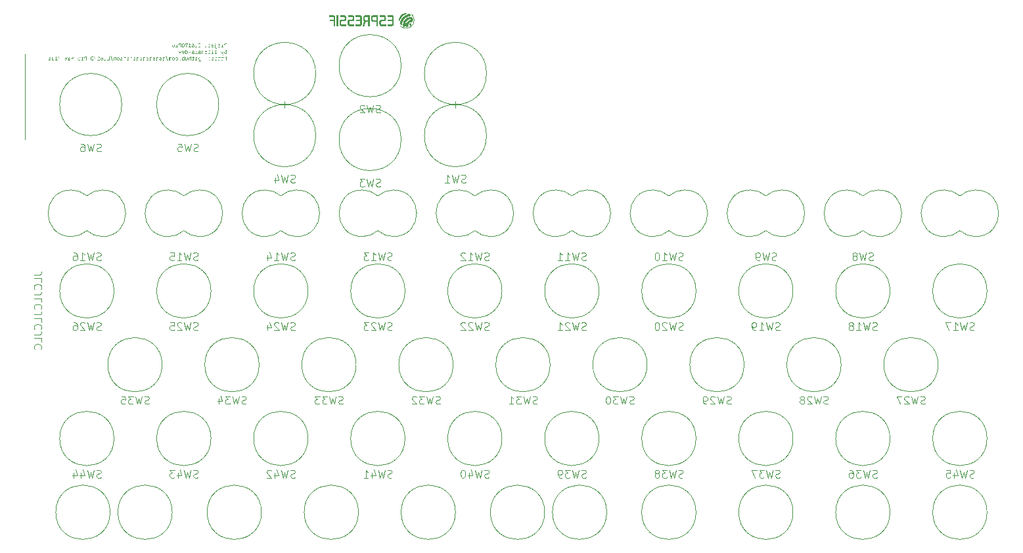
<source format=gbr>
%TF.GenerationSoftware,KiCad,Pcbnew,8.0.5-unknown-202409261835~48b9027842~ubuntu24.04.1*%
%TF.CreationDate,2024-10-03T03:13:53+08:00*%
%TF.ProjectId,EL6170_Pro_Max_Plus,454c3631-3730-45f5-9072-6f5f4d61785f,rev?*%
%TF.SameCoordinates,Original*%
%TF.FileFunction,Legend,Bot*%
%TF.FilePolarity,Positive*%
%FSLAX46Y46*%
G04 Gerber Fmt 4.6, Leading zero omitted, Abs format (unit mm)*
G04 Created by KiCad (PCBNEW 8.0.5-unknown-202409261835~48b9027842~ubuntu24.04.1) date 2024-10-03 03:13:53*
%MOMM*%
%LPD*%
G01*
G04 APERTURE LIST*
%ADD10C,0.120000*%
%ADD11C,0.100000*%
%ADD12C,0.000000*%
G04 APERTURE END LIST*
D10*
X93171379Y-97902756D02*
X93885664Y-97902756D01*
X93885664Y-97902756D02*
X94028521Y-97855137D01*
X94028521Y-97855137D02*
X94123760Y-97759899D01*
X94123760Y-97759899D02*
X94171379Y-97617042D01*
X94171379Y-97617042D02*
X94171379Y-97521804D01*
X94171379Y-98855137D02*
X94171379Y-98378947D01*
X94171379Y-98378947D02*
X93171379Y-98378947D01*
X94076140Y-99759899D02*
X94123760Y-99712280D01*
X94123760Y-99712280D02*
X94171379Y-99569423D01*
X94171379Y-99569423D02*
X94171379Y-99474185D01*
X94171379Y-99474185D02*
X94123760Y-99331328D01*
X94123760Y-99331328D02*
X94028521Y-99236090D01*
X94028521Y-99236090D02*
X93933283Y-99188471D01*
X93933283Y-99188471D02*
X93742807Y-99140852D01*
X93742807Y-99140852D02*
X93599950Y-99140852D01*
X93599950Y-99140852D02*
X93409474Y-99188471D01*
X93409474Y-99188471D02*
X93314236Y-99236090D01*
X93314236Y-99236090D02*
X93218998Y-99331328D01*
X93218998Y-99331328D02*
X93171379Y-99474185D01*
X93171379Y-99474185D02*
X93171379Y-99569423D01*
X93171379Y-99569423D02*
X93218998Y-99712280D01*
X93218998Y-99712280D02*
X93266617Y-99759899D01*
X93171379Y-100474185D02*
X93885664Y-100474185D01*
X93885664Y-100474185D02*
X94028521Y-100426566D01*
X94028521Y-100426566D02*
X94123760Y-100331328D01*
X94123760Y-100331328D02*
X94171379Y-100188471D01*
X94171379Y-100188471D02*
X94171379Y-100093233D01*
X94171379Y-101426566D02*
X94171379Y-100950376D01*
X94171379Y-100950376D02*
X93171379Y-100950376D01*
X94076140Y-102331328D02*
X94123760Y-102283709D01*
X94123760Y-102283709D02*
X94171379Y-102140852D01*
X94171379Y-102140852D02*
X94171379Y-102045614D01*
X94171379Y-102045614D02*
X94123760Y-101902757D01*
X94123760Y-101902757D02*
X94028521Y-101807519D01*
X94028521Y-101807519D02*
X93933283Y-101759900D01*
X93933283Y-101759900D02*
X93742807Y-101712281D01*
X93742807Y-101712281D02*
X93599950Y-101712281D01*
X93599950Y-101712281D02*
X93409474Y-101759900D01*
X93409474Y-101759900D02*
X93314236Y-101807519D01*
X93314236Y-101807519D02*
X93218998Y-101902757D01*
X93218998Y-101902757D02*
X93171379Y-102045614D01*
X93171379Y-102045614D02*
X93171379Y-102140852D01*
X93171379Y-102140852D02*
X93218998Y-102283709D01*
X93218998Y-102283709D02*
X93266617Y-102331328D01*
X93171379Y-103045614D02*
X93885664Y-103045614D01*
X93885664Y-103045614D02*
X94028521Y-102997995D01*
X94028521Y-102997995D02*
X94123760Y-102902757D01*
X94123760Y-102902757D02*
X94171379Y-102759900D01*
X94171379Y-102759900D02*
X94171379Y-102664662D01*
X94171379Y-103997995D02*
X94171379Y-103521805D01*
X94171379Y-103521805D02*
X93171379Y-103521805D01*
X94076140Y-104902757D02*
X94123760Y-104855138D01*
X94123760Y-104855138D02*
X94171379Y-104712281D01*
X94171379Y-104712281D02*
X94171379Y-104617043D01*
X94171379Y-104617043D02*
X94123760Y-104474186D01*
X94123760Y-104474186D02*
X94028521Y-104378948D01*
X94028521Y-104378948D02*
X93933283Y-104331329D01*
X93933283Y-104331329D02*
X93742807Y-104283710D01*
X93742807Y-104283710D02*
X93599950Y-104283710D01*
X93599950Y-104283710D02*
X93409474Y-104331329D01*
X93409474Y-104331329D02*
X93314236Y-104378948D01*
X93314236Y-104378948D02*
X93218998Y-104474186D01*
X93218998Y-104474186D02*
X93171379Y-104617043D01*
X93171379Y-104617043D02*
X93171379Y-104712281D01*
X93171379Y-104712281D02*
X93218998Y-104855138D01*
X93218998Y-104855138D02*
X93266617Y-104902757D01*
X93171379Y-105617043D02*
X93885664Y-105617043D01*
X93885664Y-105617043D02*
X94028521Y-105569424D01*
X94028521Y-105569424D02*
X94123760Y-105474186D01*
X94123760Y-105474186D02*
X94171379Y-105331329D01*
X94171379Y-105331329D02*
X94171379Y-105236091D01*
X94171379Y-106569424D02*
X94171379Y-106093234D01*
X94171379Y-106093234D02*
X93171379Y-106093234D01*
X94076140Y-107474186D02*
X94123760Y-107426567D01*
X94123760Y-107426567D02*
X94171379Y-107283710D01*
X94171379Y-107283710D02*
X94171379Y-107188472D01*
X94171379Y-107188472D02*
X94123760Y-107045615D01*
X94123760Y-107045615D02*
X94028521Y-106950377D01*
X94028521Y-106950377D02*
X93933283Y-106902758D01*
X93933283Y-106902758D02*
X93742807Y-106855139D01*
X93742807Y-106855139D02*
X93599950Y-106855139D01*
X93599950Y-106855139D02*
X93409474Y-106902758D01*
X93409474Y-106902758D02*
X93314236Y-106950377D01*
X93314236Y-106950377D02*
X93218998Y-107045615D01*
X93218998Y-107045615D02*
X93171379Y-107188472D01*
X93171379Y-107188472D02*
X93171379Y-107283710D01*
X93171379Y-107283710D02*
X93218998Y-107426567D01*
X93218998Y-107426567D02*
X93266617Y-107474186D01*
D11*
X92000000Y-69500000D02*
X92000000Y-80500000D01*
G36*
X118031734Y-68635000D02*
G01*
X117981786Y-68635000D01*
X117981786Y-68423974D01*
X117851971Y-68423974D01*
X117843716Y-68423822D01*
X117816809Y-68420902D01*
X117792986Y-68414265D01*
X117769539Y-68402129D01*
X117750122Y-68385139D01*
X117745892Y-68380161D01*
X117731703Y-68358072D01*
X117721880Y-68332503D01*
X117716866Y-68307275D01*
X117715195Y-68279382D01*
X117715331Y-68271141D01*
X117716177Y-68262407D01*
X117767341Y-68262407D01*
X117767341Y-68296357D01*
X117768092Y-68309071D01*
X117774875Y-68333672D01*
X117788712Y-68354242D01*
X117804144Y-68366285D01*
X117828141Y-68374849D01*
X117852704Y-68377079D01*
X117981786Y-68377079D01*
X117981786Y-68181685D01*
X117852704Y-68181685D01*
X117835074Y-68182778D01*
X117809583Y-68189736D01*
X117788712Y-68204521D01*
X117780385Y-68215097D01*
X117770346Y-68237838D01*
X117767341Y-68262407D01*
X117716177Y-68262407D01*
X117717958Y-68244019D01*
X117723927Y-68219573D01*
X117734841Y-68194912D01*
X117750122Y-68173747D01*
X117754598Y-68169029D01*
X117775023Y-68153203D01*
X117799478Y-68142247D01*
X117824182Y-68136654D01*
X117851971Y-68134790D01*
X118031734Y-68134790D01*
X118031734Y-68635000D01*
G37*
G36*
X117625558Y-68588105D02*
G01*
X117511618Y-68588105D01*
X117511618Y-68314553D01*
X117625558Y-68314553D01*
X117625558Y-68267658D01*
X117463625Y-68267658D01*
X117464724Y-68354731D01*
X117467533Y-68353754D01*
X117457502Y-68329357D01*
X117443027Y-68308222D01*
X117426011Y-68291838D01*
X117402967Y-68278072D01*
X117378161Y-68270515D01*
X117352696Y-68267753D01*
X117346632Y-68267658D01*
X117280076Y-68267658D01*
X117280076Y-68314553D01*
X117358478Y-68314553D01*
X117383830Y-68316717D01*
X117408465Y-68324197D01*
X117429378Y-68337019D01*
X117434926Y-68341908D01*
X117451265Y-68362882D01*
X117460234Y-68385856D01*
X117463597Y-68412551D01*
X117463625Y-68415425D01*
X117463625Y-68588105D01*
X117315980Y-68588105D01*
X117315980Y-68635000D01*
X117625558Y-68635000D01*
X117625558Y-68588105D01*
G37*
G36*
X117073335Y-68253843D02*
G01*
X117098461Y-68259291D01*
X117124790Y-68270238D01*
X117147905Y-68286129D01*
X117165160Y-68303684D01*
X117175206Y-68317203D01*
X117187764Y-68339865D01*
X117197308Y-68365386D01*
X117203839Y-68393766D01*
X117206978Y-68419601D01*
X117208025Y-68447421D01*
X117207355Y-68469838D01*
X117204634Y-68496077D01*
X117199820Y-68520337D01*
X117191281Y-68546835D01*
X117179727Y-68570483D01*
X117165160Y-68591280D01*
X117162448Y-68594451D01*
X117144800Y-68611361D01*
X117121225Y-68626509D01*
X117098461Y-68635568D01*
X117073335Y-68641003D01*
X117045847Y-68642815D01*
X117018360Y-68641003D01*
X116993234Y-68635568D01*
X116966905Y-68624647D01*
X116943790Y-68608794D01*
X116926535Y-68591280D01*
X116914186Y-68574147D01*
X116902130Y-68550975D01*
X116893089Y-68524951D01*
X116887856Y-68501088D01*
X116884717Y-68475244D01*
X116883670Y-68447421D01*
X116884334Y-68425195D01*
X116934351Y-68425195D01*
X116934351Y-68469647D01*
X116935402Y-68491859D01*
X116940077Y-68518203D01*
X116949807Y-68543370D01*
X116964270Y-68563803D01*
X116974119Y-68573055D01*
X116997036Y-68586856D01*
X117021331Y-68593913D01*
X117045847Y-68595921D01*
X117058451Y-68595419D01*
X117084310Y-68590620D01*
X117106712Y-68580740D01*
X117127547Y-68563803D01*
X117140583Y-68545874D01*
X117150797Y-68521233D01*
X117155918Y-68495357D01*
X117157344Y-68469647D01*
X117157344Y-68425195D01*
X117156297Y-68402983D01*
X117151641Y-68376639D01*
X117141951Y-68351472D01*
X117127547Y-68331039D01*
X117117663Y-68321787D01*
X117094694Y-68307986D01*
X117070371Y-68300929D01*
X117045847Y-68298921D01*
X117033246Y-68299423D01*
X117007404Y-68304222D01*
X116985040Y-68314102D01*
X116964270Y-68331039D01*
X116951180Y-68348968D01*
X116940925Y-68373609D01*
X116935782Y-68399485D01*
X116934351Y-68425195D01*
X116884334Y-68425195D01*
X116884340Y-68425006D01*
X116887061Y-68398774D01*
X116891875Y-68374528D01*
X116900414Y-68348054D01*
X116911967Y-68324439D01*
X116926535Y-68303684D01*
X116929247Y-68300506D01*
X116946895Y-68283556D01*
X116970469Y-68268371D01*
X116993234Y-68259291D01*
X117018360Y-68253843D01*
X117045847Y-68252027D01*
X117073335Y-68253843D01*
G37*
G36*
X116766556Y-68728789D02*
G01*
X116578855Y-68728789D01*
X116578855Y-68314553D01*
X116775104Y-68314553D01*
X116775104Y-68267658D01*
X116530861Y-68267658D01*
X116530861Y-68713768D01*
X116534556Y-68739047D01*
X116545638Y-68758709D01*
X116567517Y-68772434D01*
X116591800Y-68775683D01*
X116766556Y-68775683D01*
X116766556Y-68728789D01*
G37*
G36*
X116554431Y-68181685D02*
G01*
X116579000Y-68176739D01*
X116584351Y-68172892D01*
X116593510Y-68150910D01*
X116593510Y-68142117D01*
X116584351Y-68120258D01*
X116560603Y-68111560D01*
X116554431Y-68111343D01*
X116530182Y-68116357D01*
X116525000Y-68120258D01*
X116516085Y-68142117D01*
X116516085Y-68150910D01*
X116525000Y-68172770D01*
X116548303Y-68181467D01*
X116554431Y-68181685D01*
G37*
G36*
X116222482Y-68252874D02*
G01*
X116247916Y-68257322D01*
X116271598Y-68265582D01*
X116282641Y-68271032D01*
X116304419Y-68285667D01*
X116323255Y-68304173D01*
X116334435Y-68319163D01*
X116346937Y-68341975D01*
X116355983Y-68365722D01*
X116358013Y-68372630D01*
X116363337Y-68396883D01*
X116366442Y-68423019D01*
X116367341Y-68448154D01*
X116366650Y-68470565D01*
X116363844Y-68496781D01*
X116358879Y-68521000D01*
X116350072Y-68547425D01*
X116338157Y-68570974D01*
X116323133Y-68591646D01*
X116317461Y-68597843D01*
X116298876Y-68614033D01*
X116277939Y-68626625D01*
X116254649Y-68635620D01*
X116229007Y-68641016D01*
X116201011Y-68642815D01*
X116181138Y-68641991D01*
X116156496Y-68638327D01*
X116131310Y-68630702D01*
X116108810Y-68619368D01*
X116101931Y-68614786D01*
X116081514Y-68597154D01*
X116064961Y-68575898D01*
X116053367Y-68553667D01*
X116090003Y-68531807D01*
X116097890Y-68545671D01*
X116113804Y-68565331D01*
X116134455Y-68580778D01*
X116150829Y-68588098D01*
X116175516Y-68594131D01*
X116201011Y-68595921D01*
X116217662Y-68595119D01*
X116244612Y-68589633D01*
X116267679Y-68578950D01*
X116286863Y-68563070D01*
X116297238Y-68550000D01*
X116308777Y-68527577D01*
X116315485Y-68501773D01*
X116317393Y-68475997D01*
X116317393Y-68463053D01*
X116045184Y-68463053D01*
X116045184Y-68441071D01*
X116045959Y-68422264D01*
X116095865Y-68422264D01*
X116095865Y-68423974D01*
X116317393Y-68423974D01*
X116317393Y-68423729D01*
X116317385Y-68421979D01*
X116315348Y-68396893D01*
X116309211Y-68372561D01*
X116300836Y-68353697D01*
X116286496Y-68333360D01*
X116272528Y-68320587D01*
X116251203Y-68308080D01*
X116229160Y-68301211D01*
X116204553Y-68298921D01*
X116195199Y-68299212D01*
X116169468Y-68303575D01*
X116144979Y-68314564D01*
X116124808Y-68332016D01*
X116113530Y-68347605D01*
X116103101Y-68371065D01*
X116097674Y-68395145D01*
X116095865Y-68422264D01*
X116045959Y-68422264D01*
X116046234Y-68415606D01*
X116049813Y-68389249D01*
X116055931Y-68364623D01*
X116061923Y-68347923D01*
X116073228Y-68325048D01*
X116087316Y-68304783D01*
X116095332Y-68295711D01*
X116114908Y-68278854D01*
X116137508Y-68265826D01*
X116154760Y-68259156D01*
X116179716Y-68253657D01*
X116204553Y-68252027D01*
X116222482Y-68252874D01*
G37*
G36*
X115772976Y-68642815D02*
G01*
X115800911Y-68640999D01*
X115826373Y-68635551D01*
X115849363Y-68626471D01*
X115873058Y-68611286D01*
X115890689Y-68594336D01*
X115893387Y-68591158D01*
X115907830Y-68570365D01*
X115919285Y-68546731D01*
X115927751Y-68520254D01*
X115932524Y-68496018D01*
X115935222Y-68469809D01*
X115935886Y-68447421D01*
X115934839Y-68419601D01*
X115931700Y-68393766D01*
X115925170Y-68365386D01*
X115915626Y-68339865D01*
X115903068Y-68317203D01*
X115893021Y-68303684D01*
X115875729Y-68286129D01*
X115852592Y-68270238D01*
X115826265Y-68259291D01*
X115801159Y-68253843D01*
X115773709Y-68252027D01*
X115748864Y-68253622D01*
X115723707Y-68259230D01*
X115699220Y-68270197D01*
X115688346Y-68277550D01*
X115669238Y-68294945D01*
X115653589Y-68315226D01*
X115641398Y-68338394D01*
X115639375Y-68343374D01*
X115678820Y-68363035D01*
X115689594Y-68340687D01*
X115706243Y-68320865D01*
X115714724Y-68314431D01*
X115737614Y-68303829D01*
X115762930Y-68299300D01*
X115773709Y-68298921D01*
X115799018Y-68301036D01*
X115823769Y-68308468D01*
X115846648Y-68323004D01*
X115856263Y-68332749D01*
X115870194Y-68353476D01*
X115879567Y-68377739D01*
X115884070Y-68402274D01*
X115885083Y-68422508D01*
X115885083Y-68472334D01*
X115883282Y-68498971D01*
X115877878Y-68522831D01*
X115867493Y-68546352D01*
X115856263Y-68562215D01*
X115838022Y-68578508D01*
X115815725Y-68589469D01*
X115789370Y-68595098D01*
X115772976Y-68595921D01*
X115746609Y-68593551D01*
X115721998Y-68585635D01*
X115710450Y-68579068D01*
X115691681Y-68562333D01*
X115677146Y-68541662D01*
X115669905Y-68527288D01*
X115633757Y-68550491D01*
X115646101Y-68574050D01*
X115661759Y-68594961D01*
X115680734Y-68613224D01*
X115684926Y-68616559D01*
X115708113Y-68630405D01*
X115732345Y-68638482D01*
X115756562Y-68642174D01*
X115772976Y-68642815D01*
G37*
G36*
X115365945Y-68635000D02*
G01*
X115390168Y-68631821D01*
X115412107Y-68618391D01*
X115424055Y-68596169D01*
X115426884Y-68574183D01*
X115426884Y-68314553D01*
X115555600Y-68314553D01*
X115555600Y-68267658D01*
X115449720Y-68267658D01*
X115430792Y-68262285D01*
X115425540Y-68242379D01*
X115425540Y-68134790D01*
X115379012Y-68134790D01*
X115379012Y-68267658D01*
X115205966Y-68267658D01*
X115205966Y-68314553D01*
X115379012Y-68314553D01*
X115379012Y-68588105D01*
X115205966Y-68588105D01*
X115205966Y-68635000D01*
X115365945Y-68635000D01*
G37*
G36*
X114674860Y-68635000D02*
G01*
X114674860Y-68134790D01*
X114370900Y-68134790D01*
X114370900Y-68181685D01*
X114624912Y-68181685D01*
X114624912Y-68361448D01*
X114380059Y-68361448D01*
X114380059Y-68408342D01*
X114624912Y-68408342D01*
X114624912Y-68588105D01*
X114370900Y-68588105D01*
X114370900Y-68635000D01*
X114674860Y-68635000D01*
G37*
G36*
X114232048Y-68635000D02*
G01*
X114232048Y-68134790D01*
X114182100Y-68134790D01*
X114182100Y-68588105D01*
X113941521Y-68588105D01*
X113941521Y-68635000D01*
X114232048Y-68635000D01*
G37*
G36*
X113675046Y-68140608D02*
G01*
X113697002Y-68156372D01*
X113716374Y-68172048D01*
X113735380Y-68189134D01*
X113745616Y-68199204D01*
X113763126Y-68218456D01*
X113779456Y-68239158D01*
X113794609Y-68261308D01*
X113806943Y-68282145D01*
X113818056Y-68304112D01*
X113827948Y-68327208D01*
X113836618Y-68351434D01*
X113837603Y-68354533D01*
X113844352Y-68379902D01*
X113849101Y-68406293D01*
X113851851Y-68433707D01*
X113852616Y-68458534D01*
X113851603Y-68483383D01*
X113848146Y-68509229D01*
X113842236Y-68533517D01*
X113837139Y-68547956D01*
X113826062Y-68570533D01*
X113810729Y-68591891D01*
X113801083Y-68601955D01*
X113780752Y-68617918D01*
X113759193Y-68629504D01*
X113739094Y-68636524D01*
X113714807Y-68641242D01*
X113688241Y-68642815D01*
X113670327Y-68642067D01*
X113644974Y-68638140D01*
X113621441Y-68630847D01*
X113610410Y-68625983D01*
X113588748Y-68613175D01*
X113570150Y-68597264D01*
X113562608Y-68588853D01*
X113548564Y-68568539D01*
X113537665Y-68545362D01*
X113532057Y-68527736D01*
X113527435Y-68502612D01*
X113526064Y-68477951D01*
X113526118Y-68476364D01*
X113576866Y-68476364D01*
X113576866Y-68488820D01*
X113577125Y-68497849D01*
X113581005Y-68522823D01*
X113590777Y-68546856D01*
X113606297Y-68566978D01*
X113616076Y-68575316D01*
X113639122Y-68587752D01*
X113663840Y-68594112D01*
X113688974Y-68595921D01*
X113702085Y-68595468D01*
X113728779Y-68591144D01*
X113751591Y-68582241D01*
X113772383Y-68566978D01*
X113777642Y-68561352D01*
X113791438Y-68540057D01*
X113799486Y-68514851D01*
X113801814Y-68488820D01*
X113801814Y-68476364D01*
X113801555Y-68467336D01*
X113797675Y-68442378D01*
X113787903Y-68418385D01*
X113772383Y-68398328D01*
X113762586Y-68389955D01*
X113739397Y-68377466D01*
X113714428Y-68371080D01*
X113688974Y-68369263D01*
X113679200Y-68369519D01*
X113652389Y-68373351D01*
X113627018Y-68383001D01*
X113606297Y-68398328D01*
X113601038Y-68403932D01*
X113587242Y-68425170D01*
X113579194Y-68450343D01*
X113576866Y-68476364D01*
X113526118Y-68476364D01*
X113526584Y-68462678D01*
X113529895Y-68438017D01*
X113536933Y-68413471D01*
X113539797Y-68406402D01*
X113552135Y-68383791D01*
X113568073Y-68364501D01*
X113573260Y-68359606D01*
X113593275Y-68344730D01*
X113616189Y-68333360D01*
X113628610Y-68329077D01*
X113653226Y-68323914D01*
X113677739Y-68322369D01*
X113680609Y-68322390D01*
X113707714Y-68324937D01*
X113731910Y-68331730D01*
X113755163Y-68344106D01*
X113773267Y-68358868D01*
X113790040Y-68377999D01*
X113798089Y-68391228D01*
X113792861Y-68372045D01*
X113784952Y-68348389D01*
X113775802Y-68325544D01*
X113774817Y-68323297D01*
X113764103Y-68301339D01*
X113750499Y-68278259D01*
X113736479Y-68258255D01*
X113733486Y-68254344D01*
X113717577Y-68235145D01*
X113700093Y-68216543D01*
X113681036Y-68198538D01*
X113679032Y-68196760D01*
X113659247Y-68180138D01*
X113639017Y-68164423D01*
X113619274Y-68149945D01*
X113597627Y-68134790D01*
X113666137Y-68134790D01*
X113675046Y-68140608D01*
G37*
G36*
X113421039Y-68635000D02*
G01*
X113421039Y-68588105D01*
X113274738Y-68588105D01*
X113274249Y-68181196D01*
X113272784Y-68181685D01*
X113409560Y-68297944D01*
X113438869Y-68269124D01*
X113294888Y-68134790D01*
X113225401Y-68134790D01*
X113225401Y-68588105D01*
X113088136Y-68588105D01*
X113088136Y-68635000D01*
X113421039Y-68635000D01*
G37*
G36*
X112941591Y-68635000D02*
G01*
X112741067Y-68181685D01*
X112969678Y-68181685D01*
X112969678Y-68283290D01*
X113015474Y-68283290D01*
X113015474Y-68134790D01*
X112688311Y-68134790D01*
X112688311Y-68176922D01*
X112887247Y-68635000D01*
X112941591Y-68635000D01*
G37*
G36*
X112434951Y-68353765D02*
G01*
X112458967Y-68362180D01*
X112467759Y-68383307D01*
X112467759Y-68394298D01*
X112458967Y-68415425D01*
X112454541Y-68418756D01*
X112430146Y-68423974D01*
X112425343Y-68423840D01*
X112401448Y-68415425D01*
X112392533Y-68394298D01*
X112392533Y-68383307D01*
X112401448Y-68362180D01*
X112405826Y-68358849D01*
X112430146Y-68353632D01*
X112434951Y-68353765D01*
G37*
G36*
X112446099Y-68127546D02*
G01*
X112470927Y-68131043D01*
X112497816Y-68139433D01*
X112521537Y-68152400D01*
X112542089Y-68169944D01*
X112559473Y-68192065D01*
X112562057Y-68196194D01*
X112573749Y-68218677D01*
X112583390Y-68244218D01*
X112590980Y-68272818D01*
X112595575Y-68297900D01*
X112598857Y-68324941D01*
X112600826Y-68353939D01*
X112601482Y-68384895D01*
X112601441Y-68392817D01*
X112600457Y-68423284D01*
X112598159Y-68451792D01*
X112594549Y-68478343D01*
X112589626Y-68502937D01*
X112581626Y-68530925D01*
X112571575Y-68555854D01*
X112559473Y-68577725D01*
X112551177Y-68589357D01*
X112532209Y-68609189D01*
X112510072Y-68624445D01*
X112484768Y-68635124D01*
X112456294Y-68641226D01*
X112430146Y-68642815D01*
X112414194Y-68642243D01*
X112389373Y-68638747D01*
X112362499Y-68630357D01*
X112338803Y-68617389D01*
X112318284Y-68599845D01*
X112300942Y-68577725D01*
X112298349Y-68573595D01*
X112286623Y-68551113D01*
X112276954Y-68525572D01*
X112269343Y-68496972D01*
X112264734Y-68471889D01*
X112261443Y-68444849D01*
X112259468Y-68415851D01*
X112258810Y-68384895D01*
X112258851Y-68376972D01*
X112259655Y-68352166D01*
X112311688Y-68352166D01*
X112311688Y-68417623D01*
X112311716Y-68422950D01*
X112312697Y-68448427D01*
X112315724Y-68476448D01*
X112320769Y-68501687D01*
X112329204Y-68527616D01*
X112340387Y-68549759D01*
X112342212Y-68552599D01*
X112359090Y-68572073D01*
X112380012Y-68585778D01*
X112404981Y-68593712D01*
X112430146Y-68595921D01*
X112433931Y-68595876D01*
X112458654Y-68593036D01*
X112483116Y-68584380D01*
X112503533Y-68569955D01*
X112519905Y-68549759D01*
X112521671Y-68546827D01*
X112532461Y-68524144D01*
X112540504Y-68497673D01*
X112545213Y-68471971D01*
X112547903Y-68443486D01*
X112548604Y-68417623D01*
X112548604Y-68352166D01*
X112548576Y-68346884D01*
X112547595Y-68321603D01*
X112544568Y-68293754D01*
X112539523Y-68268618D01*
X112531088Y-68242722D01*
X112519905Y-68220519D01*
X112518080Y-68217649D01*
X112501202Y-68197969D01*
X112480280Y-68184119D01*
X112455312Y-68176101D01*
X112430146Y-68173869D01*
X112426361Y-68173915D01*
X112401638Y-68176785D01*
X112377176Y-68185532D01*
X112356759Y-68200110D01*
X112340387Y-68220519D01*
X112338621Y-68223465D01*
X112327831Y-68246195D01*
X112319788Y-68272619D01*
X112315079Y-68298207D01*
X112312389Y-68326509D01*
X112311688Y-68352166D01*
X112259655Y-68352166D01*
X112259838Y-68346506D01*
X112262142Y-68317997D01*
X112265763Y-68291446D01*
X112270700Y-68266853D01*
X112278724Y-68238865D01*
X112288804Y-68213935D01*
X112300942Y-68192065D01*
X112309216Y-68180433D01*
X112328146Y-68160600D01*
X112350254Y-68145345D01*
X112375539Y-68134666D01*
X112404001Y-68128564D01*
X112430146Y-68126974D01*
X112446099Y-68127546D01*
G37*
G36*
X112157205Y-68635000D02*
G01*
X112107257Y-68635000D01*
X112107257Y-68423974D01*
X111977442Y-68423974D01*
X111969187Y-68423822D01*
X111942280Y-68420902D01*
X111918457Y-68414265D01*
X111895010Y-68402129D01*
X111875593Y-68385139D01*
X111871363Y-68380161D01*
X111857174Y-68358072D01*
X111847351Y-68332503D01*
X111842337Y-68307275D01*
X111840666Y-68279382D01*
X111840802Y-68271141D01*
X111841648Y-68262407D01*
X111892812Y-68262407D01*
X111892812Y-68296357D01*
X111893563Y-68309071D01*
X111900346Y-68333672D01*
X111914183Y-68354242D01*
X111929615Y-68366285D01*
X111953612Y-68374849D01*
X111978175Y-68377079D01*
X112107257Y-68377079D01*
X112107257Y-68181685D01*
X111978175Y-68181685D01*
X111960545Y-68182778D01*
X111935054Y-68189736D01*
X111914183Y-68204521D01*
X111905856Y-68215097D01*
X111895817Y-68237838D01*
X111892812Y-68262407D01*
X111841648Y-68262407D01*
X111843429Y-68244019D01*
X111849398Y-68219573D01*
X111860312Y-68194912D01*
X111875593Y-68173747D01*
X111880069Y-68169029D01*
X111900494Y-68153203D01*
X111924949Y-68142247D01*
X111949653Y-68136654D01*
X111977442Y-68134790D01*
X112157205Y-68134790D01*
X112157205Y-68635000D01*
G37*
G36*
X111751029Y-68588105D02*
G01*
X111637090Y-68588105D01*
X111637090Y-68314553D01*
X111751029Y-68314553D01*
X111751029Y-68267658D01*
X111589096Y-68267658D01*
X111590195Y-68354731D01*
X111593004Y-68353754D01*
X111582973Y-68329357D01*
X111568498Y-68308222D01*
X111551482Y-68291838D01*
X111528438Y-68278072D01*
X111503633Y-68270515D01*
X111478167Y-68267753D01*
X111472103Y-68267658D01*
X111405547Y-68267658D01*
X111405547Y-68314553D01*
X111483949Y-68314553D01*
X111509301Y-68316717D01*
X111533936Y-68324197D01*
X111554849Y-68337019D01*
X111560397Y-68341908D01*
X111576736Y-68362882D01*
X111585705Y-68385856D01*
X111589068Y-68412551D01*
X111589096Y-68415425D01*
X111589096Y-68588105D01*
X111441451Y-68588105D01*
X111441451Y-68635000D01*
X111751029Y-68635000D01*
X111751029Y-68588105D01*
G37*
G36*
X111198806Y-68253843D02*
G01*
X111223932Y-68259291D01*
X111250261Y-68270238D01*
X111273376Y-68286129D01*
X111290631Y-68303684D01*
X111300677Y-68317203D01*
X111313235Y-68339865D01*
X111322780Y-68365386D01*
X111329310Y-68393766D01*
X111332449Y-68419601D01*
X111333496Y-68447421D01*
X111332826Y-68469838D01*
X111330105Y-68496077D01*
X111325291Y-68520337D01*
X111316752Y-68546835D01*
X111305198Y-68570483D01*
X111290631Y-68591280D01*
X111287919Y-68594451D01*
X111270271Y-68611361D01*
X111246696Y-68626509D01*
X111223932Y-68635568D01*
X111198806Y-68641003D01*
X111171318Y-68642815D01*
X111143831Y-68641003D01*
X111118705Y-68635568D01*
X111092376Y-68624647D01*
X111069261Y-68608794D01*
X111052006Y-68591280D01*
X111039657Y-68574147D01*
X111027601Y-68550975D01*
X111018560Y-68524951D01*
X111013327Y-68501088D01*
X111010188Y-68475244D01*
X111009141Y-68447421D01*
X111009805Y-68425195D01*
X111059822Y-68425195D01*
X111059822Y-68469647D01*
X111060873Y-68491859D01*
X111065548Y-68518203D01*
X111075278Y-68543370D01*
X111089741Y-68563803D01*
X111099590Y-68573055D01*
X111122507Y-68586856D01*
X111146803Y-68593913D01*
X111171318Y-68595921D01*
X111183922Y-68595419D01*
X111209782Y-68590620D01*
X111232183Y-68580740D01*
X111253018Y-68563803D01*
X111266054Y-68545874D01*
X111276268Y-68521233D01*
X111281389Y-68495357D01*
X111282815Y-68469647D01*
X111282815Y-68425195D01*
X111281768Y-68402983D01*
X111277112Y-68376639D01*
X111267422Y-68351472D01*
X111253018Y-68331039D01*
X111243134Y-68321787D01*
X111220165Y-68307986D01*
X111195842Y-68300929D01*
X111171318Y-68298921D01*
X111158717Y-68299423D01*
X111132875Y-68304222D01*
X111110511Y-68314102D01*
X111089741Y-68331039D01*
X111076651Y-68348968D01*
X111066396Y-68373609D01*
X111061253Y-68399485D01*
X111059822Y-68425195D01*
X111009805Y-68425195D01*
X111009811Y-68425006D01*
X111012532Y-68398774D01*
X111017346Y-68374528D01*
X111025885Y-68348054D01*
X111037439Y-68324439D01*
X111052006Y-68303684D01*
X111054718Y-68300506D01*
X111072366Y-68283556D01*
X111095940Y-68268371D01*
X111118705Y-68259291D01*
X111143831Y-68253843D01*
X111171318Y-68252027D01*
X111198806Y-68253843D01*
G37*
G36*
X118024773Y-69475000D02*
G01*
X117976779Y-69475000D01*
X117978457Y-69417260D01*
X117972535Y-69427708D01*
X117956988Y-69446873D01*
X117937456Y-69463154D01*
X117916066Y-69474348D01*
X117891357Y-69480895D01*
X117866015Y-69482815D01*
X117848977Y-69482025D01*
X117821502Y-69476841D01*
X117797008Y-69466818D01*
X117775494Y-69451957D01*
X117756960Y-69432257D01*
X117745738Y-69415390D01*
X117734781Y-69392332D01*
X117726564Y-69366200D01*
X117721808Y-69342075D01*
X117718955Y-69315815D01*
X117718004Y-69287421D01*
X117718346Y-69270128D01*
X117718943Y-69262386D01*
X117768684Y-69262386D01*
X117768684Y-69312456D01*
X117769697Y-69333241D01*
X117774201Y-69358230D01*
X117783573Y-69382621D01*
X117797505Y-69403070D01*
X117807105Y-69412534D01*
X117829864Y-69426649D01*
X117854406Y-69433867D01*
X117879448Y-69435921D01*
X117892804Y-69435286D01*
X117916939Y-69430547D01*
X117926513Y-69427167D01*
X117948080Y-69415282D01*
X117953683Y-69410685D01*
X117969207Y-69390736D01*
X117972520Y-69383263D01*
X117976779Y-69358374D01*
X117976779Y-69216468D01*
X117976306Y-69207760D01*
X117969207Y-69184106D01*
X117965567Y-69177970D01*
X117948080Y-69159682D01*
X117940137Y-69154416D01*
X117916939Y-69144295D01*
X117904520Y-69141235D01*
X117879448Y-69138921D01*
X117866547Y-69139435D01*
X117840297Y-69144343D01*
X117817891Y-69154448D01*
X117797505Y-69171772D01*
X117786275Y-69187336D01*
X117775889Y-69210851D01*
X117770485Y-69235061D01*
X117768684Y-69262386D01*
X117718943Y-69262386D01*
X117720438Y-69243015D01*
X117724433Y-69218036D01*
X117731737Y-69190879D01*
X117741781Y-69166796D01*
X117756960Y-69142585D01*
X117769895Y-69128020D01*
X117790557Y-69111776D01*
X117814200Y-69100371D01*
X117840823Y-69093804D01*
X117866015Y-69092027D01*
X117888947Y-69093592D01*
X117913957Y-69099755D01*
X117937456Y-69111810D01*
X117950920Y-69122290D01*
X117967795Y-69140442D01*
X117978570Y-69158055D01*
X117976779Y-68943527D01*
X118024773Y-68943527D01*
X118024773Y-69475000D01*
G37*
G36*
X117342969Y-69107658D02*
G01*
X117294242Y-69107658D01*
X117485729Y-69571353D01*
X117498167Y-69593120D01*
X117510031Y-69604815D01*
X117532842Y-69613890D01*
X117554849Y-69615683D01*
X117619207Y-69615683D01*
X117619207Y-69568789D01*
X117535554Y-69568789D01*
X117489392Y-69462543D01*
X117636671Y-69107658D01*
X117586601Y-69107658D01*
X117463503Y-69410153D01*
X117466067Y-69410153D01*
X117342969Y-69107658D01*
G37*
G36*
X116782065Y-69428105D02*
G01*
X116649808Y-69428105D01*
X116649808Y-68990422D01*
X116782065Y-68990422D01*
X116782065Y-68943527D01*
X116601936Y-68943527D01*
X116601936Y-69428105D01*
X116470411Y-69428105D01*
X116470411Y-69475000D01*
X116782065Y-69475000D01*
X116782065Y-69428105D01*
G37*
G36*
X116184159Y-69021685D02*
G01*
X116208613Y-69016739D01*
X116213956Y-69012892D01*
X116223237Y-68990910D01*
X116223237Y-68982117D01*
X116213956Y-68960258D01*
X116190296Y-68951560D01*
X116184159Y-68951343D01*
X116159658Y-68956357D01*
X116154361Y-68960258D01*
X116145080Y-68982117D01*
X116145080Y-68990910D01*
X116154361Y-69012892D01*
X116177989Y-69021470D01*
X116184159Y-69021685D01*
G37*
G36*
X116344138Y-69428105D02*
G01*
X116207728Y-69428105D01*
X116207728Y-69154553D01*
X116344138Y-69154553D01*
X116344138Y-69107658D01*
X116159856Y-69107658D01*
X116159856Y-69428105D01*
X116032484Y-69428105D01*
X116032484Y-69475000D01*
X116344138Y-69475000D01*
X116344138Y-69428105D01*
G37*
G36*
X115926727Y-69475000D02*
G01*
X115878733Y-69475000D01*
X115880411Y-69417260D01*
X115874489Y-69427708D01*
X115858942Y-69446873D01*
X115839410Y-69463154D01*
X115818020Y-69474348D01*
X115793311Y-69480895D01*
X115767969Y-69482815D01*
X115750931Y-69482025D01*
X115723456Y-69476841D01*
X115698962Y-69466818D01*
X115677448Y-69451957D01*
X115658914Y-69432257D01*
X115647691Y-69415390D01*
X115636735Y-69392332D01*
X115628517Y-69366200D01*
X115623762Y-69342075D01*
X115620909Y-69315815D01*
X115619958Y-69287421D01*
X115620300Y-69270128D01*
X115620897Y-69262386D01*
X115670638Y-69262386D01*
X115670638Y-69312456D01*
X115671651Y-69333241D01*
X115676154Y-69358230D01*
X115685527Y-69382621D01*
X115699459Y-69403070D01*
X115709058Y-69412534D01*
X115731818Y-69426649D01*
X115756360Y-69433867D01*
X115781402Y-69435921D01*
X115794758Y-69435286D01*
X115818893Y-69430547D01*
X115828466Y-69427167D01*
X115850034Y-69415282D01*
X115855637Y-69410685D01*
X115871161Y-69390736D01*
X115874474Y-69383263D01*
X115878733Y-69358374D01*
X115878733Y-69216468D01*
X115878260Y-69207760D01*
X115871161Y-69184106D01*
X115867521Y-69177970D01*
X115850034Y-69159682D01*
X115842091Y-69154416D01*
X115818893Y-69144295D01*
X115806474Y-69141235D01*
X115781402Y-69138921D01*
X115768501Y-69139435D01*
X115742251Y-69144343D01*
X115719845Y-69154448D01*
X115699459Y-69171772D01*
X115688229Y-69187336D01*
X115677843Y-69210851D01*
X115672439Y-69235061D01*
X115670638Y-69262386D01*
X115620897Y-69262386D01*
X115622392Y-69243015D01*
X115626387Y-69218036D01*
X115633691Y-69190879D01*
X115643735Y-69166796D01*
X115658914Y-69142585D01*
X115671849Y-69128020D01*
X115692511Y-69111776D01*
X115716154Y-69100371D01*
X115742777Y-69093804D01*
X115767969Y-69092027D01*
X115790901Y-69093592D01*
X115815911Y-69099755D01*
X115839410Y-69111810D01*
X115852874Y-69122290D01*
X115869749Y-69140442D01*
X115880524Y-69158055D01*
X115878733Y-68943527D01*
X115926727Y-68943527D01*
X115926727Y-69475000D01*
G37*
G36*
X115353367Y-69482815D02*
G01*
X115381302Y-69480999D01*
X115406764Y-69475551D01*
X115429754Y-69466471D01*
X115453449Y-69451286D01*
X115471080Y-69434336D01*
X115473778Y-69431158D01*
X115488221Y-69410365D01*
X115499676Y-69386731D01*
X115508142Y-69360254D01*
X115512915Y-69336018D01*
X115515613Y-69309809D01*
X115516277Y-69287421D01*
X115515230Y-69259601D01*
X115512091Y-69233766D01*
X115505560Y-69205386D01*
X115496016Y-69179865D01*
X115483458Y-69157203D01*
X115473412Y-69143684D01*
X115456120Y-69126129D01*
X115432983Y-69110238D01*
X115406655Y-69099291D01*
X115381549Y-69093843D01*
X115354099Y-69092027D01*
X115329255Y-69093622D01*
X115304097Y-69099230D01*
X115279611Y-69110197D01*
X115268736Y-69117550D01*
X115249629Y-69134945D01*
X115233980Y-69155226D01*
X115221789Y-69178394D01*
X115219766Y-69183374D01*
X115259211Y-69203035D01*
X115269984Y-69180687D01*
X115286634Y-69160865D01*
X115295115Y-69154431D01*
X115318005Y-69143829D01*
X115343321Y-69139300D01*
X115354099Y-69138921D01*
X115379409Y-69141036D01*
X115404160Y-69148468D01*
X115427039Y-69163004D01*
X115436653Y-69172749D01*
X115450585Y-69193476D01*
X115459958Y-69217739D01*
X115464461Y-69242274D01*
X115465474Y-69262508D01*
X115465474Y-69312334D01*
X115463673Y-69338971D01*
X115458269Y-69362831D01*
X115447883Y-69386352D01*
X115436653Y-69402215D01*
X115418413Y-69418508D01*
X115396116Y-69429469D01*
X115369761Y-69435098D01*
X115353367Y-69435921D01*
X115327000Y-69433551D01*
X115302389Y-69425635D01*
X115290840Y-69419068D01*
X115272072Y-69402333D01*
X115257537Y-69381662D01*
X115250296Y-69367288D01*
X115214148Y-69390491D01*
X115226491Y-69414050D01*
X115242150Y-69434961D01*
X115261124Y-69453224D01*
X115265317Y-69456559D01*
X115288503Y-69470405D01*
X115312736Y-69478482D01*
X115336952Y-69482174D01*
X115353367Y-69482815D01*
G37*
G36*
X115086043Y-68943527D02*
G01*
X115038171Y-68943527D01*
X115039270Y-69163468D01*
X115041957Y-69162369D01*
X115030156Y-69140416D01*
X115013756Y-69121288D01*
X115006053Y-69114253D01*
X114983648Y-69100709D01*
X114957859Y-69093785D01*
X114933025Y-69092027D01*
X114907715Y-69093803D01*
X114881966Y-69100184D01*
X114859607Y-69111206D01*
X114840636Y-69126868D01*
X114838503Y-69129152D01*
X114823703Y-69149660D01*
X114813132Y-69174062D01*
X114807351Y-69198606D01*
X114804807Y-69226131D01*
X114804675Y-69234542D01*
X114804675Y-69475000D01*
X114852547Y-69475000D01*
X114852547Y-69243457D01*
X114853997Y-69217964D01*
X114859095Y-69193737D01*
X114870311Y-69170528D01*
X114875750Y-69163834D01*
X114896100Y-69148653D01*
X114920095Y-69140892D01*
X114943527Y-69138921D01*
X114968300Y-69141172D01*
X114979064Y-69143684D01*
X115002397Y-69153439D01*
X115009228Y-69157850D01*
X115026515Y-69175524D01*
X115030233Y-69181542D01*
X115037675Y-69205928D01*
X115038171Y-69215369D01*
X115038171Y-69475000D01*
X115086043Y-69475000D01*
X115086043Y-68943527D01*
G37*
G36*
X114560093Y-69092581D02*
G01*
X114584334Y-69095776D01*
X114608685Y-69102763D01*
X114632117Y-69114741D01*
X114651740Y-69130274D01*
X114669111Y-69150445D01*
X114682065Y-69173848D01*
X114648482Y-69198517D01*
X114637924Y-69181348D01*
X114619728Y-69162201D01*
X114597546Y-69148757D01*
X114571379Y-69141016D01*
X114545778Y-69138921D01*
X114525544Y-69140242D01*
X114501635Y-69146369D01*
X114479221Y-69160048D01*
X114466663Y-69175347D01*
X114457733Y-69199435D01*
X114455408Y-69224284D01*
X114455408Y-69263974D01*
X114540160Y-69263974D01*
X114560020Y-69264447D01*
X114584785Y-69266643D01*
X114610258Y-69271545D01*
X114612042Y-69272025D01*
X114636453Y-69280735D01*
X114657641Y-69293161D01*
X114671129Y-69305520D01*
X114684752Y-69327355D01*
X114690800Y-69347326D01*
X114693178Y-69372295D01*
X114692349Y-69388165D01*
X114686680Y-69413816D01*
X114675640Y-69435718D01*
X114659228Y-69453872D01*
X114643207Y-69465150D01*
X114619173Y-69475580D01*
X114594565Y-69481006D01*
X114566905Y-69482815D01*
X114560938Y-69482736D01*
X114536024Y-69480405D01*
X114512057Y-69474032D01*
X114490212Y-69462421D01*
X114480139Y-69454451D01*
X114462407Y-69434974D01*
X114453164Y-69417827D01*
X114453332Y-69422609D01*
X114451071Y-69437801D01*
X114440265Y-69460711D01*
X114427345Y-69470479D01*
X114402285Y-69475000D01*
X114353314Y-69475000D01*
X114353314Y-69428105D01*
X114407536Y-69428105D01*
X114407536Y-69363381D01*
X114455408Y-69363381D01*
X114455687Y-69369456D01*
X114463346Y-69393300D01*
X114467116Y-69398937D01*
X114485450Y-69416015D01*
X114495711Y-69421989D01*
X114518667Y-69430669D01*
X114536121Y-69434259D01*
X114560554Y-69435921D01*
X114574326Y-69435405D01*
X114598494Y-69431284D01*
X114621004Y-69421266D01*
X114637582Y-69403192D01*
X114643108Y-69378279D01*
X114643108Y-69360694D01*
X114637216Y-69337002D01*
X114619539Y-69318684D01*
X114614816Y-69315891D01*
X114590298Y-69307464D01*
X114566004Y-69304030D01*
X114540160Y-69303053D01*
X114455408Y-69303053D01*
X114455408Y-69363381D01*
X114407536Y-69363381D01*
X114407536Y-69216835D01*
X114408816Y-69195750D01*
X114414502Y-69170429D01*
X114426336Y-69145756D01*
X114443928Y-69125122D01*
X114446229Y-69123086D01*
X114466534Y-69109124D01*
X114490212Y-69099299D01*
X114517264Y-69093610D01*
X114543702Y-69092027D01*
X114560093Y-69092581D01*
G37*
G36*
X114268684Y-69428105D02*
G01*
X114154745Y-69428105D01*
X114154745Y-69154553D01*
X114268684Y-69154553D01*
X114268684Y-69107658D01*
X114106751Y-69107658D01*
X114107850Y-69194731D01*
X114110659Y-69193754D01*
X114100629Y-69169357D01*
X114086154Y-69148222D01*
X114069138Y-69131838D01*
X114046094Y-69118072D01*
X114021288Y-69110515D01*
X113995822Y-69107753D01*
X113989759Y-69107658D01*
X113923203Y-69107658D01*
X113923203Y-69154553D01*
X114001605Y-69154553D01*
X114026957Y-69156717D01*
X114051591Y-69164197D01*
X114072504Y-69177019D01*
X114078053Y-69181908D01*
X114094392Y-69202882D01*
X114103360Y-69225856D01*
X114106723Y-69252551D01*
X114106751Y-69255425D01*
X114106751Y-69428105D01*
X113959106Y-69428105D01*
X113959106Y-69475000D01*
X114268684Y-69475000D01*
X114268684Y-69428105D01*
G37*
G36*
X113720874Y-69092581D02*
G01*
X113745115Y-69095776D01*
X113769467Y-69102763D01*
X113792899Y-69114741D01*
X113812522Y-69130274D01*
X113829892Y-69150445D01*
X113842847Y-69173848D01*
X113809263Y-69198517D01*
X113798706Y-69181348D01*
X113780509Y-69162201D01*
X113758328Y-69148757D01*
X113732160Y-69141016D01*
X113706559Y-69138921D01*
X113686325Y-69140242D01*
X113662417Y-69146369D01*
X113640003Y-69160048D01*
X113627445Y-69175347D01*
X113618515Y-69199435D01*
X113616189Y-69224284D01*
X113616189Y-69263974D01*
X113700942Y-69263974D01*
X113720802Y-69264447D01*
X113745567Y-69266643D01*
X113771039Y-69271545D01*
X113772823Y-69272025D01*
X113797234Y-69280735D01*
X113818422Y-69293161D01*
X113831911Y-69305520D01*
X113845533Y-69327355D01*
X113851582Y-69347326D01*
X113853960Y-69372295D01*
X113853131Y-69388165D01*
X113847462Y-69413816D01*
X113836421Y-69435718D01*
X113820010Y-69453872D01*
X113803988Y-69465150D01*
X113779954Y-69475580D01*
X113755347Y-69481006D01*
X113727686Y-69482815D01*
X113721719Y-69482736D01*
X113696805Y-69480405D01*
X113672839Y-69474032D01*
X113650994Y-69462421D01*
X113640920Y-69454451D01*
X113623189Y-69434974D01*
X113613946Y-69417827D01*
X113614113Y-69422609D01*
X113611853Y-69437801D01*
X113601046Y-69460711D01*
X113588127Y-69470479D01*
X113563066Y-69475000D01*
X113514096Y-69475000D01*
X113514096Y-69428105D01*
X113568318Y-69428105D01*
X113568318Y-69363381D01*
X113616189Y-69363381D01*
X113616468Y-69369456D01*
X113624127Y-69393300D01*
X113627898Y-69398937D01*
X113646231Y-69416015D01*
X113656492Y-69421989D01*
X113679448Y-69430669D01*
X113696903Y-69434259D01*
X113721336Y-69435921D01*
X113735107Y-69435405D01*
X113759276Y-69431284D01*
X113781786Y-69421266D01*
X113798364Y-69403192D01*
X113803890Y-69378279D01*
X113803890Y-69360694D01*
X113797998Y-69337002D01*
X113780321Y-69318684D01*
X113775597Y-69315891D01*
X113751079Y-69307464D01*
X113726786Y-69304030D01*
X113700942Y-69303053D01*
X113616189Y-69303053D01*
X113616189Y-69363381D01*
X113568318Y-69363381D01*
X113568318Y-69216835D01*
X113569597Y-69195750D01*
X113575283Y-69170429D01*
X113587118Y-69145756D01*
X113604710Y-69125122D01*
X113607011Y-69123086D01*
X113627315Y-69109124D01*
X113650994Y-69099299D01*
X113678045Y-69093610D01*
X113704483Y-69092027D01*
X113720874Y-69092581D01*
G37*
G36*
X113371702Y-69279605D02*
G01*
X113371702Y-69232711D01*
X113167027Y-69232711D01*
X113167027Y-69279605D01*
X113371702Y-69279605D01*
G37*
G36*
X112756252Y-69157779D02*
G01*
X112762286Y-69147142D01*
X112777833Y-69128016D01*
X112797365Y-69111810D01*
X112818755Y-69100547D01*
X112843464Y-69093959D01*
X112868806Y-69092027D01*
X112885844Y-69092817D01*
X112913319Y-69098001D01*
X112937813Y-69108024D01*
X112959327Y-69122885D01*
X112977861Y-69142585D01*
X112989084Y-69159452D01*
X113000040Y-69182510D01*
X113008258Y-69208642D01*
X113013013Y-69232767D01*
X113015866Y-69259027D01*
X113016817Y-69287421D01*
X113016475Y-69304714D01*
X113014383Y-69331827D01*
X113010388Y-69356806D01*
X113003084Y-69383963D01*
X112993040Y-69408046D01*
X112977861Y-69432257D01*
X112964926Y-69446822D01*
X112944264Y-69463066D01*
X112920621Y-69474471D01*
X112893998Y-69481038D01*
X112868806Y-69482815D01*
X112845874Y-69481260D01*
X112820864Y-69475135D01*
X112797365Y-69463154D01*
X112783901Y-69452621D01*
X112767026Y-69434417D01*
X112756354Y-69416960D01*
X112758042Y-69475000D01*
X112710048Y-69475000D01*
X112710048Y-69216468D01*
X112758042Y-69216468D01*
X112758042Y-69358374D01*
X112758523Y-69367082D01*
X112765736Y-69390736D01*
X112769335Y-69396877D01*
X112786863Y-69415282D01*
X112794757Y-69420489D01*
X112818004Y-69430547D01*
X112830353Y-69433607D01*
X112855373Y-69435921D01*
X112868274Y-69435407D01*
X112894524Y-69430499D01*
X112916930Y-69420394D01*
X112937316Y-69403070D01*
X112948546Y-69387506D01*
X112958932Y-69363991D01*
X112964336Y-69339781D01*
X112966137Y-69312456D01*
X112966137Y-69262386D01*
X112965124Y-69241601D01*
X112960621Y-69216612D01*
X112951248Y-69192221D01*
X112937316Y-69171772D01*
X112927717Y-69162308D01*
X112904957Y-69148193D01*
X112880415Y-69140975D01*
X112855373Y-69138921D01*
X112842031Y-69139556D01*
X112818004Y-69144295D01*
X112808381Y-69147684D01*
X112786863Y-69159682D01*
X112781219Y-69164232D01*
X112765736Y-69184106D01*
X112762370Y-69191579D01*
X112758042Y-69216468D01*
X112710048Y-69216468D01*
X112710048Y-68943527D01*
X112758042Y-68943527D01*
X112756252Y-69157779D01*
G37*
G36*
X112445999Y-69092874D02*
G01*
X112471433Y-69097322D01*
X112495115Y-69105582D01*
X112506159Y-69111032D01*
X112527937Y-69125667D01*
X112546772Y-69144173D01*
X112557952Y-69159163D01*
X112570454Y-69181975D01*
X112579501Y-69205722D01*
X112581530Y-69212630D01*
X112586854Y-69236883D01*
X112589959Y-69263019D01*
X112590858Y-69288154D01*
X112590167Y-69310565D01*
X112587361Y-69336781D01*
X112582396Y-69361000D01*
X112573589Y-69387425D01*
X112561674Y-69410974D01*
X112546650Y-69431646D01*
X112540978Y-69437843D01*
X112522394Y-69454033D01*
X112501456Y-69466625D01*
X112478166Y-69475620D01*
X112452524Y-69481016D01*
X112424528Y-69482815D01*
X112404655Y-69481991D01*
X112380013Y-69478327D01*
X112354827Y-69470702D01*
X112332327Y-69459368D01*
X112325448Y-69454786D01*
X112305031Y-69437154D01*
X112288478Y-69415898D01*
X112276884Y-69393667D01*
X112313520Y-69371807D01*
X112321407Y-69385671D01*
X112337321Y-69405331D01*
X112357972Y-69420778D01*
X112374346Y-69428098D01*
X112399033Y-69434131D01*
X112424528Y-69435921D01*
X112441179Y-69435119D01*
X112468129Y-69429633D01*
X112491196Y-69418950D01*
X112510380Y-69403070D01*
X112520755Y-69390000D01*
X112532294Y-69367577D01*
X112539002Y-69341773D01*
X112540910Y-69315997D01*
X112540910Y-69303053D01*
X112268702Y-69303053D01*
X112268702Y-69281071D01*
X112269477Y-69262264D01*
X112319382Y-69262264D01*
X112319382Y-69263974D01*
X112540910Y-69263974D01*
X112540910Y-69263729D01*
X112540902Y-69261979D01*
X112538865Y-69236893D01*
X112532728Y-69212561D01*
X112524353Y-69193697D01*
X112510013Y-69173360D01*
X112496045Y-69160587D01*
X112474720Y-69148080D01*
X112452677Y-69141211D01*
X112428070Y-69138921D01*
X112418716Y-69139212D01*
X112392985Y-69143575D01*
X112368496Y-69154564D01*
X112348325Y-69172016D01*
X112337047Y-69187605D01*
X112326618Y-69211065D01*
X112321191Y-69235145D01*
X112319382Y-69262264D01*
X112269477Y-69262264D01*
X112269751Y-69255606D01*
X112273330Y-69229249D01*
X112279448Y-69204623D01*
X112285440Y-69187923D01*
X112296746Y-69165048D01*
X112310833Y-69144783D01*
X112318849Y-69135711D01*
X112338426Y-69118854D01*
X112361025Y-69105826D01*
X112378277Y-69099156D01*
X112403233Y-69093657D01*
X112428070Y-69092027D01*
X112445999Y-69092874D01*
G37*
G36*
X112038503Y-69475000D02*
G01*
X112174424Y-69107658D01*
X112125331Y-69107658D01*
X112008583Y-69432013D01*
X112011270Y-69432013D01*
X111895132Y-69107658D01*
X111846650Y-69107658D01*
X111982571Y-69475000D01*
X112038503Y-69475000D01*
G37*
G36*
X118023307Y-69783527D02*
G01*
X117975436Y-69783527D01*
X117976535Y-70003468D01*
X117979221Y-70002369D01*
X117967420Y-69980416D01*
X117951021Y-69961288D01*
X117943318Y-69954253D01*
X117920912Y-69940709D01*
X117895124Y-69933785D01*
X117870289Y-69932027D01*
X117844979Y-69933803D01*
X117819231Y-69940184D01*
X117796871Y-69951206D01*
X117777900Y-69966868D01*
X117775767Y-69969152D01*
X117760968Y-69989660D01*
X117750396Y-70014062D01*
X117744615Y-70038606D01*
X117742072Y-70066131D01*
X117741939Y-70074542D01*
X117741939Y-70315000D01*
X117789811Y-70315000D01*
X117789811Y-70083457D01*
X117791261Y-70057964D01*
X117796360Y-70033737D01*
X117807576Y-70010528D01*
X117813014Y-70003834D01*
X117833365Y-69988653D01*
X117857360Y-69980892D01*
X117880792Y-69978921D01*
X117905565Y-69981172D01*
X117916329Y-69983684D01*
X117939662Y-69993439D01*
X117946493Y-69997850D01*
X117963779Y-70015524D01*
X117967498Y-70021542D01*
X117974940Y-70045928D01*
X117975436Y-70055369D01*
X117975436Y-70315000D01*
X118023307Y-70315000D01*
X118023307Y-69783527D01*
G37*
G36*
X117463991Y-70315000D02*
G01*
X117488214Y-70311821D01*
X117510153Y-70298391D01*
X117522101Y-70276169D01*
X117524930Y-70254183D01*
X117524930Y-69994553D01*
X117653646Y-69994553D01*
X117653646Y-69947658D01*
X117547766Y-69947658D01*
X117528838Y-69942285D01*
X117523586Y-69922379D01*
X117523586Y-69814790D01*
X117477058Y-69814790D01*
X117477058Y-69947658D01*
X117304012Y-69947658D01*
X117304012Y-69994553D01*
X117477058Y-69994553D01*
X117477058Y-70268105D01*
X117304012Y-70268105D01*
X117304012Y-70315000D01*
X117463991Y-70315000D01*
G37*
G36*
X117044382Y-70315000D02*
G01*
X117068605Y-70311821D01*
X117090544Y-70298391D01*
X117102492Y-70276169D01*
X117105321Y-70254183D01*
X117105321Y-69994553D01*
X117234036Y-69994553D01*
X117234036Y-69947658D01*
X117128157Y-69947658D01*
X117109228Y-69942285D01*
X117103977Y-69922379D01*
X117103977Y-69814790D01*
X117057449Y-69814790D01*
X117057449Y-69947658D01*
X116884403Y-69947658D01*
X116884403Y-69994553D01*
X117057449Y-69994553D01*
X117057449Y-70268105D01*
X116884403Y-70268105D01*
X116884403Y-70315000D01*
X117044382Y-70315000D01*
G37*
G36*
X116630119Y-69933592D02*
G01*
X116655129Y-69939755D01*
X116678628Y-69951810D01*
X116692092Y-69962290D01*
X116708968Y-69980442D01*
X116719616Y-69997848D01*
X116717951Y-69947658D01*
X116765945Y-69947658D01*
X116765945Y-70455683D01*
X116717951Y-70455683D01*
X116719737Y-70257071D01*
X116713708Y-70267708D01*
X116698160Y-70286873D01*
X116678628Y-70303154D01*
X116657239Y-70314348D01*
X116632530Y-70320895D01*
X116607187Y-70322815D01*
X116590149Y-70322025D01*
X116562675Y-70316841D01*
X116538181Y-70306818D01*
X116516667Y-70291957D01*
X116498133Y-70272257D01*
X116486910Y-70255390D01*
X116475953Y-70232332D01*
X116467736Y-70206200D01*
X116462980Y-70182075D01*
X116460127Y-70155815D01*
X116459176Y-70127421D01*
X116459518Y-70110128D01*
X116460116Y-70102386D01*
X116509856Y-70102386D01*
X116509856Y-70152456D01*
X116510870Y-70173241D01*
X116515373Y-70198230D01*
X116524745Y-70222621D01*
X116538677Y-70243070D01*
X116548277Y-70252534D01*
X116571036Y-70266649D01*
X116595578Y-70273867D01*
X116620621Y-70275921D01*
X116633977Y-70275286D01*
X116658112Y-70270547D01*
X116667685Y-70267167D01*
X116689253Y-70255282D01*
X116694855Y-70250685D01*
X116710380Y-70230736D01*
X116713692Y-70223263D01*
X116717951Y-70198374D01*
X116717951Y-70056468D01*
X116717478Y-70047760D01*
X116710380Y-70024106D01*
X116706739Y-70017970D01*
X116689253Y-69999682D01*
X116681309Y-69994416D01*
X116658112Y-69984295D01*
X116645693Y-69981235D01*
X116620621Y-69978921D01*
X116607720Y-69979435D01*
X116581469Y-69984343D01*
X116559063Y-69994448D01*
X116538677Y-70011772D01*
X116527447Y-70027336D01*
X116517062Y-70050851D01*
X116511658Y-70075061D01*
X116509856Y-70102386D01*
X116460116Y-70102386D01*
X116461611Y-70083015D01*
X116465605Y-70058036D01*
X116472910Y-70030879D01*
X116482953Y-70006796D01*
X116498133Y-69982585D01*
X116511067Y-69968020D01*
X116531730Y-69951776D01*
X116555372Y-69940371D01*
X116581995Y-69933804D01*
X116607187Y-69932027D01*
X116630119Y-69933592D01*
G37*
G36*
X116198935Y-70322815D02*
G01*
X116225878Y-70321594D01*
X116251020Y-70317930D01*
X116277151Y-70310889D01*
X116295900Y-70303276D01*
X116318373Y-70290807D01*
X116339494Y-70275382D01*
X116359263Y-70257001D01*
X116369661Y-70245512D01*
X116336566Y-70215837D01*
X116318207Y-70233964D01*
X116297214Y-70249937D01*
X116275383Y-70261755D01*
X116251662Y-70269820D01*
X116227543Y-70274247D01*
X116200992Y-70275907D01*
X116198203Y-70275921D01*
X116173342Y-70274607D01*
X116149118Y-70270065D01*
X116124772Y-70260334D01*
X116122976Y-70259312D01*
X116104553Y-70242915D01*
X116095216Y-70218766D01*
X116094521Y-70208510D01*
X116099679Y-70184564D01*
X116100017Y-70183963D01*
X116115404Y-70168210D01*
X116138001Y-70158542D01*
X116138852Y-70158318D01*
X116163013Y-70153493D01*
X116169138Y-70152700D01*
X116225436Y-70145251D01*
X116249633Y-70141082D01*
X116268667Y-70136824D01*
X116291984Y-70128865D01*
X116308356Y-70120216D01*
X116327290Y-70104205D01*
X116337665Y-70090174D01*
X116346622Y-70067262D01*
X116349145Y-70042180D01*
X116346730Y-70017343D01*
X116338154Y-69993087D01*
X116324029Y-69972907D01*
X116307501Y-69958649D01*
X116284654Y-69946306D01*
X116261461Y-69938621D01*
X116236015Y-69933888D01*
X116210763Y-69932085D01*
X116205163Y-69932027D01*
X116180449Y-69933118D01*
X116155018Y-69936955D01*
X116129706Y-69944459D01*
X116118213Y-69949490D01*
X116096825Y-69961514D01*
X116075199Y-69977302D01*
X116057267Y-69993984D01*
X116055565Y-69995774D01*
X116087927Y-70027526D01*
X116106219Y-70010154D01*
X116108077Y-70008597D01*
X116129416Y-69995171D01*
X116132013Y-69993942D01*
X116155575Y-69985424D01*
X116164619Y-69983196D01*
X116190017Y-69979522D01*
X116207362Y-69978921D01*
X116233627Y-69980412D01*
X116257781Y-69985496D01*
X116276971Y-69994187D01*
X116294327Y-70011630D01*
X116301056Y-70035567D01*
X116301151Y-70039249D01*
X116295994Y-70063195D01*
X116295655Y-70063796D01*
X116280390Y-70079549D01*
X116257672Y-70089210D01*
X116256821Y-70089441D01*
X116232175Y-70094287D01*
X116227267Y-70094937D01*
X116170115Y-70103485D01*
X116145956Y-70108285D01*
X116127006Y-70112766D01*
X116103689Y-70120666D01*
X116087316Y-70129375D01*
X116068511Y-70145155D01*
X116058374Y-70158928D01*
X116049388Y-70182997D01*
X116047260Y-70206311D01*
X116049756Y-70231835D01*
X116057919Y-70255512D01*
X116058618Y-70256870D01*
X116073132Y-70277941D01*
X116090003Y-70293384D01*
X116111954Y-70306298D01*
X116136249Y-70315023D01*
X116137997Y-70315488D01*
X116163485Y-70320497D01*
X116188786Y-70322636D01*
X116198935Y-70322815D01*
G37*
G36*
X115787020Y-70322815D02*
G01*
X115811807Y-70318713D01*
X115821458Y-70312313D01*
X115831466Y-70289950D01*
X115831716Y-70284836D01*
X115831716Y-70274822D01*
X115824413Y-70251357D01*
X115821458Y-70247833D01*
X115798240Y-70237529D01*
X115787020Y-70236842D01*
X115762233Y-70241135D01*
X115752581Y-70247833D01*
X115742484Y-70270874D01*
X115742323Y-70274822D01*
X115742323Y-70284836D01*
X115749626Y-70308841D01*
X115752581Y-70312313D01*
X115775800Y-70322159D01*
X115787020Y-70322815D01*
G37*
G36*
X115787020Y-70025816D02*
G01*
X115811807Y-70021713D01*
X115821458Y-70015314D01*
X115831466Y-69992951D01*
X115831716Y-69987836D01*
X115831716Y-69977822D01*
X115824413Y-69954358D01*
X115821458Y-69950833D01*
X115798240Y-69940529D01*
X115787020Y-69939842D01*
X115762233Y-69944136D01*
X115752581Y-69950833D01*
X115742484Y-69973874D01*
X115742323Y-69977822D01*
X115742323Y-69987836D01*
X115749626Y-70011841D01*
X115752581Y-70015314D01*
X115775800Y-70025160D01*
X115787020Y-70025816D01*
G37*
G36*
X115516643Y-70408789D02*
G01*
X115262508Y-69775711D01*
X115218178Y-69775711D01*
X115472313Y-70408789D01*
X115516643Y-70408789D01*
G37*
G36*
X115097034Y-70408789D02*
G01*
X114842899Y-69775711D01*
X114798569Y-69775711D01*
X115052704Y-70408789D01*
X115097034Y-70408789D01*
G37*
G36*
X114426308Y-69901141D02*
G01*
X114448447Y-69911510D01*
X114451518Y-69915731D01*
X114457484Y-69939476D01*
X114457484Y-69947292D01*
X114477575Y-69938601D01*
X114502081Y-69933517D01*
X114528192Y-69932027D01*
X114533958Y-69932107D01*
X114559530Y-69934612D01*
X114584490Y-69941186D01*
X114607907Y-69952268D01*
X114627599Y-69967442D01*
X114643444Y-69986310D01*
X114655321Y-70008475D01*
X114655922Y-70009960D01*
X114662944Y-70034957D01*
X114665090Y-70060498D01*
X114663622Y-70082475D01*
X114657839Y-70106895D01*
X114646528Y-70130474D01*
X114636460Y-70144152D01*
X114618411Y-70161004D01*
X114599448Y-70171946D01*
X114620088Y-70179506D01*
X114640788Y-70192634D01*
X114655259Y-70211349D01*
X114660083Y-70236720D01*
X114658435Y-70252447D01*
X114646631Y-70275236D01*
X114625645Y-70288866D01*
X114625645Y-70288988D01*
X114629175Y-70290112D01*
X114652940Y-70301095D01*
X114671929Y-70316587D01*
X114676079Y-70321562D01*
X114686714Y-70343989D01*
X114689637Y-70368244D01*
X114689486Y-70373828D01*
X114684210Y-70399357D01*
X114671397Y-70420902D01*
X114651046Y-70438464D01*
X114628759Y-70449417D01*
X114604449Y-70456434D01*
X114580040Y-70460541D01*
X114552334Y-70462888D01*
X114526727Y-70463499D01*
X114521249Y-70463473D01*
X114495089Y-70462542D01*
X114466397Y-70459669D01*
X114440650Y-70454882D01*
X114414334Y-70446877D01*
X114392027Y-70436266D01*
X114373945Y-70422909D01*
X114357222Y-70401339D01*
X114348521Y-70378014D01*
X114345621Y-70350781D01*
X114345628Y-70350170D01*
X114391416Y-70350170D01*
X114392147Y-70360145D01*
X114401964Y-70383761D01*
X114421336Y-70399996D01*
X114429150Y-70403889D01*
X114454396Y-70411917D01*
X114479153Y-70415566D01*
X114504256Y-70416605D01*
X114551395Y-70416605D01*
X114573148Y-70415528D01*
X114598123Y-70410534D01*
X114620272Y-70399385D01*
X114636225Y-70381398D01*
X114642498Y-70356277D01*
X114640983Y-70341922D01*
X114629675Y-70320129D01*
X114616408Y-70309423D01*
X114593649Y-70299368D01*
X114475436Y-70299368D01*
X114458531Y-70299853D01*
X114432982Y-70303263D01*
X114409490Y-70313168D01*
X114397788Y-70325873D01*
X114391416Y-70350170D01*
X114345628Y-70350170D01*
X114345651Y-70347983D01*
X114349300Y-70321979D01*
X114360340Y-70297536D01*
X114376762Y-70279096D01*
X114399779Y-70265057D01*
X114423310Y-70257569D01*
X114447631Y-70253747D01*
X114475436Y-70252473D01*
X114561898Y-70252473D01*
X114574835Y-70252073D01*
X114601518Y-70246838D01*
X114617096Y-70226828D01*
X114616547Y-70221172D01*
X114601465Y-70201427D01*
X114588928Y-70194769D01*
X114564829Y-70186650D01*
X114546877Y-70189337D01*
X114528192Y-70189947D01*
X114522448Y-70189869D01*
X114496950Y-70187431D01*
X114472016Y-70181032D01*
X114448416Y-70170133D01*
X114428419Y-70155265D01*
X114412329Y-70136885D01*
X114400453Y-70115453D01*
X114399852Y-70114013D01*
X114392830Y-70089646D01*
X114390683Y-70064528D01*
X114390693Y-70062748D01*
X114391903Y-70050118D01*
X114440631Y-70050118D01*
X114440631Y-70071856D01*
X114440971Y-70079496D01*
X114447509Y-70103472D01*
X114462369Y-70123147D01*
X114478085Y-70133644D01*
X114502768Y-70141109D01*
X114528192Y-70143053D01*
X114545946Y-70142100D01*
X114571732Y-70136035D01*
X114593039Y-70123147D01*
X114596967Y-70119293D01*
X114610813Y-70097060D01*
X114615020Y-70071856D01*
X114615020Y-70050118D01*
X114614683Y-70042341D01*
X114608181Y-70018124D01*
X114593405Y-69998583D01*
X114577749Y-69988214D01*
X114553294Y-69980841D01*
X114528192Y-69978921D01*
X114507500Y-69980150D01*
X114483660Y-69985853D01*
X114462369Y-69998583D01*
X114458484Y-70002377D01*
X114444792Y-70024566D01*
X114440631Y-70050118D01*
X114391903Y-70050118D01*
X114393126Y-70037356D01*
X114400453Y-70012993D01*
X114411195Y-69993133D01*
X114427198Y-69974647D01*
X114427198Y-69947658D01*
X114344155Y-69947658D01*
X114344155Y-69900764D01*
X114419138Y-69900764D01*
X114426308Y-69901141D01*
G37*
G36*
X114086113Y-69861685D02*
G01*
X114110567Y-69856739D01*
X114115910Y-69852892D01*
X114125191Y-69830910D01*
X114125191Y-69822117D01*
X114115910Y-69800258D01*
X114092250Y-69791560D01*
X114086113Y-69791343D01*
X114061612Y-69796357D01*
X114056315Y-69800258D01*
X114047034Y-69822117D01*
X114047034Y-69830910D01*
X114056315Y-69852892D01*
X114079943Y-69861470D01*
X114086113Y-69861685D01*
G37*
G36*
X114246092Y-70268105D02*
G01*
X114109682Y-70268105D01*
X114109682Y-69994553D01*
X114246092Y-69994553D01*
X114246092Y-69947658D01*
X114061810Y-69947658D01*
X114061810Y-70268105D01*
X113934438Y-70268105D01*
X113934438Y-70315000D01*
X114246092Y-70315000D01*
X114246092Y-70268105D01*
G37*
G36*
X113687508Y-70315000D02*
G01*
X113711731Y-70311821D01*
X113733670Y-70298391D01*
X113745618Y-70276169D01*
X113748447Y-70254183D01*
X113748447Y-69994553D01*
X113877163Y-69994553D01*
X113877163Y-69947658D01*
X113771284Y-69947658D01*
X113752355Y-69942285D01*
X113747103Y-69922379D01*
X113747103Y-69814790D01*
X113700575Y-69814790D01*
X113700575Y-69947658D01*
X113527529Y-69947658D01*
X113527529Y-69994553D01*
X113700575Y-69994553D01*
X113700575Y-70268105D01*
X113527529Y-70268105D01*
X113527529Y-70315000D01*
X113687508Y-70315000D01*
G37*
G36*
X113407606Y-69783527D02*
G01*
X113359734Y-69783527D01*
X113360833Y-70003468D01*
X113363520Y-70002369D01*
X113351719Y-69980416D01*
X113335319Y-69961288D01*
X113327616Y-69954253D01*
X113305211Y-69940709D01*
X113279423Y-69933785D01*
X113254588Y-69932027D01*
X113229278Y-69933803D01*
X113203529Y-69940184D01*
X113181170Y-69951206D01*
X113162199Y-69966868D01*
X113160066Y-69969152D01*
X113145266Y-69989660D01*
X113134695Y-70014062D01*
X113128914Y-70038606D01*
X113126370Y-70066131D01*
X113126238Y-70074542D01*
X113126238Y-70315000D01*
X113174110Y-70315000D01*
X113174110Y-70083457D01*
X113175560Y-70057964D01*
X113180658Y-70033737D01*
X113191875Y-70010528D01*
X113197313Y-70003834D01*
X113217663Y-69988653D01*
X113241658Y-69980892D01*
X113265090Y-69978921D01*
X113289863Y-69981172D01*
X113300628Y-69983684D01*
X113323960Y-69993439D01*
X113330792Y-69997850D01*
X113348078Y-70015524D01*
X113351796Y-70021542D01*
X113359238Y-70045928D01*
X113359734Y-70055369D01*
X113359734Y-70315000D01*
X113407606Y-70315000D01*
X113407606Y-69783527D01*
G37*
G36*
X112758286Y-70251374D02*
G01*
X112755600Y-70252473D01*
X112767401Y-70274426D01*
X112783800Y-70293554D01*
X112791503Y-70300589D01*
X112813909Y-70314133D01*
X112839697Y-70321057D01*
X112864532Y-70322815D01*
X112889848Y-70321080D01*
X112915617Y-70314846D01*
X112938013Y-70304078D01*
X112959176Y-70286545D01*
X112973922Y-70266487D01*
X112984455Y-70242581D01*
X112990215Y-70218509D01*
X112992750Y-70191491D01*
X112992882Y-70183230D01*
X112992882Y-69947658D01*
X112945010Y-69947658D01*
X112945010Y-70173827D01*
X112943567Y-70198748D01*
X112937707Y-70224768D01*
X112926054Y-70246805D01*
X112921929Y-70251618D01*
X112901504Y-70266428D01*
X112877471Y-70273998D01*
X112854030Y-70275921D01*
X112829257Y-70273727D01*
X112818492Y-70271280D01*
X112795228Y-70261777D01*
X112788450Y-70257480D01*
X112771047Y-70240146D01*
X112767323Y-70234277D01*
X112759882Y-70210578D01*
X112759385Y-70201427D01*
X112759385Y-69947658D01*
X112711514Y-69947658D01*
X112711514Y-70315000D01*
X112759385Y-70315000D01*
X112758286Y-70251374D01*
G37*
G36*
X112569853Y-70315000D02*
G01*
X112521859Y-70315000D01*
X112523537Y-70257261D01*
X112517616Y-70267708D01*
X112502068Y-70286873D01*
X112482536Y-70303154D01*
X112461146Y-70314348D01*
X112436438Y-70320895D01*
X112411095Y-70322815D01*
X112394057Y-70322025D01*
X112366583Y-70316841D01*
X112342088Y-70306818D01*
X112320574Y-70291957D01*
X112302041Y-70272257D01*
X112290818Y-70255390D01*
X112279861Y-70232332D01*
X112271644Y-70206200D01*
X112266888Y-70182075D01*
X112264035Y-70155815D01*
X112263084Y-70127421D01*
X112263426Y-70110128D01*
X112264024Y-70102386D01*
X112313764Y-70102386D01*
X112313764Y-70152456D01*
X112314778Y-70173241D01*
X112319281Y-70198230D01*
X112328653Y-70222621D01*
X112342585Y-70243070D01*
X112352185Y-70252534D01*
X112374944Y-70266649D01*
X112399486Y-70273867D01*
X112424528Y-70275921D01*
X112437884Y-70275286D01*
X112462020Y-70270547D01*
X112471593Y-70267167D01*
X112493161Y-70255282D01*
X112498763Y-70250685D01*
X112514288Y-70230736D01*
X112517600Y-70223263D01*
X112521859Y-70198374D01*
X112521859Y-70056468D01*
X112521386Y-70047760D01*
X112514288Y-70024106D01*
X112510647Y-70017970D01*
X112493161Y-69999682D01*
X112485217Y-69994416D01*
X112462020Y-69984295D01*
X112449600Y-69981235D01*
X112424528Y-69978921D01*
X112411627Y-69979435D01*
X112385377Y-69984343D01*
X112362971Y-69994448D01*
X112342585Y-70011772D01*
X112331355Y-70027336D01*
X112320969Y-70050851D01*
X112315566Y-70075061D01*
X112313764Y-70102386D01*
X112264024Y-70102386D01*
X112265519Y-70083015D01*
X112269513Y-70058036D01*
X112276818Y-70030879D01*
X112286861Y-70006796D01*
X112302041Y-69982585D01*
X112314975Y-69968020D01*
X112335637Y-69951776D01*
X112359280Y-69940371D01*
X112385903Y-69933804D01*
X112411095Y-69932027D01*
X112434027Y-69933592D01*
X112459037Y-69939755D01*
X112482536Y-69951810D01*
X112496000Y-69962290D01*
X112512876Y-69980442D01*
X112523650Y-69998054D01*
X112521859Y-69783527D01*
X112569853Y-69783527D01*
X112569853Y-70315000D01*
G37*
G36*
X112010537Y-70322815D02*
G01*
X112035324Y-70318713D01*
X112044975Y-70312313D01*
X112054983Y-70289950D01*
X112055233Y-70284836D01*
X112055233Y-70274822D01*
X112047930Y-70251357D01*
X112044975Y-70247833D01*
X112021757Y-70237529D01*
X112010537Y-70236842D01*
X111985750Y-70241135D01*
X111976099Y-70247833D01*
X111966001Y-70270874D01*
X111965840Y-70274822D01*
X111965840Y-70284836D01*
X111973143Y-70308841D01*
X111976099Y-70312313D01*
X111999317Y-70322159D01*
X112010537Y-70322815D01*
G37*
G36*
X111576884Y-70322815D02*
G01*
X111604819Y-70320999D01*
X111630281Y-70315551D01*
X111653271Y-70306471D01*
X111676966Y-70291286D01*
X111694597Y-70274336D01*
X111697295Y-70271158D01*
X111711738Y-70250365D01*
X111723193Y-70226731D01*
X111731659Y-70200254D01*
X111736432Y-70176018D01*
X111739130Y-70149809D01*
X111739794Y-70127421D01*
X111738747Y-70099601D01*
X111735608Y-70073766D01*
X111729077Y-70045386D01*
X111719533Y-70019865D01*
X111706975Y-69997203D01*
X111696929Y-69983684D01*
X111679637Y-69966129D01*
X111656500Y-69950238D01*
X111630172Y-69939291D01*
X111605067Y-69933843D01*
X111577616Y-69932027D01*
X111552772Y-69933622D01*
X111527614Y-69939230D01*
X111503128Y-69950197D01*
X111492254Y-69957550D01*
X111473146Y-69974945D01*
X111457497Y-69995226D01*
X111445306Y-70018394D01*
X111443283Y-70023374D01*
X111482728Y-70043035D01*
X111493501Y-70020687D01*
X111510151Y-70000865D01*
X111518632Y-69994431D01*
X111541522Y-69983829D01*
X111566838Y-69979300D01*
X111577616Y-69978921D01*
X111602926Y-69981036D01*
X111627677Y-69988468D01*
X111650556Y-70003004D01*
X111660170Y-70012749D01*
X111674102Y-70033476D01*
X111683475Y-70057739D01*
X111687978Y-70082274D01*
X111688991Y-70102508D01*
X111688991Y-70152334D01*
X111687190Y-70178971D01*
X111681786Y-70202831D01*
X111671400Y-70226352D01*
X111660170Y-70242215D01*
X111641930Y-70258508D01*
X111619633Y-70269469D01*
X111593278Y-70275098D01*
X111576884Y-70275921D01*
X111550517Y-70273551D01*
X111525906Y-70265635D01*
X111514357Y-70259068D01*
X111495589Y-70242333D01*
X111481054Y-70221662D01*
X111473813Y-70207288D01*
X111437665Y-70230491D01*
X111450009Y-70254050D01*
X111465667Y-70274961D01*
X111484641Y-70293224D01*
X111488834Y-70296559D01*
X111512020Y-70310405D01*
X111536253Y-70318482D01*
X111560469Y-70322174D01*
X111576884Y-70322815D01*
G37*
G36*
X111198806Y-69933843D02*
G01*
X111223932Y-69939291D01*
X111250261Y-69950238D01*
X111273376Y-69966129D01*
X111290631Y-69983684D01*
X111300677Y-69997203D01*
X111313235Y-70019865D01*
X111322780Y-70045386D01*
X111329310Y-70073766D01*
X111332449Y-70099601D01*
X111333496Y-70127421D01*
X111332826Y-70149838D01*
X111330105Y-70176077D01*
X111325291Y-70200337D01*
X111316752Y-70226835D01*
X111305198Y-70250483D01*
X111290631Y-70271280D01*
X111287919Y-70274451D01*
X111270271Y-70291361D01*
X111246696Y-70306509D01*
X111223932Y-70315568D01*
X111198806Y-70321003D01*
X111171318Y-70322815D01*
X111143831Y-70321003D01*
X111118705Y-70315568D01*
X111092376Y-70304647D01*
X111069261Y-70288794D01*
X111052006Y-70271280D01*
X111039657Y-70254147D01*
X111027601Y-70230975D01*
X111018560Y-70204951D01*
X111013327Y-70181088D01*
X111010188Y-70155244D01*
X111009141Y-70127421D01*
X111009805Y-70105195D01*
X111059822Y-70105195D01*
X111059822Y-70149647D01*
X111060873Y-70171859D01*
X111065548Y-70198203D01*
X111075278Y-70223370D01*
X111089741Y-70243803D01*
X111099590Y-70253055D01*
X111122507Y-70266856D01*
X111146803Y-70273913D01*
X111171318Y-70275921D01*
X111183922Y-70275419D01*
X111209782Y-70270620D01*
X111232183Y-70260740D01*
X111253018Y-70243803D01*
X111266054Y-70225874D01*
X111276268Y-70201233D01*
X111281389Y-70175357D01*
X111282815Y-70149647D01*
X111282815Y-70105195D01*
X111281768Y-70082983D01*
X111277112Y-70056639D01*
X111267422Y-70031472D01*
X111253018Y-70011039D01*
X111243134Y-70001787D01*
X111220165Y-69987986D01*
X111195842Y-69980929D01*
X111171318Y-69978921D01*
X111158717Y-69979423D01*
X111132875Y-69984222D01*
X111110511Y-69994102D01*
X111089741Y-70011039D01*
X111076651Y-70028968D01*
X111066396Y-70053609D01*
X111061253Y-70079485D01*
X111059822Y-70105195D01*
X111009805Y-70105195D01*
X111009811Y-70105006D01*
X111012532Y-70078774D01*
X111017346Y-70054528D01*
X111025885Y-70028054D01*
X111037439Y-70004439D01*
X111052006Y-69983684D01*
X111054718Y-69980506D01*
X111072366Y-69963556D01*
X111095940Y-69948371D01*
X111118705Y-69939291D01*
X111143831Y-69933843D01*
X111171318Y-69932027D01*
X111198806Y-69933843D01*
G37*
G36*
X110923046Y-70315000D02*
G01*
X110923046Y-69947658D01*
X110877983Y-69947658D01*
X110879692Y-69996263D01*
X110881891Y-69995408D01*
X110872151Y-69971930D01*
X110857344Y-69951322D01*
X110836278Y-69936851D01*
X110811935Y-69932102D01*
X110808007Y-69932027D01*
X110782305Y-69935416D01*
X110759857Y-69947590D01*
X110757571Y-69949734D01*
X110743619Y-69970312D01*
X110737803Y-69995038D01*
X110737665Y-69996873D01*
X110739009Y-69996507D01*
X110729186Y-69972881D01*
X110714372Y-69953065D01*
X110712020Y-69950711D01*
X110690798Y-69937300D01*
X110665133Y-69932191D01*
X110658897Y-69932027D01*
X110633762Y-69934913D01*
X110610589Y-69945995D01*
X110597103Y-69961580D01*
X110587161Y-69984758D01*
X110581704Y-70010938D01*
X110579794Y-70035385D01*
X110579640Y-70045355D01*
X110579640Y-70315000D01*
X110624825Y-70315000D01*
X110624825Y-70055491D01*
X110626167Y-70029096D01*
X110631757Y-70004392D01*
X110636182Y-69995774D01*
X110656821Y-69980913D01*
X110672208Y-69978921D01*
X110696581Y-69983983D01*
X110712386Y-69994919D01*
X110725155Y-70016846D01*
X110728734Y-70042304D01*
X110728750Y-70044378D01*
X110728750Y-70315000D01*
X110773935Y-70315000D01*
X110773935Y-70055491D01*
X110775277Y-70029096D01*
X110780867Y-70004392D01*
X110785293Y-69995774D01*
X110805932Y-69980913D01*
X110821318Y-69978921D01*
X110845790Y-69983983D01*
X110861618Y-69994919D01*
X110874387Y-70016846D01*
X110877967Y-70042304D01*
X110877983Y-70044378D01*
X110877983Y-70315000D01*
X110923046Y-70315000D01*
G37*
G36*
X110481332Y-70408789D02*
G01*
X110227198Y-69775711D01*
X110182868Y-69775711D01*
X110437002Y-70408789D01*
X110481332Y-70408789D01*
G37*
G36*
X110052808Y-70408789D02*
G01*
X109865108Y-70408789D01*
X109865108Y-69994553D01*
X110061357Y-69994553D01*
X110061357Y-69947658D01*
X109817114Y-69947658D01*
X109817114Y-70393768D01*
X109820808Y-70419047D01*
X109831891Y-70438709D01*
X109853769Y-70452434D01*
X109878053Y-70455683D01*
X110052808Y-70455683D01*
X110052808Y-70408789D01*
G37*
G36*
X109840683Y-69861685D02*
G01*
X109865253Y-69856739D01*
X109870603Y-69852892D01*
X109879762Y-69830910D01*
X109879762Y-69822117D01*
X109870603Y-69800258D01*
X109846856Y-69791560D01*
X109840683Y-69791343D01*
X109816435Y-69796357D01*
X109811252Y-69800258D01*
X109802337Y-69822117D01*
X109802337Y-69830910D01*
X109811252Y-69852770D01*
X109834555Y-69861467D01*
X109840683Y-69861685D01*
G37*
G36*
X109485188Y-70322815D02*
G01*
X109512131Y-70321594D01*
X109537273Y-70317930D01*
X109563404Y-70310889D01*
X109582152Y-70303276D01*
X109604626Y-70290807D01*
X109625747Y-70275382D01*
X109645515Y-70257001D01*
X109655914Y-70245512D01*
X109622819Y-70215837D01*
X109604460Y-70233964D01*
X109583466Y-70249937D01*
X109561636Y-70261755D01*
X109537915Y-70269820D01*
X109513796Y-70274247D01*
X109487244Y-70275907D01*
X109484455Y-70275921D01*
X109459595Y-70274607D01*
X109435371Y-70270065D01*
X109411025Y-70260334D01*
X109409228Y-70259312D01*
X109390805Y-70242915D01*
X109381469Y-70218766D01*
X109380774Y-70208510D01*
X109385931Y-70184564D01*
X109386270Y-70183963D01*
X109401657Y-70168210D01*
X109424253Y-70158542D01*
X109425104Y-70158318D01*
X109449265Y-70153493D01*
X109455390Y-70152700D01*
X109511688Y-70145251D01*
X109535885Y-70141082D01*
X109554919Y-70136824D01*
X109578236Y-70128865D01*
X109594609Y-70120216D01*
X109613543Y-70104205D01*
X109623918Y-70090174D01*
X109632875Y-70067262D01*
X109635397Y-70042180D01*
X109632982Y-70017343D01*
X109624406Y-69993087D01*
X109610281Y-69972907D01*
X109593754Y-69958649D01*
X109570907Y-69946306D01*
X109547714Y-69938621D01*
X109522267Y-69933888D01*
X109497016Y-69932085D01*
X109491416Y-69932027D01*
X109466702Y-69933118D01*
X109441270Y-69936955D01*
X109415959Y-69944459D01*
X109404466Y-69949490D01*
X109383078Y-69961514D01*
X109361452Y-69977302D01*
X109343520Y-69993984D01*
X109341817Y-69995774D01*
X109374180Y-70027526D01*
X109392472Y-70010154D01*
X109394330Y-70008597D01*
X109415669Y-69995171D01*
X109418265Y-69993942D01*
X109441827Y-69985424D01*
X109450872Y-69983196D01*
X109476269Y-69979522D01*
X109493614Y-69978921D01*
X109519880Y-69980412D01*
X109544034Y-69985496D01*
X109563224Y-69994187D01*
X109580579Y-70011630D01*
X109587309Y-70035567D01*
X109587404Y-70039249D01*
X109582246Y-70063195D01*
X109581908Y-70063796D01*
X109566643Y-70079549D01*
X109543925Y-70089210D01*
X109543073Y-70089441D01*
X109518428Y-70094287D01*
X109513520Y-70094937D01*
X109456367Y-70103485D01*
X109432209Y-70108285D01*
X109413258Y-70112766D01*
X109389941Y-70120666D01*
X109373569Y-70129375D01*
X109354764Y-70145155D01*
X109344626Y-70158928D01*
X109335640Y-70182997D01*
X109333513Y-70206311D01*
X109336009Y-70231835D01*
X109344172Y-70255512D01*
X109344870Y-70256870D01*
X109359385Y-70277941D01*
X109376256Y-70293384D01*
X109398207Y-70306298D01*
X109422502Y-70315023D01*
X109424249Y-70315488D01*
X109449738Y-70320497D01*
X109475038Y-70322636D01*
X109485188Y-70322815D01*
G37*
G36*
X109213590Y-70408789D02*
G01*
X109025889Y-70408789D01*
X109025889Y-69994553D01*
X109222138Y-69994553D01*
X109222138Y-69947658D01*
X108977896Y-69947658D01*
X108977896Y-70393768D01*
X108981590Y-70419047D01*
X108992672Y-70438709D01*
X109014551Y-70452434D01*
X109038834Y-70455683D01*
X109213590Y-70455683D01*
X109213590Y-70408789D01*
G37*
G36*
X109001465Y-69861685D02*
G01*
X109026034Y-69856739D01*
X109031385Y-69852892D01*
X109040544Y-69830910D01*
X109040544Y-69822117D01*
X109031385Y-69800258D01*
X109007637Y-69791560D01*
X109001465Y-69791343D01*
X108977216Y-69796357D01*
X108972034Y-69800258D01*
X108963119Y-69822117D01*
X108963119Y-69830910D01*
X108972034Y-69852770D01*
X108995337Y-69861467D01*
X109001465Y-69861685D01*
G37*
G36*
X108645969Y-70322815D02*
G01*
X108672913Y-70321594D01*
X108698054Y-70317930D01*
X108724186Y-70310889D01*
X108742934Y-70303276D01*
X108765407Y-70290807D01*
X108786528Y-70275382D01*
X108806297Y-70257001D01*
X108816695Y-70245512D01*
X108783600Y-70215837D01*
X108765242Y-70233964D01*
X108744248Y-70249937D01*
X108722418Y-70261755D01*
X108698697Y-70269820D01*
X108674578Y-70274247D01*
X108648026Y-70275907D01*
X108645237Y-70275921D01*
X108620376Y-70274607D01*
X108596152Y-70270065D01*
X108571806Y-70260334D01*
X108570010Y-70259312D01*
X108551587Y-70242915D01*
X108542250Y-70218766D01*
X108541556Y-70208510D01*
X108546713Y-70184564D01*
X108547051Y-70183963D01*
X108562438Y-70168210D01*
X108585035Y-70158542D01*
X108585886Y-70158318D01*
X108610047Y-70153493D01*
X108616172Y-70152700D01*
X108672470Y-70145251D01*
X108696667Y-70141082D01*
X108715701Y-70136824D01*
X108739018Y-70128865D01*
X108755390Y-70120216D01*
X108774324Y-70104205D01*
X108784699Y-70090174D01*
X108793657Y-70067262D01*
X108796179Y-70042180D01*
X108793764Y-70017343D01*
X108785188Y-69993087D01*
X108771063Y-69972907D01*
X108754535Y-69958649D01*
X108731689Y-69946306D01*
X108708496Y-69938621D01*
X108683049Y-69933888D01*
X108657797Y-69932085D01*
X108652198Y-69932027D01*
X108627483Y-69933118D01*
X108602052Y-69936955D01*
X108576740Y-69944459D01*
X108565247Y-69949490D01*
X108543859Y-69961514D01*
X108522233Y-69977302D01*
X108504302Y-69993984D01*
X108502599Y-69995774D01*
X108534961Y-70027526D01*
X108553253Y-70010154D01*
X108555111Y-70008597D01*
X108576450Y-69995171D01*
X108579047Y-69993942D01*
X108602609Y-69985424D01*
X108611653Y-69983196D01*
X108637051Y-69979522D01*
X108654396Y-69978921D01*
X108680662Y-69980412D01*
X108704815Y-69985496D01*
X108724005Y-69994187D01*
X108741361Y-70011630D01*
X108748091Y-70035567D01*
X108748185Y-70039249D01*
X108743028Y-70063195D01*
X108742690Y-70063796D01*
X108727424Y-70079549D01*
X108704706Y-70089210D01*
X108703855Y-70089441D01*
X108679209Y-70094287D01*
X108674302Y-70094937D01*
X108617149Y-70103485D01*
X108592990Y-70108285D01*
X108574040Y-70112766D01*
X108550723Y-70120666D01*
X108534351Y-70129375D01*
X108515546Y-70145155D01*
X108505408Y-70158928D01*
X108496422Y-70182997D01*
X108494295Y-70206311D01*
X108496790Y-70231835D01*
X108504953Y-70255512D01*
X108505652Y-70256870D01*
X108520166Y-70277941D01*
X108537037Y-70293384D01*
X108558989Y-70306298D01*
X108583283Y-70315023D01*
X108585031Y-70315488D01*
X108610519Y-70320497D01*
X108635820Y-70322636D01*
X108645969Y-70322815D01*
G37*
G36*
X108374371Y-70408789D02*
G01*
X108186671Y-70408789D01*
X108186671Y-69994553D01*
X108382920Y-69994553D01*
X108382920Y-69947658D01*
X108138677Y-69947658D01*
X108138677Y-70393768D01*
X108142371Y-70419047D01*
X108153454Y-70438709D01*
X108175333Y-70452434D01*
X108199616Y-70455683D01*
X108374371Y-70455683D01*
X108374371Y-70408789D01*
G37*
G36*
X108162247Y-69861685D02*
G01*
X108186816Y-69856739D01*
X108192166Y-69852892D01*
X108201325Y-69830910D01*
X108201325Y-69822117D01*
X108192166Y-69800258D01*
X108168419Y-69791560D01*
X108162247Y-69791343D01*
X108137998Y-69796357D01*
X108132815Y-69800258D01*
X108123900Y-69822117D01*
X108123900Y-69830910D01*
X108132815Y-69852770D01*
X108156118Y-69861467D01*
X108162247Y-69861685D01*
G37*
G36*
X107806751Y-70322815D02*
G01*
X107833694Y-70321594D01*
X107858836Y-70317930D01*
X107884967Y-70310889D01*
X107903715Y-70303276D01*
X107926189Y-70290807D01*
X107947310Y-70275382D01*
X107967079Y-70257001D01*
X107977477Y-70245512D01*
X107944382Y-70215837D01*
X107926023Y-70233964D01*
X107905030Y-70249937D01*
X107883199Y-70261755D01*
X107859478Y-70269820D01*
X107835359Y-70274247D01*
X107808807Y-70275907D01*
X107806018Y-70275921D01*
X107781158Y-70274607D01*
X107756934Y-70270065D01*
X107732588Y-70260334D01*
X107730792Y-70259312D01*
X107712369Y-70242915D01*
X107703032Y-70218766D01*
X107702337Y-70208510D01*
X107707495Y-70184564D01*
X107707833Y-70183963D01*
X107723220Y-70168210D01*
X107745816Y-70158542D01*
X107746667Y-70158318D01*
X107770828Y-70153493D01*
X107776953Y-70152700D01*
X107833251Y-70145251D01*
X107857449Y-70141082D01*
X107876482Y-70136824D01*
X107899799Y-70128865D01*
X107916172Y-70120216D01*
X107935106Y-70104205D01*
X107945481Y-70090174D01*
X107954438Y-70067262D01*
X107956960Y-70042180D01*
X107954545Y-70017343D01*
X107945969Y-69993087D01*
X107931845Y-69972907D01*
X107915317Y-69958649D01*
X107892470Y-69946306D01*
X107869277Y-69938621D01*
X107843830Y-69933888D01*
X107818579Y-69932085D01*
X107812979Y-69932027D01*
X107788265Y-69933118D01*
X107762833Y-69936955D01*
X107737522Y-69944459D01*
X107726029Y-69949490D01*
X107704641Y-69961514D01*
X107683015Y-69977302D01*
X107665083Y-69993984D01*
X107663381Y-69995774D01*
X107695743Y-70027526D01*
X107714035Y-70010154D01*
X107715893Y-70008597D01*
X107737232Y-69995171D01*
X107739829Y-69993942D01*
X107763390Y-69985424D01*
X107772435Y-69983196D01*
X107797832Y-69979522D01*
X107815177Y-69978921D01*
X107841443Y-69980412D01*
X107865597Y-69985496D01*
X107884787Y-69994187D01*
X107902142Y-70011630D01*
X107908872Y-70035567D01*
X107908967Y-70039249D01*
X107903809Y-70063195D01*
X107903471Y-70063796D01*
X107888206Y-70079549D01*
X107865488Y-70089210D01*
X107864637Y-70089441D01*
X107839991Y-70094287D01*
X107835083Y-70094937D01*
X107777930Y-70103485D01*
X107753772Y-70108285D01*
X107734822Y-70112766D01*
X107711504Y-70120666D01*
X107695132Y-70129375D01*
X107676327Y-70145155D01*
X107666189Y-70158928D01*
X107657203Y-70182997D01*
X107655076Y-70206311D01*
X107657572Y-70231835D01*
X107665735Y-70255512D01*
X107666434Y-70256870D01*
X107680948Y-70277941D01*
X107697819Y-70293384D01*
X107719770Y-70306298D01*
X107744065Y-70315023D01*
X107745812Y-70315488D01*
X107771301Y-70320497D01*
X107796602Y-70322636D01*
X107806751Y-70322815D01*
G37*
G36*
X107535153Y-70408789D02*
G01*
X107347452Y-70408789D01*
X107347452Y-69994553D01*
X107543702Y-69994553D01*
X107543702Y-69947658D01*
X107299459Y-69947658D01*
X107299459Y-70393768D01*
X107303153Y-70419047D01*
X107314235Y-70438709D01*
X107336114Y-70452434D01*
X107360397Y-70455683D01*
X107535153Y-70455683D01*
X107535153Y-70408789D01*
G37*
G36*
X107323028Y-69861685D02*
G01*
X107347597Y-69856739D01*
X107352948Y-69852892D01*
X107362107Y-69830910D01*
X107362107Y-69822117D01*
X107352948Y-69800258D01*
X107329200Y-69791560D01*
X107323028Y-69791343D01*
X107298779Y-69796357D01*
X107293597Y-69800258D01*
X107284682Y-69822117D01*
X107284682Y-69830910D01*
X107293597Y-69852770D01*
X107316900Y-69861467D01*
X107323028Y-69861685D01*
G37*
G36*
X106967533Y-70322815D02*
G01*
X106994476Y-70321594D01*
X107019617Y-70317930D01*
X107045749Y-70310889D01*
X107064497Y-70303276D01*
X107086971Y-70290807D01*
X107108092Y-70275382D01*
X107127860Y-70257001D01*
X107138258Y-70245512D01*
X107105163Y-70215837D01*
X107086805Y-70233964D01*
X107065811Y-70249937D01*
X107043981Y-70261755D01*
X107020260Y-70269820D01*
X106996141Y-70274247D01*
X106969589Y-70275907D01*
X106966800Y-70275921D01*
X106941939Y-70274607D01*
X106917715Y-70270065D01*
X106893369Y-70260334D01*
X106891573Y-70259312D01*
X106873150Y-70242915D01*
X106863814Y-70218766D01*
X106863119Y-70208510D01*
X106868276Y-70184564D01*
X106868614Y-70183963D01*
X106884002Y-70168210D01*
X106906598Y-70158542D01*
X106907449Y-70158318D01*
X106931610Y-70153493D01*
X106937735Y-70152700D01*
X106994033Y-70145251D01*
X107018230Y-70141082D01*
X107037264Y-70136824D01*
X107060581Y-70128865D01*
X107076953Y-70120216D01*
X107095888Y-70104205D01*
X107106263Y-70090174D01*
X107115220Y-70067262D01*
X107117742Y-70042180D01*
X107115327Y-70017343D01*
X107106751Y-69993087D01*
X107092626Y-69972907D01*
X107076099Y-69958649D01*
X107053252Y-69946306D01*
X107030059Y-69938621D01*
X107004612Y-69933888D01*
X106979360Y-69932085D01*
X106973761Y-69932027D01*
X106949047Y-69933118D01*
X106923615Y-69936955D01*
X106898303Y-69944459D01*
X106886810Y-69949490D01*
X106865422Y-69961514D01*
X106843797Y-69977302D01*
X106825865Y-69993984D01*
X106824162Y-69995774D01*
X106856524Y-70027526D01*
X106874816Y-70010154D01*
X106876674Y-70008597D01*
X106898013Y-69995171D01*
X106900610Y-69993942D01*
X106924172Y-69985424D01*
X106933217Y-69983196D01*
X106958614Y-69979522D01*
X106975959Y-69978921D01*
X107002225Y-69980412D01*
X107026378Y-69985496D01*
X107045568Y-69994187D01*
X107062924Y-70011630D01*
X107069654Y-70035567D01*
X107069748Y-70039249D01*
X107064591Y-70063195D01*
X107064253Y-70063796D01*
X107048988Y-70079549D01*
X107026269Y-70089210D01*
X107025418Y-70089441D01*
X107000772Y-70094287D01*
X106995865Y-70094937D01*
X106938712Y-70103485D01*
X106914553Y-70108285D01*
X106895603Y-70112766D01*
X106872286Y-70120666D01*
X106855914Y-70129375D01*
X106837109Y-70145155D01*
X106826971Y-70158928D01*
X106817985Y-70182997D01*
X106815858Y-70206311D01*
X106818353Y-70231835D01*
X106826516Y-70255512D01*
X106827215Y-70256870D01*
X106841729Y-70277941D01*
X106858600Y-70293384D01*
X106880552Y-70306298D01*
X106904847Y-70315023D01*
X106906594Y-70315488D01*
X106932083Y-70320497D01*
X106957383Y-70322636D01*
X106967533Y-70322815D01*
G37*
G36*
X106695935Y-70408789D02*
G01*
X106508234Y-70408789D01*
X106508234Y-69994553D01*
X106704483Y-69994553D01*
X106704483Y-69947658D01*
X106460240Y-69947658D01*
X106460240Y-70393768D01*
X106463934Y-70419047D01*
X106475017Y-70438709D01*
X106496896Y-70452434D01*
X106521179Y-70455683D01*
X106695935Y-70455683D01*
X106695935Y-70408789D01*
G37*
G36*
X106483810Y-69861685D02*
G01*
X106508379Y-69856739D01*
X106513729Y-69852892D01*
X106522889Y-69830910D01*
X106522889Y-69822117D01*
X106513729Y-69800258D01*
X106489982Y-69791560D01*
X106483810Y-69791343D01*
X106459561Y-69796357D01*
X106454378Y-69800258D01*
X106445464Y-69822117D01*
X106445464Y-69830910D01*
X106454378Y-69852770D01*
X106477682Y-69861467D01*
X106483810Y-69861685D01*
G37*
G36*
X106128314Y-70322815D02*
G01*
X106155257Y-70321594D01*
X106180399Y-70317930D01*
X106206530Y-70310889D01*
X106225279Y-70303276D01*
X106247752Y-70290807D01*
X106268873Y-70275382D01*
X106288642Y-70257001D01*
X106299040Y-70245512D01*
X106265945Y-70215837D01*
X106247586Y-70233964D01*
X106226593Y-70249937D01*
X106204762Y-70261755D01*
X106181041Y-70269820D01*
X106156922Y-70274247D01*
X106130370Y-70275907D01*
X106127581Y-70275921D01*
X106102721Y-70274607D01*
X106078497Y-70270065D01*
X106054151Y-70260334D01*
X106052355Y-70259312D01*
X106033932Y-70242915D01*
X106024595Y-70218766D01*
X106023900Y-70208510D01*
X106029058Y-70184564D01*
X106029396Y-70183963D01*
X106044783Y-70168210D01*
X106067379Y-70158542D01*
X106068230Y-70158318D01*
X106092391Y-70153493D01*
X106098517Y-70152700D01*
X106154815Y-70145251D01*
X106179012Y-70141082D01*
X106198046Y-70136824D01*
X106221363Y-70128865D01*
X106237735Y-70120216D01*
X106256669Y-70104205D01*
X106267044Y-70090174D01*
X106276001Y-70067262D01*
X106278524Y-70042180D01*
X106276109Y-70017343D01*
X106267533Y-69993087D01*
X106253408Y-69972907D01*
X106236880Y-69958649D01*
X106214033Y-69946306D01*
X106190840Y-69938621D01*
X106165393Y-69933888D01*
X106140142Y-69932085D01*
X106134542Y-69932027D01*
X106109828Y-69933118D01*
X106084397Y-69936955D01*
X106059085Y-69944459D01*
X106047592Y-69949490D01*
X106026204Y-69961514D01*
X106004578Y-69977302D01*
X105986646Y-69993984D01*
X105984944Y-69995774D01*
X106017306Y-70027526D01*
X106035598Y-70010154D01*
X106037456Y-70008597D01*
X106058795Y-69995171D01*
X106061392Y-69993942D01*
X106084953Y-69985424D01*
X106093998Y-69983196D01*
X106119396Y-69979522D01*
X106136741Y-69978921D01*
X106163006Y-69980412D01*
X106187160Y-69985496D01*
X106206350Y-69994187D01*
X106223706Y-70011630D01*
X106230435Y-70035567D01*
X106230530Y-70039249D01*
X106225372Y-70063195D01*
X106225034Y-70063796D01*
X106209769Y-70079549D01*
X106187051Y-70089210D01*
X106186200Y-70089441D01*
X106161554Y-70094287D01*
X106156646Y-70094937D01*
X106099494Y-70103485D01*
X106075335Y-70108285D01*
X106056385Y-70112766D01*
X106033068Y-70120666D01*
X106016695Y-70129375D01*
X105997890Y-70145155D01*
X105987752Y-70158928D01*
X105978767Y-70182997D01*
X105976639Y-70206311D01*
X105979135Y-70231835D01*
X105987298Y-70255512D01*
X105987997Y-70256870D01*
X106002511Y-70277941D01*
X106019382Y-70293384D01*
X106041333Y-70306298D01*
X106065628Y-70315023D01*
X106067376Y-70315488D01*
X106092864Y-70320497D01*
X106118165Y-70322636D01*
X106128314Y-70322815D01*
G37*
G36*
X105856716Y-70408789D02*
G01*
X105669016Y-70408789D01*
X105669016Y-69994553D01*
X105865265Y-69994553D01*
X105865265Y-69947658D01*
X105621022Y-69947658D01*
X105621022Y-70393768D01*
X105624716Y-70419047D01*
X105635799Y-70438709D01*
X105657677Y-70452434D01*
X105681960Y-70455683D01*
X105856716Y-70455683D01*
X105856716Y-70408789D01*
G37*
G36*
X105644591Y-69861685D02*
G01*
X105669161Y-69856739D01*
X105674511Y-69852892D01*
X105683670Y-69830910D01*
X105683670Y-69822117D01*
X105674511Y-69800258D01*
X105650764Y-69791560D01*
X105644591Y-69791343D01*
X105620343Y-69796357D01*
X105615160Y-69800258D01*
X105606245Y-69822117D01*
X105606245Y-69830910D01*
X105615160Y-69852770D01*
X105638463Y-69861467D01*
X105644591Y-69861685D01*
G37*
G36*
X105289096Y-70322815D02*
G01*
X105316039Y-70321594D01*
X105341181Y-70317930D01*
X105367312Y-70310889D01*
X105386060Y-70303276D01*
X105408534Y-70290807D01*
X105429655Y-70275382D01*
X105449423Y-70257001D01*
X105459822Y-70245512D01*
X105426727Y-70215837D01*
X105408368Y-70233964D01*
X105387374Y-70249937D01*
X105365544Y-70261755D01*
X105341823Y-70269820D01*
X105317704Y-70274247D01*
X105291152Y-70275907D01*
X105288363Y-70275921D01*
X105263503Y-70274607D01*
X105239279Y-70270065D01*
X105214933Y-70260334D01*
X105213136Y-70259312D01*
X105194713Y-70242915D01*
X105185377Y-70218766D01*
X105184682Y-70208510D01*
X105189839Y-70184564D01*
X105190177Y-70183963D01*
X105205565Y-70168210D01*
X105228161Y-70158542D01*
X105229012Y-70158318D01*
X105253173Y-70153493D01*
X105259298Y-70152700D01*
X105315596Y-70145251D01*
X105339793Y-70141082D01*
X105358827Y-70136824D01*
X105382144Y-70128865D01*
X105398517Y-70120216D01*
X105417451Y-70104205D01*
X105427826Y-70090174D01*
X105436783Y-70067262D01*
X105439305Y-70042180D01*
X105436890Y-70017343D01*
X105428314Y-69993087D01*
X105414189Y-69972907D01*
X105397662Y-69958649D01*
X105374815Y-69946306D01*
X105351622Y-69938621D01*
X105326175Y-69933888D01*
X105300924Y-69932085D01*
X105295324Y-69932027D01*
X105270610Y-69933118D01*
X105245178Y-69936955D01*
X105219867Y-69944459D01*
X105208374Y-69949490D01*
X105186986Y-69961514D01*
X105165360Y-69977302D01*
X105147428Y-69993984D01*
X105145725Y-69995774D01*
X105178087Y-70027526D01*
X105196380Y-70010154D01*
X105198237Y-70008597D01*
X105219577Y-69995171D01*
X105222173Y-69993942D01*
X105245735Y-69985424D01*
X105254780Y-69983196D01*
X105280177Y-69979522D01*
X105297522Y-69978921D01*
X105323788Y-69980412D01*
X105347942Y-69985496D01*
X105367131Y-69994187D01*
X105384487Y-70011630D01*
X105391217Y-70035567D01*
X105391311Y-70039249D01*
X105386154Y-70063195D01*
X105385816Y-70063796D01*
X105370551Y-70079549D01*
X105347833Y-70089210D01*
X105346981Y-70089441D01*
X105322335Y-70094287D01*
X105317428Y-70094937D01*
X105260275Y-70103485D01*
X105236117Y-70108285D01*
X105217166Y-70112766D01*
X105193849Y-70120666D01*
X105177477Y-70129375D01*
X105158672Y-70145155D01*
X105148534Y-70158928D01*
X105139548Y-70182997D01*
X105137421Y-70206311D01*
X105139916Y-70231835D01*
X105148080Y-70255512D01*
X105148778Y-70256870D01*
X105163292Y-70277941D01*
X105180163Y-70293384D01*
X105202115Y-70306298D01*
X105226410Y-70315023D01*
X105228157Y-70315488D01*
X105253646Y-70320497D01*
X105278946Y-70322636D01*
X105289096Y-70322815D01*
G37*
G36*
X105017498Y-70408789D02*
G01*
X104829797Y-70408789D01*
X104829797Y-69994553D01*
X105026046Y-69994553D01*
X105026046Y-69947658D01*
X104781803Y-69947658D01*
X104781803Y-70393768D01*
X104785498Y-70419047D01*
X104796580Y-70438709D01*
X104818459Y-70452434D01*
X104842742Y-70455683D01*
X105017498Y-70455683D01*
X105017498Y-70408789D01*
G37*
G36*
X104805373Y-69861685D02*
G01*
X104829942Y-69856739D01*
X104835293Y-69852892D01*
X104844452Y-69830910D01*
X104844452Y-69822117D01*
X104835293Y-69800258D01*
X104811545Y-69791560D01*
X104805373Y-69791343D01*
X104781124Y-69796357D01*
X104775942Y-69800258D01*
X104767027Y-69822117D01*
X104767027Y-69830910D01*
X104775942Y-69852770D01*
X104799245Y-69861467D01*
X104805373Y-69861685D01*
G37*
G36*
X104449877Y-70322815D02*
G01*
X104476820Y-70321594D01*
X104501962Y-70317930D01*
X104528094Y-70310889D01*
X104546842Y-70303276D01*
X104569315Y-70290807D01*
X104590436Y-70275382D01*
X104610205Y-70257001D01*
X104620603Y-70245512D01*
X104587508Y-70215837D01*
X104569149Y-70233964D01*
X104548156Y-70249937D01*
X104526325Y-70261755D01*
X104502604Y-70269820D01*
X104478486Y-70274247D01*
X104451934Y-70275907D01*
X104449145Y-70275921D01*
X104424284Y-70274607D01*
X104400060Y-70270065D01*
X104375714Y-70260334D01*
X104373918Y-70259312D01*
X104355495Y-70242915D01*
X104346158Y-70218766D01*
X104345464Y-70208510D01*
X104350621Y-70184564D01*
X104350959Y-70183963D01*
X104366346Y-70168210D01*
X104388943Y-70158542D01*
X104389794Y-70158318D01*
X104413955Y-70153493D01*
X104420080Y-70152700D01*
X104476378Y-70145251D01*
X104500575Y-70141082D01*
X104519609Y-70136824D01*
X104542926Y-70128865D01*
X104559298Y-70120216D01*
X104578232Y-70104205D01*
X104588607Y-70090174D01*
X104597564Y-70067262D01*
X104600087Y-70042180D01*
X104597672Y-70017343D01*
X104589096Y-69993087D01*
X104574971Y-69972907D01*
X104558443Y-69958649D01*
X104535596Y-69946306D01*
X104512404Y-69938621D01*
X104486957Y-69933888D01*
X104461705Y-69932085D01*
X104456106Y-69932027D01*
X104431391Y-69933118D01*
X104405960Y-69936955D01*
X104380648Y-69944459D01*
X104369155Y-69949490D01*
X104347767Y-69961514D01*
X104326141Y-69977302D01*
X104308209Y-69993984D01*
X104306507Y-69995774D01*
X104338869Y-70027526D01*
X104357161Y-70010154D01*
X104359019Y-70008597D01*
X104380358Y-69995171D01*
X104382955Y-69993942D01*
X104406517Y-69985424D01*
X104415561Y-69983196D01*
X104440959Y-69979522D01*
X104458304Y-69978921D01*
X104484569Y-69980412D01*
X104508723Y-69985496D01*
X104527913Y-69994187D01*
X104545269Y-70011630D01*
X104551999Y-70035567D01*
X104552093Y-70039249D01*
X104546936Y-70063195D01*
X104546598Y-70063796D01*
X104531332Y-70079549D01*
X104508614Y-70089210D01*
X104507763Y-70089441D01*
X104483117Y-70094287D01*
X104478210Y-70094937D01*
X104421057Y-70103485D01*
X104396898Y-70108285D01*
X104377948Y-70112766D01*
X104354631Y-70120666D01*
X104338258Y-70129375D01*
X104319453Y-70145155D01*
X104309316Y-70158928D01*
X104300330Y-70182997D01*
X104298203Y-70206311D01*
X104300698Y-70231835D01*
X104308861Y-70255512D01*
X104309560Y-70256870D01*
X104324074Y-70277941D01*
X104340945Y-70293384D01*
X104362896Y-70306298D01*
X104387191Y-70315023D01*
X104388939Y-70315488D01*
X104414427Y-70320497D01*
X104439728Y-70322636D01*
X104449877Y-70322815D01*
G37*
G36*
X104065449Y-69933843D02*
G01*
X104090575Y-69939291D01*
X104116904Y-69950238D01*
X104140020Y-69966129D01*
X104157274Y-69983684D01*
X104167321Y-69997203D01*
X104179879Y-70019865D01*
X104189423Y-70045386D01*
X104195953Y-70073766D01*
X104199093Y-70099601D01*
X104200139Y-70127421D01*
X104199469Y-70149838D01*
X104196748Y-70176077D01*
X104191935Y-70200337D01*
X104183395Y-70226835D01*
X104171842Y-70250483D01*
X104157274Y-70271280D01*
X104154563Y-70274451D01*
X104136914Y-70291361D01*
X104113340Y-70306509D01*
X104090575Y-70315568D01*
X104065449Y-70321003D01*
X104037962Y-70322815D01*
X104010474Y-70321003D01*
X103985348Y-70315568D01*
X103959019Y-70304647D01*
X103935904Y-70288794D01*
X103918649Y-70271280D01*
X103906300Y-70254147D01*
X103894245Y-70230975D01*
X103885203Y-70204951D01*
X103879971Y-70181088D01*
X103876831Y-70155244D01*
X103875785Y-70127421D01*
X103876448Y-70105195D01*
X103926465Y-70105195D01*
X103926465Y-70149647D01*
X103927517Y-70171859D01*
X103932192Y-70198203D01*
X103941922Y-70223370D01*
X103956385Y-70243803D01*
X103966233Y-70253055D01*
X103989150Y-70266856D01*
X104013446Y-70273913D01*
X104037962Y-70275921D01*
X104050565Y-70275419D01*
X104076425Y-70270620D01*
X104098826Y-70260740D01*
X104119661Y-70243803D01*
X104132698Y-70225874D01*
X104142911Y-70201233D01*
X104148033Y-70175357D01*
X104149459Y-70149647D01*
X104149459Y-70105195D01*
X104148411Y-70082983D01*
X104143755Y-70056639D01*
X104134065Y-70031472D01*
X104119661Y-70011039D01*
X104109777Y-70001787D01*
X104086808Y-69987986D01*
X104062485Y-69980929D01*
X104037962Y-69978921D01*
X104025360Y-69979423D01*
X103999519Y-69984222D01*
X103977155Y-69994102D01*
X103956385Y-70011039D01*
X103943295Y-70028968D01*
X103933039Y-70053609D01*
X103927897Y-70079485D01*
X103926465Y-70105195D01*
X103876448Y-70105195D01*
X103876454Y-70105006D01*
X103879175Y-70078774D01*
X103883989Y-70054528D01*
X103892529Y-70028054D01*
X103904082Y-70004439D01*
X103918649Y-69983684D01*
X103921361Y-69980506D01*
X103939009Y-69963556D01*
X103962584Y-69948371D01*
X103985348Y-69939291D01*
X104010474Y-69933843D01*
X104037962Y-69932027D01*
X104065449Y-69933843D01*
G37*
G36*
X103756594Y-70315000D02*
G01*
X103756594Y-69947658D01*
X103708722Y-69947658D01*
X103709822Y-70003468D01*
X103712508Y-70002369D01*
X103700707Y-69980416D01*
X103684307Y-69961288D01*
X103676605Y-69954253D01*
X103654199Y-69940709D01*
X103628411Y-69933785D01*
X103603576Y-69932027D01*
X103578266Y-69933803D01*
X103552517Y-69940184D01*
X103530158Y-69951206D01*
X103511187Y-69966868D01*
X103509054Y-69969152D01*
X103494254Y-69989660D01*
X103483683Y-70014062D01*
X103477902Y-70038606D01*
X103475358Y-70066131D01*
X103475226Y-70074542D01*
X103475226Y-70315000D01*
X103523098Y-70315000D01*
X103523098Y-70083457D01*
X103524548Y-70057964D01*
X103529646Y-70033737D01*
X103540863Y-70010528D01*
X103546301Y-70003834D01*
X103566651Y-69988653D01*
X103590646Y-69980892D01*
X103614078Y-69978921D01*
X103638851Y-69981172D01*
X103649616Y-69983684D01*
X103672949Y-69993439D01*
X103679780Y-69997850D01*
X103697066Y-70015524D01*
X103700785Y-70021542D01*
X103708226Y-70045928D01*
X103708722Y-70055369D01*
X103708722Y-70315000D01*
X103756594Y-70315000D01*
G37*
G36*
X103347976Y-70408789D02*
G01*
X103093841Y-69775711D01*
X103049511Y-69775711D01*
X103303646Y-70408789D01*
X103347976Y-70408789D01*
G37*
G36*
X102925802Y-70315000D02*
G01*
X102925802Y-69814790D01*
X102621842Y-69814790D01*
X102621842Y-69861685D01*
X102875854Y-69861685D01*
X102875854Y-70041448D01*
X102631001Y-70041448D01*
X102631001Y-70088342D01*
X102875854Y-70088342D01*
X102875854Y-70268105D01*
X102621842Y-70268105D01*
X102621842Y-70315000D01*
X102925802Y-70315000D01*
G37*
G36*
X102482990Y-70315000D02*
G01*
X102482990Y-69814790D01*
X102433042Y-69814790D01*
X102433042Y-70268105D01*
X102192463Y-70268105D01*
X102192463Y-70315000D01*
X102482990Y-70315000D01*
G37*
G36*
X101925988Y-69820608D02*
G01*
X101947944Y-69836372D01*
X101967316Y-69852048D01*
X101986322Y-69869134D01*
X101996559Y-69879204D01*
X102014068Y-69898456D01*
X102030399Y-69919158D01*
X102045551Y-69941308D01*
X102057885Y-69962145D01*
X102068998Y-69984112D01*
X102078890Y-70007208D01*
X102087561Y-70031434D01*
X102088545Y-70034533D01*
X102095294Y-70059902D01*
X102100043Y-70086293D01*
X102102793Y-70113707D01*
X102103558Y-70138534D01*
X102102545Y-70163383D01*
X102099088Y-70189229D01*
X102093178Y-70213517D01*
X102088081Y-70227956D01*
X102077004Y-70250533D01*
X102061671Y-70271891D01*
X102052025Y-70281955D01*
X102031694Y-70297918D01*
X102010136Y-70309504D01*
X101990036Y-70316524D01*
X101965749Y-70321242D01*
X101939183Y-70322815D01*
X101921269Y-70322067D01*
X101895916Y-70318140D01*
X101872383Y-70310847D01*
X101861352Y-70305983D01*
X101839690Y-70293175D01*
X101821092Y-70277264D01*
X101813550Y-70268853D01*
X101799506Y-70248539D01*
X101788607Y-70225362D01*
X101782999Y-70207736D01*
X101778377Y-70182612D01*
X101777006Y-70157951D01*
X101777060Y-70156364D01*
X101827808Y-70156364D01*
X101827808Y-70168820D01*
X101828067Y-70177849D01*
X101831947Y-70202823D01*
X101841719Y-70226856D01*
X101857240Y-70246978D01*
X101867018Y-70255316D01*
X101890064Y-70267752D01*
X101914782Y-70274112D01*
X101939916Y-70275921D01*
X101953027Y-70275468D01*
X101979721Y-70271144D01*
X102002533Y-70262241D01*
X102023325Y-70246978D01*
X102028584Y-70241352D01*
X102042380Y-70220057D01*
X102050428Y-70194851D01*
X102052756Y-70168820D01*
X102052756Y-70156364D01*
X102052497Y-70147336D01*
X102048617Y-70122378D01*
X102038845Y-70098385D01*
X102023325Y-70078328D01*
X102013528Y-70069955D01*
X101990339Y-70057466D01*
X101965370Y-70051080D01*
X101939916Y-70049263D01*
X101930142Y-70049519D01*
X101903331Y-70053351D01*
X101877960Y-70063001D01*
X101857240Y-70078328D01*
X101851980Y-70083932D01*
X101838184Y-70105170D01*
X101830136Y-70130343D01*
X101827808Y-70156364D01*
X101777060Y-70156364D01*
X101777526Y-70142678D01*
X101780837Y-70118017D01*
X101787875Y-70093471D01*
X101790739Y-70086402D01*
X101803077Y-70063791D01*
X101819016Y-70044501D01*
X101824202Y-70039606D01*
X101844217Y-70024730D01*
X101867131Y-70013360D01*
X101879552Y-70009077D01*
X101904169Y-70003914D01*
X101928681Y-70002369D01*
X101931551Y-70002390D01*
X101958656Y-70004937D01*
X101982852Y-70011730D01*
X102006106Y-70024106D01*
X102024209Y-70038868D01*
X102040982Y-70057999D01*
X102049031Y-70071228D01*
X102043803Y-70052045D01*
X102035894Y-70028389D01*
X102026744Y-70005544D01*
X102025759Y-70003297D01*
X102015045Y-69981339D01*
X102001441Y-69958259D01*
X101987421Y-69938255D01*
X101984428Y-69934344D01*
X101968519Y-69915145D01*
X101951035Y-69896543D01*
X101931978Y-69878538D01*
X101929974Y-69876760D01*
X101910189Y-69860138D01*
X101889959Y-69844423D01*
X101870217Y-69829945D01*
X101848569Y-69814790D01*
X101917079Y-69814790D01*
X101925988Y-69820608D01*
G37*
G36*
X101671981Y-70315000D02*
G01*
X101671981Y-70268105D01*
X101525680Y-70268105D01*
X101525191Y-69861196D01*
X101523726Y-69861685D01*
X101660502Y-69977944D01*
X101689811Y-69949124D01*
X101545830Y-69814790D01*
X101476343Y-69814790D01*
X101476343Y-70268105D01*
X101339078Y-70268105D01*
X101339078Y-70315000D01*
X101671981Y-70315000D01*
G37*
G36*
X101192533Y-70315000D02*
G01*
X100992009Y-69861685D01*
X101220621Y-69861685D01*
X101220621Y-69963290D01*
X101266416Y-69963290D01*
X101266416Y-69814790D01*
X100939253Y-69814790D01*
X100939253Y-69856922D01*
X101138189Y-70315000D01*
X101192533Y-70315000D01*
G37*
G36*
X100685893Y-70033765D02*
G01*
X100709909Y-70042180D01*
X100718702Y-70063307D01*
X100718702Y-70074298D01*
X100709909Y-70095425D01*
X100705483Y-70098756D01*
X100681088Y-70103974D01*
X100676285Y-70103840D01*
X100652390Y-70095425D01*
X100643475Y-70074298D01*
X100643475Y-70063307D01*
X100652390Y-70042180D01*
X100656768Y-70038849D01*
X100681088Y-70033632D01*
X100685893Y-70033765D01*
G37*
G36*
X100697041Y-69807546D02*
G01*
X100721869Y-69811043D01*
X100748758Y-69819433D01*
X100772479Y-69832400D01*
X100793031Y-69849944D01*
X100810415Y-69872065D01*
X100812999Y-69876194D01*
X100824691Y-69898677D01*
X100834332Y-69924218D01*
X100841922Y-69952818D01*
X100846517Y-69977900D01*
X100849799Y-70004941D01*
X100851768Y-70033939D01*
X100852424Y-70064895D01*
X100852383Y-70072817D01*
X100851399Y-70103284D01*
X100849101Y-70131792D01*
X100845491Y-70158343D01*
X100840568Y-70182937D01*
X100832568Y-70210925D01*
X100822517Y-70235854D01*
X100810415Y-70257725D01*
X100802119Y-70269357D01*
X100783151Y-70289189D01*
X100761015Y-70304445D01*
X100735710Y-70315124D01*
X100707236Y-70321226D01*
X100681088Y-70322815D01*
X100665136Y-70322243D01*
X100640315Y-70318747D01*
X100613441Y-70310357D01*
X100589745Y-70297389D01*
X100569226Y-70279845D01*
X100551884Y-70257725D01*
X100549292Y-70253595D01*
X100537565Y-70231113D01*
X100527896Y-70205572D01*
X100520285Y-70176972D01*
X100515677Y-70151889D01*
X100512385Y-70124849D01*
X100510410Y-70095851D01*
X100509752Y-70064895D01*
X100509793Y-70056972D01*
X100510597Y-70032166D01*
X100562630Y-70032166D01*
X100562630Y-70097623D01*
X100562658Y-70102950D01*
X100563639Y-70128427D01*
X100566666Y-70156448D01*
X100571711Y-70181687D01*
X100580147Y-70207616D01*
X100591329Y-70229759D01*
X100593154Y-70232599D01*
X100610032Y-70252073D01*
X100630955Y-70265778D01*
X100655923Y-70273712D01*
X100681088Y-70275921D01*
X100684873Y-70275876D01*
X100709596Y-70273036D01*
X100734058Y-70264380D01*
X100754475Y-70249955D01*
X100770847Y-70229759D01*
X100772613Y-70226827D01*
X100783403Y-70204144D01*
X100791446Y-70177673D01*
X100796155Y-70151971D01*
X100798845Y-70123486D01*
X100799546Y-70097623D01*
X100799546Y-70032166D01*
X100799518Y-70026884D01*
X100798537Y-70001603D01*
X100795510Y-69973754D01*
X100790466Y-69948618D01*
X100782030Y-69922722D01*
X100770847Y-69900519D01*
X100769022Y-69897649D01*
X100752145Y-69877969D01*
X100731222Y-69864119D01*
X100706254Y-69856101D01*
X100681088Y-69853869D01*
X100677303Y-69853915D01*
X100652580Y-69856785D01*
X100628118Y-69865532D01*
X100607701Y-69880110D01*
X100591329Y-69900519D01*
X100589563Y-69903465D01*
X100578773Y-69926195D01*
X100570730Y-69952619D01*
X100566021Y-69978207D01*
X100563331Y-70006509D01*
X100562630Y-70032166D01*
X100510597Y-70032166D01*
X100510780Y-70026506D01*
X100513084Y-69997997D01*
X100516705Y-69971446D01*
X100521643Y-69946853D01*
X100529666Y-69918865D01*
X100539746Y-69893935D01*
X100551884Y-69872065D01*
X100560158Y-69860433D01*
X100579088Y-69840600D01*
X100601196Y-69825345D01*
X100626481Y-69814666D01*
X100654943Y-69808564D01*
X100681088Y-69806974D01*
X100697041Y-69807546D01*
G37*
G36*
X100434159Y-70424420D02*
G01*
X100434159Y-70377526D01*
X100088799Y-70377526D01*
X100088799Y-70424420D01*
X100434159Y-70424420D01*
G37*
G36*
X99988538Y-70315000D02*
G01*
X99938590Y-70315000D01*
X99938590Y-70103974D01*
X99808775Y-70103974D01*
X99800520Y-70103822D01*
X99773612Y-70100902D01*
X99749790Y-70094265D01*
X99726343Y-70082129D01*
X99706926Y-70065139D01*
X99702696Y-70060161D01*
X99688507Y-70038072D01*
X99678684Y-70012503D01*
X99673670Y-69987275D01*
X99671999Y-69959382D01*
X99672135Y-69951141D01*
X99672981Y-69942407D01*
X99724145Y-69942407D01*
X99724145Y-69976357D01*
X99724896Y-69989071D01*
X99731679Y-70013672D01*
X99745516Y-70034242D01*
X99760948Y-70046285D01*
X99784945Y-70054849D01*
X99809508Y-70057079D01*
X99938590Y-70057079D01*
X99938590Y-69861685D01*
X99809508Y-69861685D01*
X99791878Y-69862778D01*
X99766387Y-69869736D01*
X99745516Y-69884521D01*
X99737189Y-69895097D01*
X99727150Y-69917838D01*
X99724145Y-69942407D01*
X99672981Y-69942407D01*
X99674762Y-69924019D01*
X99680730Y-69899573D01*
X99691645Y-69874912D01*
X99706926Y-69853747D01*
X99711402Y-69849029D01*
X99731827Y-69833203D01*
X99756282Y-69822247D01*
X99780985Y-69816654D01*
X99808775Y-69814790D01*
X99988538Y-69814790D01*
X99988538Y-70315000D01*
G37*
G36*
X99582362Y-70268105D02*
G01*
X99468422Y-70268105D01*
X99468422Y-69994553D01*
X99582362Y-69994553D01*
X99582362Y-69947658D01*
X99420429Y-69947658D01*
X99421528Y-70034731D01*
X99424337Y-70033754D01*
X99414306Y-70009357D01*
X99399831Y-69988222D01*
X99382815Y-69971838D01*
X99359771Y-69958072D01*
X99334965Y-69950515D01*
X99309499Y-69947753D01*
X99303436Y-69947658D01*
X99236880Y-69947658D01*
X99236880Y-69994553D01*
X99315282Y-69994553D01*
X99340634Y-69996717D01*
X99365268Y-70004197D01*
X99386182Y-70017019D01*
X99391730Y-70021908D01*
X99408069Y-70042882D01*
X99417038Y-70065856D01*
X99420401Y-70092551D01*
X99420429Y-70095425D01*
X99420429Y-70268105D01*
X99272784Y-70268105D01*
X99272784Y-70315000D01*
X99582362Y-70315000D01*
X99582362Y-70268105D01*
G37*
G36*
X99030139Y-69933843D02*
G01*
X99055265Y-69939291D01*
X99081594Y-69950238D01*
X99104709Y-69966129D01*
X99121964Y-69983684D01*
X99132010Y-69997203D01*
X99144568Y-70019865D01*
X99154112Y-70045386D01*
X99160643Y-70073766D01*
X99163782Y-70099601D01*
X99164829Y-70127421D01*
X99164159Y-70149838D01*
X99161438Y-70176077D01*
X99156624Y-70200337D01*
X99148085Y-70226835D01*
X99136531Y-70250483D01*
X99121964Y-70271280D01*
X99119252Y-70274451D01*
X99101604Y-70291361D01*
X99078029Y-70306509D01*
X99055265Y-70315568D01*
X99030139Y-70321003D01*
X99002651Y-70322815D01*
X98975164Y-70321003D01*
X98950038Y-70315568D01*
X98923709Y-70304647D01*
X98900594Y-70288794D01*
X98883339Y-70271280D01*
X98870990Y-70254147D01*
X98858934Y-70230975D01*
X98849893Y-70204951D01*
X98844660Y-70181088D01*
X98841521Y-70155244D01*
X98840474Y-70127421D01*
X98841138Y-70105195D01*
X98891154Y-70105195D01*
X98891154Y-70149647D01*
X98892206Y-70171859D01*
X98896881Y-70198203D01*
X98906611Y-70223370D01*
X98921074Y-70243803D01*
X98930923Y-70253055D01*
X98953839Y-70266856D01*
X98978135Y-70273913D01*
X99002651Y-70275921D01*
X99015255Y-70275419D01*
X99041114Y-70270620D01*
X99063516Y-70260740D01*
X99084351Y-70243803D01*
X99097387Y-70225874D01*
X99107601Y-70201233D01*
X99112722Y-70175357D01*
X99114148Y-70149647D01*
X99114148Y-70105195D01*
X99113101Y-70082983D01*
X99108445Y-70056639D01*
X99098755Y-70031472D01*
X99084351Y-70011039D01*
X99074467Y-70001787D01*
X99051498Y-69987986D01*
X99027175Y-69980929D01*
X99002651Y-69978921D01*
X98990050Y-69979423D01*
X98964208Y-69984222D01*
X98941844Y-69994102D01*
X98921074Y-70011039D01*
X98907984Y-70028968D01*
X98897729Y-70053609D01*
X98892586Y-70079485D01*
X98891154Y-70105195D01*
X98841138Y-70105195D01*
X98841144Y-70105006D01*
X98843865Y-70078774D01*
X98848679Y-70054528D01*
X98857218Y-70028054D01*
X98868771Y-70004439D01*
X98883339Y-69983684D01*
X98886050Y-69980506D01*
X98903699Y-69963556D01*
X98927273Y-69948371D01*
X98950038Y-69939291D01*
X98975164Y-69933843D01*
X99002651Y-69932027D01*
X99030139Y-69933843D01*
G37*
G36*
X98755722Y-70424420D02*
G01*
X98755722Y-70377526D01*
X98410362Y-70377526D01*
X98410362Y-70424420D01*
X98755722Y-70424420D01*
G37*
G36*
X98047784Y-69885254D02*
G01*
X98045708Y-69885621D01*
X98163433Y-70160516D01*
X98281402Y-69885865D01*
X98279082Y-69885865D01*
X98279082Y-70315000D01*
X98325610Y-70315000D01*
X98325610Y-69814790D01*
X98264305Y-69814790D01*
X98161601Y-70056713D01*
X98163189Y-70056713D01*
X98061217Y-69814790D01*
X98001256Y-69814790D01*
X98001256Y-70315000D01*
X98047784Y-70315000D01*
X98047784Y-69885254D01*
G37*
G36*
X97775724Y-69932581D02*
G01*
X97799965Y-69935776D01*
X97824317Y-69942763D01*
X97847749Y-69954741D01*
X97867372Y-69970274D01*
X97884742Y-69990445D01*
X97897697Y-70013848D01*
X97864113Y-70038517D01*
X97853556Y-70021348D01*
X97835359Y-70002201D01*
X97813178Y-69988757D01*
X97787010Y-69981016D01*
X97761409Y-69978921D01*
X97741175Y-69980242D01*
X97717267Y-69986369D01*
X97694853Y-70000048D01*
X97682295Y-70015347D01*
X97673365Y-70039435D01*
X97671039Y-70064284D01*
X97671039Y-70103974D01*
X97755792Y-70103974D01*
X97775652Y-70104447D01*
X97800417Y-70106643D01*
X97825889Y-70111545D01*
X97827673Y-70112025D01*
X97852084Y-70120735D01*
X97873272Y-70133161D01*
X97886761Y-70145520D01*
X97900383Y-70167355D01*
X97906432Y-70187326D01*
X97908810Y-70212295D01*
X97907981Y-70228165D01*
X97902311Y-70253816D01*
X97891271Y-70275718D01*
X97874860Y-70293872D01*
X97858838Y-70305150D01*
X97834804Y-70315580D01*
X97810197Y-70321006D01*
X97782536Y-70322815D01*
X97776569Y-70322736D01*
X97751655Y-70320405D01*
X97727689Y-70314032D01*
X97705844Y-70302421D01*
X97695770Y-70294451D01*
X97678039Y-70274974D01*
X97668796Y-70257827D01*
X97668963Y-70262609D01*
X97666703Y-70277801D01*
X97655896Y-70300711D01*
X97642977Y-70310479D01*
X97617916Y-70315000D01*
X97568946Y-70315000D01*
X97568946Y-70268105D01*
X97623168Y-70268105D01*
X97623168Y-70203381D01*
X97671039Y-70203381D01*
X97671318Y-70209456D01*
X97678977Y-70233300D01*
X97682748Y-70238937D01*
X97701081Y-70256015D01*
X97711342Y-70261989D01*
X97734298Y-70270669D01*
X97751752Y-70274259D01*
X97776186Y-70275921D01*
X97789957Y-70275405D01*
X97814126Y-70271284D01*
X97836636Y-70261266D01*
X97853214Y-70243192D01*
X97858740Y-70218279D01*
X97858740Y-70200694D01*
X97852848Y-70177002D01*
X97835170Y-70158684D01*
X97830447Y-70155891D01*
X97805929Y-70147464D01*
X97781635Y-70144030D01*
X97755792Y-70143053D01*
X97671039Y-70143053D01*
X97671039Y-70203381D01*
X97623168Y-70203381D01*
X97623168Y-70056835D01*
X97624447Y-70035750D01*
X97630133Y-70010429D01*
X97641968Y-69985756D01*
X97659560Y-69965122D01*
X97661861Y-69963086D01*
X97682165Y-69949124D01*
X97705844Y-69939299D01*
X97732895Y-69933610D01*
X97759333Y-69932027D01*
X97775724Y-69932581D01*
G37*
G36*
X97492376Y-70315000D02*
G01*
X97353035Y-70128520D01*
X97489567Y-69947658D01*
X97431315Y-69947658D01*
X97321528Y-70095425D01*
X97323360Y-70095425D01*
X97214305Y-69947658D01*
X97158740Y-69947658D01*
X97296127Y-70127787D01*
X97155321Y-70315000D01*
X97213572Y-70315000D01*
X97326901Y-70161004D01*
X97325069Y-70161004D01*
X97436200Y-70315000D01*
X97492376Y-70315000D01*
G37*
G36*
X97077285Y-70424420D02*
G01*
X97077285Y-70377526D01*
X96731926Y-70377526D01*
X96731926Y-70424420D01*
X97077285Y-70424420D01*
G37*
G36*
X96631664Y-70315000D02*
G01*
X96581716Y-70315000D01*
X96581716Y-70103974D01*
X96451901Y-70103974D01*
X96443646Y-70103822D01*
X96416739Y-70100902D01*
X96392916Y-70094265D01*
X96369469Y-70082129D01*
X96350052Y-70065139D01*
X96345822Y-70060161D01*
X96331633Y-70038072D01*
X96321810Y-70012503D01*
X96316796Y-69987275D01*
X96315125Y-69959382D01*
X96315262Y-69951141D01*
X96316108Y-69942407D01*
X96367271Y-69942407D01*
X96367271Y-69976357D01*
X96368022Y-69989071D01*
X96374805Y-70013672D01*
X96388642Y-70034242D01*
X96404074Y-70046285D01*
X96428071Y-70054849D01*
X96452634Y-70057079D01*
X96581716Y-70057079D01*
X96581716Y-69861685D01*
X96452634Y-69861685D01*
X96435004Y-69862778D01*
X96409513Y-69869736D01*
X96388642Y-69884521D01*
X96380315Y-69895097D01*
X96370276Y-69917838D01*
X96367271Y-69942407D01*
X96316108Y-69942407D01*
X96317888Y-69924019D01*
X96323857Y-69899573D01*
X96334771Y-69874912D01*
X96350052Y-69853747D01*
X96354528Y-69849029D01*
X96374953Y-69833203D01*
X96399408Y-69822247D01*
X96424112Y-69816654D01*
X96451901Y-69814790D01*
X96631664Y-69814790D01*
X96631664Y-70315000D01*
G37*
G36*
X96221214Y-70268105D02*
G01*
X96088956Y-70268105D01*
X96088956Y-69830422D01*
X96221214Y-69830422D01*
X96221214Y-69783527D01*
X96041085Y-69783527D01*
X96041085Y-70268105D01*
X95909560Y-70268105D01*
X95909560Y-70315000D01*
X96221214Y-70315000D01*
X96221214Y-70268105D01*
G37*
G36*
X95554309Y-70251374D02*
G01*
X95551622Y-70252473D01*
X95563423Y-70274426D01*
X95579823Y-70293554D01*
X95587526Y-70300589D01*
X95609931Y-70314133D01*
X95635720Y-70321057D01*
X95660554Y-70322815D01*
X95685870Y-70321080D01*
X95711640Y-70314846D01*
X95734035Y-70304078D01*
X95755198Y-70286545D01*
X95769945Y-70266487D01*
X95780478Y-70242581D01*
X95786238Y-70218509D01*
X95788772Y-70191491D01*
X95788904Y-70183230D01*
X95788904Y-69947658D01*
X95741032Y-69947658D01*
X95741032Y-70173827D01*
X95739590Y-70198748D01*
X95733729Y-70224768D01*
X95722076Y-70246805D01*
X95717951Y-70251618D01*
X95697527Y-70266428D01*
X95673493Y-70273998D01*
X95650052Y-70275921D01*
X95625279Y-70273727D01*
X95614515Y-70271280D01*
X95591250Y-70261777D01*
X95584473Y-70257480D01*
X95567070Y-70240146D01*
X95563346Y-70234277D01*
X95555904Y-70210578D01*
X95555408Y-70201427D01*
X95555408Y-69947658D01*
X95507536Y-69947658D01*
X95507536Y-70315000D01*
X95555408Y-70315000D01*
X95554309Y-70251374D01*
G37*
G36*
X95218475Y-70322815D02*
G01*
X95245418Y-70321594D01*
X95270560Y-70317930D01*
X95296691Y-70310889D01*
X95315439Y-70303276D01*
X95337913Y-70290807D01*
X95359034Y-70275382D01*
X95378802Y-70257001D01*
X95389200Y-70245512D01*
X95356106Y-70215837D01*
X95337747Y-70233964D01*
X95316753Y-70249937D01*
X95294923Y-70261755D01*
X95271202Y-70269820D01*
X95247083Y-70274247D01*
X95220531Y-70275907D01*
X95217742Y-70275921D01*
X95192881Y-70274607D01*
X95168658Y-70270065D01*
X95144311Y-70260334D01*
X95142515Y-70259312D01*
X95124092Y-70242915D01*
X95114756Y-70218766D01*
X95114061Y-70208510D01*
X95119218Y-70184564D01*
X95119556Y-70183963D01*
X95134944Y-70168210D01*
X95157540Y-70158542D01*
X95158391Y-70158318D01*
X95182552Y-70153493D01*
X95188677Y-70152700D01*
X95244975Y-70145251D01*
X95269172Y-70141082D01*
X95288206Y-70136824D01*
X95311523Y-70128865D01*
X95327896Y-70120216D01*
X95346830Y-70104205D01*
X95357205Y-70090174D01*
X95366162Y-70067262D01*
X95368684Y-70042180D01*
X95366269Y-70017343D01*
X95357693Y-69993087D01*
X95343568Y-69972907D01*
X95327041Y-69958649D01*
X95304194Y-69946306D01*
X95281001Y-69938621D01*
X95255554Y-69933888D01*
X95230302Y-69932085D01*
X95224703Y-69932027D01*
X95199989Y-69933118D01*
X95174557Y-69936955D01*
X95149245Y-69944459D01*
X95137752Y-69949490D01*
X95116365Y-69961514D01*
X95094739Y-69977302D01*
X95076807Y-69993984D01*
X95075104Y-69995774D01*
X95107466Y-70027526D01*
X95125758Y-70010154D01*
X95127616Y-70008597D01*
X95148955Y-69995171D01*
X95151552Y-69993942D01*
X95175114Y-69985424D01*
X95184159Y-69983196D01*
X95209556Y-69979522D01*
X95226901Y-69978921D01*
X95253167Y-69980412D01*
X95277321Y-69985496D01*
X95296510Y-69994187D01*
X95313866Y-70011630D01*
X95320596Y-70035567D01*
X95320690Y-70039249D01*
X95315533Y-70063195D01*
X95315195Y-70063796D01*
X95299930Y-70079549D01*
X95277211Y-70089210D01*
X95276360Y-70089441D01*
X95251714Y-70094287D01*
X95246807Y-70094937D01*
X95189654Y-70103485D01*
X95165495Y-70108285D01*
X95146545Y-70112766D01*
X95123228Y-70120666D01*
X95106856Y-70129375D01*
X95088051Y-70145155D01*
X95077913Y-70158928D01*
X95068927Y-70182997D01*
X95066800Y-70206311D01*
X95069295Y-70231835D01*
X95077458Y-70255512D01*
X95078157Y-70256870D01*
X95092671Y-70277941D01*
X95109542Y-70293384D01*
X95131494Y-70306298D01*
X95155789Y-70315023D01*
X95157536Y-70315488D01*
X95183025Y-70320497D01*
X95208325Y-70322636D01*
X95218475Y-70322815D01*
G37*
X108009523Y-114509800D02*
X107866666Y-114557419D01*
X107866666Y-114557419D02*
X107628571Y-114557419D01*
X107628571Y-114557419D02*
X107533333Y-114509800D01*
X107533333Y-114509800D02*
X107485714Y-114462180D01*
X107485714Y-114462180D02*
X107438095Y-114366942D01*
X107438095Y-114366942D02*
X107438095Y-114271704D01*
X107438095Y-114271704D02*
X107485714Y-114176466D01*
X107485714Y-114176466D02*
X107533333Y-114128847D01*
X107533333Y-114128847D02*
X107628571Y-114081228D01*
X107628571Y-114081228D02*
X107819047Y-114033609D01*
X107819047Y-114033609D02*
X107914285Y-113985990D01*
X107914285Y-113985990D02*
X107961904Y-113938371D01*
X107961904Y-113938371D02*
X108009523Y-113843133D01*
X108009523Y-113843133D02*
X108009523Y-113747895D01*
X108009523Y-113747895D02*
X107961904Y-113652657D01*
X107961904Y-113652657D02*
X107914285Y-113605038D01*
X107914285Y-113605038D02*
X107819047Y-113557419D01*
X107819047Y-113557419D02*
X107580952Y-113557419D01*
X107580952Y-113557419D02*
X107438095Y-113605038D01*
X107104761Y-113557419D02*
X106866666Y-114557419D01*
X106866666Y-114557419D02*
X106676190Y-113843133D01*
X106676190Y-113843133D02*
X106485714Y-114557419D01*
X106485714Y-114557419D02*
X106247619Y-113557419D01*
X105961904Y-113557419D02*
X105342857Y-113557419D01*
X105342857Y-113557419D02*
X105676190Y-113938371D01*
X105676190Y-113938371D02*
X105533333Y-113938371D01*
X105533333Y-113938371D02*
X105438095Y-113985990D01*
X105438095Y-113985990D02*
X105390476Y-114033609D01*
X105390476Y-114033609D02*
X105342857Y-114128847D01*
X105342857Y-114128847D02*
X105342857Y-114366942D01*
X105342857Y-114366942D02*
X105390476Y-114462180D01*
X105390476Y-114462180D02*
X105438095Y-114509800D01*
X105438095Y-114509800D02*
X105533333Y-114557419D01*
X105533333Y-114557419D02*
X105819047Y-114557419D01*
X105819047Y-114557419D02*
X105914285Y-114509800D01*
X105914285Y-114509800D02*
X105961904Y-114462180D01*
X104438095Y-113557419D02*
X104914285Y-113557419D01*
X104914285Y-113557419D02*
X104961904Y-114033609D01*
X104961904Y-114033609D02*
X104914285Y-113985990D01*
X104914285Y-113985990D02*
X104819047Y-113938371D01*
X104819047Y-113938371D02*
X104580952Y-113938371D01*
X104580952Y-113938371D02*
X104485714Y-113985990D01*
X104485714Y-113985990D02*
X104438095Y-114033609D01*
X104438095Y-114033609D02*
X104390476Y-114128847D01*
X104390476Y-114128847D02*
X104390476Y-114366942D01*
X104390476Y-114366942D02*
X104438095Y-114462180D01*
X104438095Y-114462180D02*
X104485714Y-114509800D01*
X104485714Y-114509800D02*
X104580952Y-114557419D01*
X104580952Y-114557419D02*
X104819047Y-114557419D01*
X104819047Y-114557419D02*
X104914285Y-114509800D01*
X104914285Y-114509800D02*
X104961904Y-114462180D01*
X201809523Y-105009800D02*
X201666666Y-105057419D01*
X201666666Y-105057419D02*
X201428571Y-105057419D01*
X201428571Y-105057419D02*
X201333333Y-105009800D01*
X201333333Y-105009800D02*
X201285714Y-104962180D01*
X201285714Y-104962180D02*
X201238095Y-104866942D01*
X201238095Y-104866942D02*
X201238095Y-104771704D01*
X201238095Y-104771704D02*
X201285714Y-104676466D01*
X201285714Y-104676466D02*
X201333333Y-104628847D01*
X201333333Y-104628847D02*
X201428571Y-104581228D01*
X201428571Y-104581228D02*
X201619047Y-104533609D01*
X201619047Y-104533609D02*
X201714285Y-104485990D01*
X201714285Y-104485990D02*
X201761904Y-104438371D01*
X201761904Y-104438371D02*
X201809523Y-104343133D01*
X201809523Y-104343133D02*
X201809523Y-104247895D01*
X201809523Y-104247895D02*
X201761904Y-104152657D01*
X201761904Y-104152657D02*
X201714285Y-104105038D01*
X201714285Y-104105038D02*
X201619047Y-104057419D01*
X201619047Y-104057419D02*
X201380952Y-104057419D01*
X201380952Y-104057419D02*
X201238095Y-104105038D01*
X200904761Y-104057419D02*
X200666666Y-105057419D01*
X200666666Y-105057419D02*
X200476190Y-104343133D01*
X200476190Y-104343133D02*
X200285714Y-105057419D01*
X200285714Y-105057419D02*
X200047619Y-104057419D01*
X199142857Y-105057419D02*
X199714285Y-105057419D01*
X199428571Y-105057419D02*
X199428571Y-104057419D01*
X199428571Y-104057419D02*
X199523809Y-104200276D01*
X199523809Y-104200276D02*
X199619047Y-104295514D01*
X199619047Y-104295514D02*
X199714285Y-104343133D01*
X198571428Y-104485990D02*
X198666666Y-104438371D01*
X198666666Y-104438371D02*
X198714285Y-104390752D01*
X198714285Y-104390752D02*
X198761904Y-104295514D01*
X198761904Y-104295514D02*
X198761904Y-104247895D01*
X198761904Y-104247895D02*
X198714285Y-104152657D01*
X198714285Y-104152657D02*
X198666666Y-104105038D01*
X198666666Y-104105038D02*
X198571428Y-104057419D01*
X198571428Y-104057419D02*
X198380952Y-104057419D01*
X198380952Y-104057419D02*
X198285714Y-104105038D01*
X198285714Y-104105038D02*
X198238095Y-104152657D01*
X198238095Y-104152657D02*
X198190476Y-104247895D01*
X198190476Y-104247895D02*
X198190476Y-104295514D01*
X198190476Y-104295514D02*
X198238095Y-104390752D01*
X198238095Y-104390752D02*
X198285714Y-104438371D01*
X198285714Y-104438371D02*
X198380952Y-104485990D01*
X198380952Y-104485990D02*
X198571428Y-104485990D01*
X198571428Y-104485990D02*
X198666666Y-104533609D01*
X198666666Y-104533609D02*
X198714285Y-104581228D01*
X198714285Y-104581228D02*
X198761904Y-104676466D01*
X198761904Y-104676466D02*
X198761904Y-104866942D01*
X198761904Y-104866942D02*
X198714285Y-104962180D01*
X198714285Y-104962180D02*
X198666666Y-105009800D01*
X198666666Y-105009800D02*
X198571428Y-105057419D01*
X198571428Y-105057419D02*
X198380952Y-105057419D01*
X198380952Y-105057419D02*
X198285714Y-105009800D01*
X198285714Y-105009800D02*
X198238095Y-104962180D01*
X198238095Y-104962180D02*
X198190476Y-104866942D01*
X198190476Y-104866942D02*
X198190476Y-104676466D01*
X198190476Y-104676466D02*
X198238095Y-104581228D01*
X198238095Y-104581228D02*
X198285714Y-104533609D01*
X198285714Y-104533609D02*
X198380952Y-104485990D01*
X114333332Y-82009800D02*
X114190475Y-82057419D01*
X114190475Y-82057419D02*
X113952380Y-82057419D01*
X113952380Y-82057419D02*
X113857142Y-82009800D01*
X113857142Y-82009800D02*
X113809523Y-81962180D01*
X113809523Y-81962180D02*
X113761904Y-81866942D01*
X113761904Y-81866942D02*
X113761904Y-81771704D01*
X113761904Y-81771704D02*
X113809523Y-81676466D01*
X113809523Y-81676466D02*
X113857142Y-81628847D01*
X113857142Y-81628847D02*
X113952380Y-81581228D01*
X113952380Y-81581228D02*
X114142856Y-81533609D01*
X114142856Y-81533609D02*
X114238094Y-81485990D01*
X114238094Y-81485990D02*
X114285713Y-81438371D01*
X114285713Y-81438371D02*
X114333332Y-81343133D01*
X114333332Y-81343133D02*
X114333332Y-81247895D01*
X114333332Y-81247895D02*
X114285713Y-81152657D01*
X114285713Y-81152657D02*
X114238094Y-81105038D01*
X114238094Y-81105038D02*
X114142856Y-81057419D01*
X114142856Y-81057419D02*
X113904761Y-81057419D01*
X113904761Y-81057419D02*
X113761904Y-81105038D01*
X113428570Y-81057419D02*
X113190475Y-82057419D01*
X113190475Y-82057419D02*
X112999999Y-81343133D01*
X112999999Y-81343133D02*
X112809523Y-82057419D01*
X112809523Y-82057419D02*
X112571428Y-81057419D01*
X111714285Y-81057419D02*
X112190475Y-81057419D01*
X112190475Y-81057419D02*
X112238094Y-81533609D01*
X112238094Y-81533609D02*
X112190475Y-81485990D01*
X112190475Y-81485990D02*
X112095237Y-81438371D01*
X112095237Y-81438371D02*
X111857142Y-81438371D01*
X111857142Y-81438371D02*
X111761904Y-81485990D01*
X111761904Y-81485990D02*
X111714285Y-81533609D01*
X111714285Y-81533609D02*
X111666666Y-81628847D01*
X111666666Y-81628847D02*
X111666666Y-81866942D01*
X111666666Y-81866942D02*
X111714285Y-81962180D01*
X111714285Y-81962180D02*
X111761904Y-82009800D01*
X111761904Y-82009800D02*
X111857142Y-82057419D01*
X111857142Y-82057419D02*
X112095237Y-82057419D01*
X112095237Y-82057419D02*
X112190475Y-82009800D01*
X112190475Y-82009800D02*
X112238094Y-81962180D01*
X126809523Y-124009800D02*
X126666666Y-124057419D01*
X126666666Y-124057419D02*
X126428571Y-124057419D01*
X126428571Y-124057419D02*
X126333333Y-124009800D01*
X126333333Y-124009800D02*
X126285714Y-123962180D01*
X126285714Y-123962180D02*
X126238095Y-123866942D01*
X126238095Y-123866942D02*
X126238095Y-123771704D01*
X126238095Y-123771704D02*
X126285714Y-123676466D01*
X126285714Y-123676466D02*
X126333333Y-123628847D01*
X126333333Y-123628847D02*
X126428571Y-123581228D01*
X126428571Y-123581228D02*
X126619047Y-123533609D01*
X126619047Y-123533609D02*
X126714285Y-123485990D01*
X126714285Y-123485990D02*
X126761904Y-123438371D01*
X126761904Y-123438371D02*
X126809523Y-123343133D01*
X126809523Y-123343133D02*
X126809523Y-123247895D01*
X126809523Y-123247895D02*
X126761904Y-123152657D01*
X126761904Y-123152657D02*
X126714285Y-123105038D01*
X126714285Y-123105038D02*
X126619047Y-123057419D01*
X126619047Y-123057419D02*
X126380952Y-123057419D01*
X126380952Y-123057419D02*
X126238095Y-123105038D01*
X125904761Y-123057419D02*
X125666666Y-124057419D01*
X125666666Y-124057419D02*
X125476190Y-123343133D01*
X125476190Y-123343133D02*
X125285714Y-124057419D01*
X125285714Y-124057419D02*
X125047619Y-123057419D01*
X124238095Y-123390752D02*
X124238095Y-124057419D01*
X124476190Y-123009800D02*
X124714285Y-123724085D01*
X124714285Y-123724085D02*
X124095238Y-123724085D01*
X123761904Y-123152657D02*
X123714285Y-123105038D01*
X123714285Y-123105038D02*
X123619047Y-123057419D01*
X123619047Y-123057419D02*
X123380952Y-123057419D01*
X123380952Y-123057419D02*
X123285714Y-123105038D01*
X123285714Y-123105038D02*
X123238095Y-123152657D01*
X123238095Y-123152657D02*
X123190476Y-123247895D01*
X123190476Y-123247895D02*
X123190476Y-123343133D01*
X123190476Y-123343133D02*
X123238095Y-123485990D01*
X123238095Y-123485990D02*
X123809523Y-124057419D01*
X123809523Y-124057419D02*
X123190476Y-124057419D01*
X126833332Y-86009800D02*
X126690475Y-86057419D01*
X126690475Y-86057419D02*
X126452380Y-86057419D01*
X126452380Y-86057419D02*
X126357142Y-86009800D01*
X126357142Y-86009800D02*
X126309523Y-85962180D01*
X126309523Y-85962180D02*
X126261904Y-85866942D01*
X126261904Y-85866942D02*
X126261904Y-85771704D01*
X126261904Y-85771704D02*
X126309523Y-85676466D01*
X126309523Y-85676466D02*
X126357142Y-85628847D01*
X126357142Y-85628847D02*
X126452380Y-85581228D01*
X126452380Y-85581228D02*
X126642856Y-85533609D01*
X126642856Y-85533609D02*
X126738094Y-85485990D01*
X126738094Y-85485990D02*
X126785713Y-85438371D01*
X126785713Y-85438371D02*
X126833332Y-85343133D01*
X126833332Y-85343133D02*
X126833332Y-85247895D01*
X126833332Y-85247895D02*
X126785713Y-85152657D01*
X126785713Y-85152657D02*
X126738094Y-85105038D01*
X126738094Y-85105038D02*
X126642856Y-85057419D01*
X126642856Y-85057419D02*
X126404761Y-85057419D01*
X126404761Y-85057419D02*
X126261904Y-85105038D01*
X125928570Y-85057419D02*
X125690475Y-86057419D01*
X125690475Y-86057419D02*
X125499999Y-85343133D01*
X125499999Y-85343133D02*
X125309523Y-86057419D01*
X125309523Y-86057419D02*
X125071428Y-85057419D01*
X124261904Y-85390752D02*
X124261904Y-86057419D01*
X124499999Y-85009800D02*
X124738094Y-85724085D01*
X124738094Y-85724085D02*
X124119047Y-85724085D01*
X164309523Y-96009800D02*
X164166666Y-96057419D01*
X164166666Y-96057419D02*
X163928571Y-96057419D01*
X163928571Y-96057419D02*
X163833333Y-96009800D01*
X163833333Y-96009800D02*
X163785714Y-95962180D01*
X163785714Y-95962180D02*
X163738095Y-95866942D01*
X163738095Y-95866942D02*
X163738095Y-95771704D01*
X163738095Y-95771704D02*
X163785714Y-95676466D01*
X163785714Y-95676466D02*
X163833333Y-95628847D01*
X163833333Y-95628847D02*
X163928571Y-95581228D01*
X163928571Y-95581228D02*
X164119047Y-95533609D01*
X164119047Y-95533609D02*
X164214285Y-95485990D01*
X164214285Y-95485990D02*
X164261904Y-95438371D01*
X164261904Y-95438371D02*
X164309523Y-95343133D01*
X164309523Y-95343133D02*
X164309523Y-95247895D01*
X164309523Y-95247895D02*
X164261904Y-95152657D01*
X164261904Y-95152657D02*
X164214285Y-95105038D01*
X164214285Y-95105038D02*
X164119047Y-95057419D01*
X164119047Y-95057419D02*
X163880952Y-95057419D01*
X163880952Y-95057419D02*
X163738095Y-95105038D01*
X163404761Y-95057419D02*
X163166666Y-96057419D01*
X163166666Y-96057419D02*
X162976190Y-95343133D01*
X162976190Y-95343133D02*
X162785714Y-96057419D01*
X162785714Y-96057419D02*
X162547619Y-95057419D01*
X161642857Y-96057419D02*
X162214285Y-96057419D01*
X161928571Y-96057419D02*
X161928571Y-95057419D01*
X161928571Y-95057419D02*
X162023809Y-95200276D01*
X162023809Y-95200276D02*
X162119047Y-95295514D01*
X162119047Y-95295514D02*
X162214285Y-95343133D01*
X160690476Y-96057419D02*
X161261904Y-96057419D01*
X160976190Y-96057419D02*
X160976190Y-95057419D01*
X160976190Y-95057419D02*
X161071428Y-95200276D01*
X161071428Y-95200276D02*
X161166666Y-95295514D01*
X161166666Y-95295514D02*
X161261904Y-95343133D01*
X145509523Y-114509800D02*
X145366666Y-114557419D01*
X145366666Y-114557419D02*
X145128571Y-114557419D01*
X145128571Y-114557419D02*
X145033333Y-114509800D01*
X145033333Y-114509800D02*
X144985714Y-114462180D01*
X144985714Y-114462180D02*
X144938095Y-114366942D01*
X144938095Y-114366942D02*
X144938095Y-114271704D01*
X144938095Y-114271704D02*
X144985714Y-114176466D01*
X144985714Y-114176466D02*
X145033333Y-114128847D01*
X145033333Y-114128847D02*
X145128571Y-114081228D01*
X145128571Y-114081228D02*
X145319047Y-114033609D01*
X145319047Y-114033609D02*
X145414285Y-113985990D01*
X145414285Y-113985990D02*
X145461904Y-113938371D01*
X145461904Y-113938371D02*
X145509523Y-113843133D01*
X145509523Y-113843133D02*
X145509523Y-113747895D01*
X145509523Y-113747895D02*
X145461904Y-113652657D01*
X145461904Y-113652657D02*
X145414285Y-113605038D01*
X145414285Y-113605038D02*
X145319047Y-113557419D01*
X145319047Y-113557419D02*
X145080952Y-113557419D01*
X145080952Y-113557419D02*
X144938095Y-113605038D01*
X144604761Y-113557419D02*
X144366666Y-114557419D01*
X144366666Y-114557419D02*
X144176190Y-113843133D01*
X144176190Y-113843133D02*
X143985714Y-114557419D01*
X143985714Y-114557419D02*
X143747619Y-113557419D01*
X143461904Y-113557419D02*
X142842857Y-113557419D01*
X142842857Y-113557419D02*
X143176190Y-113938371D01*
X143176190Y-113938371D02*
X143033333Y-113938371D01*
X143033333Y-113938371D02*
X142938095Y-113985990D01*
X142938095Y-113985990D02*
X142890476Y-114033609D01*
X142890476Y-114033609D02*
X142842857Y-114128847D01*
X142842857Y-114128847D02*
X142842857Y-114366942D01*
X142842857Y-114366942D02*
X142890476Y-114462180D01*
X142890476Y-114462180D02*
X142938095Y-114509800D01*
X142938095Y-114509800D02*
X143033333Y-114557419D01*
X143033333Y-114557419D02*
X143319047Y-114557419D01*
X143319047Y-114557419D02*
X143414285Y-114509800D01*
X143414285Y-114509800D02*
X143461904Y-114462180D01*
X142461904Y-113652657D02*
X142414285Y-113605038D01*
X142414285Y-113605038D02*
X142319047Y-113557419D01*
X142319047Y-113557419D02*
X142080952Y-113557419D01*
X142080952Y-113557419D02*
X141985714Y-113605038D01*
X141985714Y-113605038D02*
X141938095Y-113652657D01*
X141938095Y-113652657D02*
X141890476Y-113747895D01*
X141890476Y-113747895D02*
X141890476Y-113843133D01*
X141890476Y-113843133D02*
X141938095Y-113985990D01*
X141938095Y-113985990D02*
X142509523Y-114557419D01*
X142509523Y-114557419D02*
X141890476Y-114557419D01*
X183009523Y-114509800D02*
X182866666Y-114557419D01*
X182866666Y-114557419D02*
X182628571Y-114557419D01*
X182628571Y-114557419D02*
X182533333Y-114509800D01*
X182533333Y-114509800D02*
X182485714Y-114462180D01*
X182485714Y-114462180D02*
X182438095Y-114366942D01*
X182438095Y-114366942D02*
X182438095Y-114271704D01*
X182438095Y-114271704D02*
X182485714Y-114176466D01*
X182485714Y-114176466D02*
X182533333Y-114128847D01*
X182533333Y-114128847D02*
X182628571Y-114081228D01*
X182628571Y-114081228D02*
X182819047Y-114033609D01*
X182819047Y-114033609D02*
X182914285Y-113985990D01*
X182914285Y-113985990D02*
X182961904Y-113938371D01*
X182961904Y-113938371D02*
X183009523Y-113843133D01*
X183009523Y-113843133D02*
X183009523Y-113747895D01*
X183009523Y-113747895D02*
X182961904Y-113652657D01*
X182961904Y-113652657D02*
X182914285Y-113605038D01*
X182914285Y-113605038D02*
X182819047Y-113557419D01*
X182819047Y-113557419D02*
X182580952Y-113557419D01*
X182580952Y-113557419D02*
X182438095Y-113605038D01*
X182104761Y-113557419D02*
X181866666Y-114557419D01*
X181866666Y-114557419D02*
X181676190Y-113843133D01*
X181676190Y-113843133D02*
X181485714Y-114557419D01*
X181485714Y-114557419D02*
X181247619Y-113557419D01*
X180914285Y-113652657D02*
X180866666Y-113605038D01*
X180866666Y-113605038D02*
X180771428Y-113557419D01*
X180771428Y-113557419D02*
X180533333Y-113557419D01*
X180533333Y-113557419D02*
X180438095Y-113605038D01*
X180438095Y-113605038D02*
X180390476Y-113652657D01*
X180390476Y-113652657D02*
X180342857Y-113747895D01*
X180342857Y-113747895D02*
X180342857Y-113843133D01*
X180342857Y-113843133D02*
X180390476Y-113985990D01*
X180390476Y-113985990D02*
X180961904Y-114557419D01*
X180961904Y-114557419D02*
X180342857Y-114557419D01*
X179866666Y-114557419D02*
X179676190Y-114557419D01*
X179676190Y-114557419D02*
X179580952Y-114509800D01*
X179580952Y-114509800D02*
X179533333Y-114462180D01*
X179533333Y-114462180D02*
X179438095Y-114319323D01*
X179438095Y-114319323D02*
X179390476Y-114128847D01*
X179390476Y-114128847D02*
X179390476Y-113747895D01*
X179390476Y-113747895D02*
X179438095Y-113652657D01*
X179438095Y-113652657D02*
X179485714Y-113605038D01*
X179485714Y-113605038D02*
X179580952Y-113557419D01*
X179580952Y-113557419D02*
X179771428Y-113557419D01*
X179771428Y-113557419D02*
X179866666Y-113605038D01*
X179866666Y-113605038D02*
X179914285Y-113652657D01*
X179914285Y-113652657D02*
X179961904Y-113747895D01*
X179961904Y-113747895D02*
X179961904Y-113985990D01*
X179961904Y-113985990D02*
X179914285Y-114081228D01*
X179914285Y-114081228D02*
X179866666Y-114128847D01*
X179866666Y-114128847D02*
X179771428Y-114176466D01*
X179771428Y-114176466D02*
X179580952Y-114176466D01*
X179580952Y-114176466D02*
X179485714Y-114128847D01*
X179485714Y-114128847D02*
X179438095Y-114081228D01*
X179438095Y-114081228D02*
X179390476Y-113985990D01*
X151809523Y-96009800D02*
X151666666Y-96057419D01*
X151666666Y-96057419D02*
X151428571Y-96057419D01*
X151428571Y-96057419D02*
X151333333Y-96009800D01*
X151333333Y-96009800D02*
X151285714Y-95962180D01*
X151285714Y-95962180D02*
X151238095Y-95866942D01*
X151238095Y-95866942D02*
X151238095Y-95771704D01*
X151238095Y-95771704D02*
X151285714Y-95676466D01*
X151285714Y-95676466D02*
X151333333Y-95628847D01*
X151333333Y-95628847D02*
X151428571Y-95581228D01*
X151428571Y-95581228D02*
X151619047Y-95533609D01*
X151619047Y-95533609D02*
X151714285Y-95485990D01*
X151714285Y-95485990D02*
X151761904Y-95438371D01*
X151761904Y-95438371D02*
X151809523Y-95343133D01*
X151809523Y-95343133D02*
X151809523Y-95247895D01*
X151809523Y-95247895D02*
X151761904Y-95152657D01*
X151761904Y-95152657D02*
X151714285Y-95105038D01*
X151714285Y-95105038D02*
X151619047Y-95057419D01*
X151619047Y-95057419D02*
X151380952Y-95057419D01*
X151380952Y-95057419D02*
X151238095Y-95105038D01*
X150904761Y-95057419D02*
X150666666Y-96057419D01*
X150666666Y-96057419D02*
X150476190Y-95343133D01*
X150476190Y-95343133D02*
X150285714Y-96057419D01*
X150285714Y-96057419D02*
X150047619Y-95057419D01*
X149142857Y-96057419D02*
X149714285Y-96057419D01*
X149428571Y-96057419D02*
X149428571Y-95057419D01*
X149428571Y-95057419D02*
X149523809Y-95200276D01*
X149523809Y-95200276D02*
X149619047Y-95295514D01*
X149619047Y-95295514D02*
X149714285Y-95343133D01*
X148761904Y-95152657D02*
X148714285Y-95105038D01*
X148714285Y-95105038D02*
X148619047Y-95057419D01*
X148619047Y-95057419D02*
X148380952Y-95057419D01*
X148380952Y-95057419D02*
X148285714Y-95105038D01*
X148285714Y-95105038D02*
X148238095Y-95152657D01*
X148238095Y-95152657D02*
X148190476Y-95247895D01*
X148190476Y-95247895D02*
X148190476Y-95343133D01*
X148190476Y-95343133D02*
X148238095Y-95485990D01*
X148238095Y-95485990D02*
X148809523Y-96057419D01*
X148809523Y-96057419D02*
X148190476Y-96057419D01*
X201333332Y-96009800D02*
X201190475Y-96057419D01*
X201190475Y-96057419D02*
X200952380Y-96057419D01*
X200952380Y-96057419D02*
X200857142Y-96009800D01*
X200857142Y-96009800D02*
X200809523Y-95962180D01*
X200809523Y-95962180D02*
X200761904Y-95866942D01*
X200761904Y-95866942D02*
X200761904Y-95771704D01*
X200761904Y-95771704D02*
X200809523Y-95676466D01*
X200809523Y-95676466D02*
X200857142Y-95628847D01*
X200857142Y-95628847D02*
X200952380Y-95581228D01*
X200952380Y-95581228D02*
X201142856Y-95533609D01*
X201142856Y-95533609D02*
X201238094Y-95485990D01*
X201238094Y-95485990D02*
X201285713Y-95438371D01*
X201285713Y-95438371D02*
X201333332Y-95343133D01*
X201333332Y-95343133D02*
X201333332Y-95247895D01*
X201333332Y-95247895D02*
X201285713Y-95152657D01*
X201285713Y-95152657D02*
X201238094Y-95105038D01*
X201238094Y-95105038D02*
X201142856Y-95057419D01*
X201142856Y-95057419D02*
X200904761Y-95057419D01*
X200904761Y-95057419D02*
X200761904Y-95105038D01*
X200428570Y-95057419D02*
X200190475Y-96057419D01*
X200190475Y-96057419D02*
X199999999Y-95343133D01*
X199999999Y-95343133D02*
X199809523Y-96057419D01*
X199809523Y-96057419D02*
X199571428Y-95057419D01*
X199047618Y-95485990D02*
X199142856Y-95438371D01*
X199142856Y-95438371D02*
X199190475Y-95390752D01*
X199190475Y-95390752D02*
X199238094Y-95295514D01*
X199238094Y-95295514D02*
X199238094Y-95247895D01*
X199238094Y-95247895D02*
X199190475Y-95152657D01*
X199190475Y-95152657D02*
X199142856Y-95105038D01*
X199142856Y-95105038D02*
X199047618Y-95057419D01*
X199047618Y-95057419D02*
X198857142Y-95057419D01*
X198857142Y-95057419D02*
X198761904Y-95105038D01*
X198761904Y-95105038D02*
X198714285Y-95152657D01*
X198714285Y-95152657D02*
X198666666Y-95247895D01*
X198666666Y-95247895D02*
X198666666Y-95295514D01*
X198666666Y-95295514D02*
X198714285Y-95390752D01*
X198714285Y-95390752D02*
X198761904Y-95438371D01*
X198761904Y-95438371D02*
X198857142Y-95485990D01*
X198857142Y-95485990D02*
X199047618Y-95485990D01*
X199047618Y-95485990D02*
X199142856Y-95533609D01*
X199142856Y-95533609D02*
X199190475Y-95581228D01*
X199190475Y-95581228D02*
X199238094Y-95676466D01*
X199238094Y-95676466D02*
X199238094Y-95866942D01*
X199238094Y-95866942D02*
X199190475Y-95962180D01*
X199190475Y-95962180D02*
X199142856Y-96009800D01*
X199142856Y-96009800D02*
X199047618Y-96057419D01*
X199047618Y-96057419D02*
X198857142Y-96057419D01*
X198857142Y-96057419D02*
X198761904Y-96009800D01*
X198761904Y-96009800D02*
X198714285Y-95962180D01*
X198714285Y-95962180D02*
X198666666Y-95866942D01*
X198666666Y-95866942D02*
X198666666Y-95676466D01*
X198666666Y-95676466D02*
X198714285Y-95581228D01*
X198714285Y-95581228D02*
X198761904Y-95533609D01*
X198761904Y-95533609D02*
X198857142Y-95485990D01*
X101809523Y-105009800D02*
X101666666Y-105057419D01*
X101666666Y-105057419D02*
X101428571Y-105057419D01*
X101428571Y-105057419D02*
X101333333Y-105009800D01*
X101333333Y-105009800D02*
X101285714Y-104962180D01*
X101285714Y-104962180D02*
X101238095Y-104866942D01*
X101238095Y-104866942D02*
X101238095Y-104771704D01*
X101238095Y-104771704D02*
X101285714Y-104676466D01*
X101285714Y-104676466D02*
X101333333Y-104628847D01*
X101333333Y-104628847D02*
X101428571Y-104581228D01*
X101428571Y-104581228D02*
X101619047Y-104533609D01*
X101619047Y-104533609D02*
X101714285Y-104485990D01*
X101714285Y-104485990D02*
X101761904Y-104438371D01*
X101761904Y-104438371D02*
X101809523Y-104343133D01*
X101809523Y-104343133D02*
X101809523Y-104247895D01*
X101809523Y-104247895D02*
X101761904Y-104152657D01*
X101761904Y-104152657D02*
X101714285Y-104105038D01*
X101714285Y-104105038D02*
X101619047Y-104057419D01*
X101619047Y-104057419D02*
X101380952Y-104057419D01*
X101380952Y-104057419D02*
X101238095Y-104105038D01*
X100904761Y-104057419D02*
X100666666Y-105057419D01*
X100666666Y-105057419D02*
X100476190Y-104343133D01*
X100476190Y-104343133D02*
X100285714Y-105057419D01*
X100285714Y-105057419D02*
X100047619Y-104057419D01*
X99714285Y-104152657D02*
X99666666Y-104105038D01*
X99666666Y-104105038D02*
X99571428Y-104057419D01*
X99571428Y-104057419D02*
X99333333Y-104057419D01*
X99333333Y-104057419D02*
X99238095Y-104105038D01*
X99238095Y-104105038D02*
X99190476Y-104152657D01*
X99190476Y-104152657D02*
X99142857Y-104247895D01*
X99142857Y-104247895D02*
X99142857Y-104343133D01*
X99142857Y-104343133D02*
X99190476Y-104485990D01*
X99190476Y-104485990D02*
X99761904Y-105057419D01*
X99761904Y-105057419D02*
X99142857Y-105057419D01*
X98285714Y-104057419D02*
X98476190Y-104057419D01*
X98476190Y-104057419D02*
X98571428Y-104105038D01*
X98571428Y-104105038D02*
X98619047Y-104152657D01*
X98619047Y-104152657D02*
X98714285Y-104295514D01*
X98714285Y-104295514D02*
X98761904Y-104485990D01*
X98761904Y-104485990D02*
X98761904Y-104866942D01*
X98761904Y-104866942D02*
X98714285Y-104962180D01*
X98714285Y-104962180D02*
X98666666Y-105009800D01*
X98666666Y-105009800D02*
X98571428Y-105057419D01*
X98571428Y-105057419D02*
X98380952Y-105057419D01*
X98380952Y-105057419D02*
X98285714Y-105009800D01*
X98285714Y-105009800D02*
X98238095Y-104962180D01*
X98238095Y-104962180D02*
X98190476Y-104866942D01*
X98190476Y-104866942D02*
X98190476Y-104628847D01*
X98190476Y-104628847D02*
X98238095Y-104533609D01*
X98238095Y-104533609D02*
X98285714Y-104485990D01*
X98285714Y-104485990D02*
X98380952Y-104438371D01*
X98380952Y-104438371D02*
X98571428Y-104438371D01*
X98571428Y-104438371D02*
X98666666Y-104485990D01*
X98666666Y-104485990D02*
X98714285Y-104533609D01*
X98714285Y-104533609D02*
X98761904Y-104628847D01*
X133009523Y-114509800D02*
X132866666Y-114557419D01*
X132866666Y-114557419D02*
X132628571Y-114557419D01*
X132628571Y-114557419D02*
X132533333Y-114509800D01*
X132533333Y-114509800D02*
X132485714Y-114462180D01*
X132485714Y-114462180D02*
X132438095Y-114366942D01*
X132438095Y-114366942D02*
X132438095Y-114271704D01*
X132438095Y-114271704D02*
X132485714Y-114176466D01*
X132485714Y-114176466D02*
X132533333Y-114128847D01*
X132533333Y-114128847D02*
X132628571Y-114081228D01*
X132628571Y-114081228D02*
X132819047Y-114033609D01*
X132819047Y-114033609D02*
X132914285Y-113985990D01*
X132914285Y-113985990D02*
X132961904Y-113938371D01*
X132961904Y-113938371D02*
X133009523Y-113843133D01*
X133009523Y-113843133D02*
X133009523Y-113747895D01*
X133009523Y-113747895D02*
X132961904Y-113652657D01*
X132961904Y-113652657D02*
X132914285Y-113605038D01*
X132914285Y-113605038D02*
X132819047Y-113557419D01*
X132819047Y-113557419D02*
X132580952Y-113557419D01*
X132580952Y-113557419D02*
X132438095Y-113605038D01*
X132104761Y-113557419D02*
X131866666Y-114557419D01*
X131866666Y-114557419D02*
X131676190Y-113843133D01*
X131676190Y-113843133D02*
X131485714Y-114557419D01*
X131485714Y-114557419D02*
X131247619Y-113557419D01*
X130961904Y-113557419D02*
X130342857Y-113557419D01*
X130342857Y-113557419D02*
X130676190Y-113938371D01*
X130676190Y-113938371D02*
X130533333Y-113938371D01*
X130533333Y-113938371D02*
X130438095Y-113985990D01*
X130438095Y-113985990D02*
X130390476Y-114033609D01*
X130390476Y-114033609D02*
X130342857Y-114128847D01*
X130342857Y-114128847D02*
X130342857Y-114366942D01*
X130342857Y-114366942D02*
X130390476Y-114462180D01*
X130390476Y-114462180D02*
X130438095Y-114509800D01*
X130438095Y-114509800D02*
X130533333Y-114557419D01*
X130533333Y-114557419D02*
X130819047Y-114557419D01*
X130819047Y-114557419D02*
X130914285Y-114509800D01*
X130914285Y-114509800D02*
X130961904Y-114462180D01*
X130009523Y-113557419D02*
X129390476Y-113557419D01*
X129390476Y-113557419D02*
X129723809Y-113938371D01*
X129723809Y-113938371D02*
X129580952Y-113938371D01*
X129580952Y-113938371D02*
X129485714Y-113985990D01*
X129485714Y-113985990D02*
X129438095Y-114033609D01*
X129438095Y-114033609D02*
X129390476Y-114128847D01*
X129390476Y-114128847D02*
X129390476Y-114366942D01*
X129390476Y-114366942D02*
X129438095Y-114462180D01*
X129438095Y-114462180D02*
X129485714Y-114509800D01*
X129485714Y-114509800D02*
X129580952Y-114557419D01*
X129580952Y-114557419D02*
X129866666Y-114557419D01*
X129866666Y-114557419D02*
X129961904Y-114509800D01*
X129961904Y-114509800D02*
X130009523Y-114462180D01*
X101809523Y-124009800D02*
X101666666Y-124057419D01*
X101666666Y-124057419D02*
X101428571Y-124057419D01*
X101428571Y-124057419D02*
X101333333Y-124009800D01*
X101333333Y-124009800D02*
X101285714Y-123962180D01*
X101285714Y-123962180D02*
X101238095Y-123866942D01*
X101238095Y-123866942D02*
X101238095Y-123771704D01*
X101238095Y-123771704D02*
X101285714Y-123676466D01*
X101285714Y-123676466D02*
X101333333Y-123628847D01*
X101333333Y-123628847D02*
X101428571Y-123581228D01*
X101428571Y-123581228D02*
X101619047Y-123533609D01*
X101619047Y-123533609D02*
X101714285Y-123485990D01*
X101714285Y-123485990D02*
X101761904Y-123438371D01*
X101761904Y-123438371D02*
X101809523Y-123343133D01*
X101809523Y-123343133D02*
X101809523Y-123247895D01*
X101809523Y-123247895D02*
X101761904Y-123152657D01*
X101761904Y-123152657D02*
X101714285Y-123105038D01*
X101714285Y-123105038D02*
X101619047Y-123057419D01*
X101619047Y-123057419D02*
X101380952Y-123057419D01*
X101380952Y-123057419D02*
X101238095Y-123105038D01*
X100904761Y-123057419D02*
X100666666Y-124057419D01*
X100666666Y-124057419D02*
X100476190Y-123343133D01*
X100476190Y-123343133D02*
X100285714Y-124057419D01*
X100285714Y-124057419D02*
X100047619Y-123057419D01*
X99238095Y-123390752D02*
X99238095Y-124057419D01*
X99476190Y-123009800D02*
X99714285Y-123724085D01*
X99714285Y-123724085D02*
X99095238Y-123724085D01*
X98285714Y-123390752D02*
X98285714Y-124057419D01*
X98523809Y-123009800D02*
X98761904Y-123724085D01*
X98761904Y-123724085D02*
X98142857Y-123724085D01*
X195509523Y-114509800D02*
X195366666Y-114557419D01*
X195366666Y-114557419D02*
X195128571Y-114557419D01*
X195128571Y-114557419D02*
X195033333Y-114509800D01*
X195033333Y-114509800D02*
X194985714Y-114462180D01*
X194985714Y-114462180D02*
X194938095Y-114366942D01*
X194938095Y-114366942D02*
X194938095Y-114271704D01*
X194938095Y-114271704D02*
X194985714Y-114176466D01*
X194985714Y-114176466D02*
X195033333Y-114128847D01*
X195033333Y-114128847D02*
X195128571Y-114081228D01*
X195128571Y-114081228D02*
X195319047Y-114033609D01*
X195319047Y-114033609D02*
X195414285Y-113985990D01*
X195414285Y-113985990D02*
X195461904Y-113938371D01*
X195461904Y-113938371D02*
X195509523Y-113843133D01*
X195509523Y-113843133D02*
X195509523Y-113747895D01*
X195509523Y-113747895D02*
X195461904Y-113652657D01*
X195461904Y-113652657D02*
X195414285Y-113605038D01*
X195414285Y-113605038D02*
X195319047Y-113557419D01*
X195319047Y-113557419D02*
X195080952Y-113557419D01*
X195080952Y-113557419D02*
X194938095Y-113605038D01*
X194604761Y-113557419D02*
X194366666Y-114557419D01*
X194366666Y-114557419D02*
X194176190Y-113843133D01*
X194176190Y-113843133D02*
X193985714Y-114557419D01*
X193985714Y-114557419D02*
X193747619Y-113557419D01*
X193414285Y-113652657D02*
X193366666Y-113605038D01*
X193366666Y-113605038D02*
X193271428Y-113557419D01*
X193271428Y-113557419D02*
X193033333Y-113557419D01*
X193033333Y-113557419D02*
X192938095Y-113605038D01*
X192938095Y-113605038D02*
X192890476Y-113652657D01*
X192890476Y-113652657D02*
X192842857Y-113747895D01*
X192842857Y-113747895D02*
X192842857Y-113843133D01*
X192842857Y-113843133D02*
X192890476Y-113985990D01*
X192890476Y-113985990D02*
X193461904Y-114557419D01*
X193461904Y-114557419D02*
X192842857Y-114557419D01*
X192271428Y-113985990D02*
X192366666Y-113938371D01*
X192366666Y-113938371D02*
X192414285Y-113890752D01*
X192414285Y-113890752D02*
X192461904Y-113795514D01*
X192461904Y-113795514D02*
X192461904Y-113747895D01*
X192461904Y-113747895D02*
X192414285Y-113652657D01*
X192414285Y-113652657D02*
X192366666Y-113605038D01*
X192366666Y-113605038D02*
X192271428Y-113557419D01*
X192271428Y-113557419D02*
X192080952Y-113557419D01*
X192080952Y-113557419D02*
X191985714Y-113605038D01*
X191985714Y-113605038D02*
X191938095Y-113652657D01*
X191938095Y-113652657D02*
X191890476Y-113747895D01*
X191890476Y-113747895D02*
X191890476Y-113795514D01*
X191890476Y-113795514D02*
X191938095Y-113890752D01*
X191938095Y-113890752D02*
X191985714Y-113938371D01*
X191985714Y-113938371D02*
X192080952Y-113985990D01*
X192080952Y-113985990D02*
X192271428Y-113985990D01*
X192271428Y-113985990D02*
X192366666Y-114033609D01*
X192366666Y-114033609D02*
X192414285Y-114081228D01*
X192414285Y-114081228D02*
X192461904Y-114176466D01*
X192461904Y-114176466D02*
X192461904Y-114366942D01*
X192461904Y-114366942D02*
X192414285Y-114462180D01*
X192414285Y-114462180D02*
X192366666Y-114509800D01*
X192366666Y-114509800D02*
X192271428Y-114557419D01*
X192271428Y-114557419D02*
X192080952Y-114557419D01*
X192080952Y-114557419D02*
X191985714Y-114509800D01*
X191985714Y-114509800D02*
X191938095Y-114462180D01*
X191938095Y-114462180D02*
X191890476Y-114366942D01*
X191890476Y-114366942D02*
X191890476Y-114176466D01*
X191890476Y-114176466D02*
X191938095Y-114081228D01*
X191938095Y-114081228D02*
X191985714Y-114033609D01*
X191985714Y-114033609D02*
X192080952Y-113985990D01*
X114309523Y-124009800D02*
X114166666Y-124057419D01*
X114166666Y-124057419D02*
X113928571Y-124057419D01*
X113928571Y-124057419D02*
X113833333Y-124009800D01*
X113833333Y-124009800D02*
X113785714Y-123962180D01*
X113785714Y-123962180D02*
X113738095Y-123866942D01*
X113738095Y-123866942D02*
X113738095Y-123771704D01*
X113738095Y-123771704D02*
X113785714Y-123676466D01*
X113785714Y-123676466D02*
X113833333Y-123628847D01*
X113833333Y-123628847D02*
X113928571Y-123581228D01*
X113928571Y-123581228D02*
X114119047Y-123533609D01*
X114119047Y-123533609D02*
X114214285Y-123485990D01*
X114214285Y-123485990D02*
X114261904Y-123438371D01*
X114261904Y-123438371D02*
X114309523Y-123343133D01*
X114309523Y-123343133D02*
X114309523Y-123247895D01*
X114309523Y-123247895D02*
X114261904Y-123152657D01*
X114261904Y-123152657D02*
X114214285Y-123105038D01*
X114214285Y-123105038D02*
X114119047Y-123057419D01*
X114119047Y-123057419D02*
X113880952Y-123057419D01*
X113880952Y-123057419D02*
X113738095Y-123105038D01*
X113404761Y-123057419D02*
X113166666Y-124057419D01*
X113166666Y-124057419D02*
X112976190Y-123343133D01*
X112976190Y-123343133D02*
X112785714Y-124057419D01*
X112785714Y-124057419D02*
X112547619Y-123057419D01*
X111738095Y-123390752D02*
X111738095Y-124057419D01*
X111976190Y-123009800D02*
X112214285Y-123724085D01*
X112214285Y-123724085D02*
X111595238Y-123724085D01*
X111309523Y-123057419D02*
X110690476Y-123057419D01*
X110690476Y-123057419D02*
X111023809Y-123438371D01*
X111023809Y-123438371D02*
X110880952Y-123438371D01*
X110880952Y-123438371D02*
X110785714Y-123485990D01*
X110785714Y-123485990D02*
X110738095Y-123533609D01*
X110738095Y-123533609D02*
X110690476Y-123628847D01*
X110690476Y-123628847D02*
X110690476Y-123866942D01*
X110690476Y-123866942D02*
X110738095Y-123962180D01*
X110738095Y-123962180D02*
X110785714Y-124009800D01*
X110785714Y-124009800D02*
X110880952Y-124057419D01*
X110880952Y-124057419D02*
X111166666Y-124057419D01*
X111166666Y-124057419D02*
X111261904Y-124009800D01*
X111261904Y-124009800D02*
X111309523Y-123962180D01*
X151809523Y-105009800D02*
X151666666Y-105057419D01*
X151666666Y-105057419D02*
X151428571Y-105057419D01*
X151428571Y-105057419D02*
X151333333Y-105009800D01*
X151333333Y-105009800D02*
X151285714Y-104962180D01*
X151285714Y-104962180D02*
X151238095Y-104866942D01*
X151238095Y-104866942D02*
X151238095Y-104771704D01*
X151238095Y-104771704D02*
X151285714Y-104676466D01*
X151285714Y-104676466D02*
X151333333Y-104628847D01*
X151333333Y-104628847D02*
X151428571Y-104581228D01*
X151428571Y-104581228D02*
X151619047Y-104533609D01*
X151619047Y-104533609D02*
X151714285Y-104485990D01*
X151714285Y-104485990D02*
X151761904Y-104438371D01*
X151761904Y-104438371D02*
X151809523Y-104343133D01*
X151809523Y-104343133D02*
X151809523Y-104247895D01*
X151809523Y-104247895D02*
X151761904Y-104152657D01*
X151761904Y-104152657D02*
X151714285Y-104105038D01*
X151714285Y-104105038D02*
X151619047Y-104057419D01*
X151619047Y-104057419D02*
X151380952Y-104057419D01*
X151380952Y-104057419D02*
X151238095Y-104105038D01*
X150904761Y-104057419D02*
X150666666Y-105057419D01*
X150666666Y-105057419D02*
X150476190Y-104343133D01*
X150476190Y-104343133D02*
X150285714Y-105057419D01*
X150285714Y-105057419D02*
X150047619Y-104057419D01*
X149714285Y-104152657D02*
X149666666Y-104105038D01*
X149666666Y-104105038D02*
X149571428Y-104057419D01*
X149571428Y-104057419D02*
X149333333Y-104057419D01*
X149333333Y-104057419D02*
X149238095Y-104105038D01*
X149238095Y-104105038D02*
X149190476Y-104152657D01*
X149190476Y-104152657D02*
X149142857Y-104247895D01*
X149142857Y-104247895D02*
X149142857Y-104343133D01*
X149142857Y-104343133D02*
X149190476Y-104485990D01*
X149190476Y-104485990D02*
X149761904Y-105057419D01*
X149761904Y-105057419D02*
X149142857Y-105057419D01*
X148761904Y-104152657D02*
X148714285Y-104105038D01*
X148714285Y-104105038D02*
X148619047Y-104057419D01*
X148619047Y-104057419D02*
X148380952Y-104057419D01*
X148380952Y-104057419D02*
X148285714Y-104105038D01*
X148285714Y-104105038D02*
X148238095Y-104152657D01*
X148238095Y-104152657D02*
X148190476Y-104247895D01*
X148190476Y-104247895D02*
X148190476Y-104343133D01*
X148190476Y-104343133D02*
X148238095Y-104485990D01*
X148238095Y-104485990D02*
X148809523Y-105057419D01*
X148809523Y-105057419D02*
X148190476Y-105057419D01*
X201809523Y-124009800D02*
X201666666Y-124057419D01*
X201666666Y-124057419D02*
X201428571Y-124057419D01*
X201428571Y-124057419D02*
X201333333Y-124009800D01*
X201333333Y-124009800D02*
X201285714Y-123962180D01*
X201285714Y-123962180D02*
X201238095Y-123866942D01*
X201238095Y-123866942D02*
X201238095Y-123771704D01*
X201238095Y-123771704D02*
X201285714Y-123676466D01*
X201285714Y-123676466D02*
X201333333Y-123628847D01*
X201333333Y-123628847D02*
X201428571Y-123581228D01*
X201428571Y-123581228D02*
X201619047Y-123533609D01*
X201619047Y-123533609D02*
X201714285Y-123485990D01*
X201714285Y-123485990D02*
X201761904Y-123438371D01*
X201761904Y-123438371D02*
X201809523Y-123343133D01*
X201809523Y-123343133D02*
X201809523Y-123247895D01*
X201809523Y-123247895D02*
X201761904Y-123152657D01*
X201761904Y-123152657D02*
X201714285Y-123105038D01*
X201714285Y-123105038D02*
X201619047Y-123057419D01*
X201619047Y-123057419D02*
X201380952Y-123057419D01*
X201380952Y-123057419D02*
X201238095Y-123105038D01*
X200904761Y-123057419D02*
X200666666Y-124057419D01*
X200666666Y-124057419D02*
X200476190Y-123343133D01*
X200476190Y-123343133D02*
X200285714Y-124057419D01*
X200285714Y-124057419D02*
X200047619Y-123057419D01*
X199761904Y-123057419D02*
X199142857Y-123057419D01*
X199142857Y-123057419D02*
X199476190Y-123438371D01*
X199476190Y-123438371D02*
X199333333Y-123438371D01*
X199333333Y-123438371D02*
X199238095Y-123485990D01*
X199238095Y-123485990D02*
X199190476Y-123533609D01*
X199190476Y-123533609D02*
X199142857Y-123628847D01*
X199142857Y-123628847D02*
X199142857Y-123866942D01*
X199142857Y-123866942D02*
X199190476Y-123962180D01*
X199190476Y-123962180D02*
X199238095Y-124009800D01*
X199238095Y-124009800D02*
X199333333Y-124057419D01*
X199333333Y-124057419D02*
X199619047Y-124057419D01*
X199619047Y-124057419D02*
X199714285Y-124009800D01*
X199714285Y-124009800D02*
X199761904Y-123962180D01*
X198285714Y-123057419D02*
X198476190Y-123057419D01*
X198476190Y-123057419D02*
X198571428Y-123105038D01*
X198571428Y-123105038D02*
X198619047Y-123152657D01*
X198619047Y-123152657D02*
X198714285Y-123295514D01*
X198714285Y-123295514D02*
X198761904Y-123485990D01*
X198761904Y-123485990D02*
X198761904Y-123866942D01*
X198761904Y-123866942D02*
X198714285Y-123962180D01*
X198714285Y-123962180D02*
X198666666Y-124009800D01*
X198666666Y-124009800D02*
X198571428Y-124057419D01*
X198571428Y-124057419D02*
X198380952Y-124057419D01*
X198380952Y-124057419D02*
X198285714Y-124009800D01*
X198285714Y-124009800D02*
X198238095Y-123962180D01*
X198238095Y-123962180D02*
X198190476Y-123866942D01*
X198190476Y-123866942D02*
X198190476Y-123628847D01*
X198190476Y-123628847D02*
X198238095Y-123533609D01*
X198238095Y-123533609D02*
X198285714Y-123485990D01*
X198285714Y-123485990D02*
X198380952Y-123438371D01*
X198380952Y-123438371D02*
X198571428Y-123438371D01*
X198571428Y-123438371D02*
X198666666Y-123485990D01*
X198666666Y-123485990D02*
X198714285Y-123533609D01*
X198714285Y-123533609D02*
X198761904Y-123628847D01*
X137833332Y-77009800D02*
X137690475Y-77057419D01*
X137690475Y-77057419D02*
X137452380Y-77057419D01*
X137452380Y-77057419D02*
X137357142Y-77009800D01*
X137357142Y-77009800D02*
X137309523Y-76962180D01*
X137309523Y-76962180D02*
X137261904Y-76866942D01*
X137261904Y-76866942D02*
X137261904Y-76771704D01*
X137261904Y-76771704D02*
X137309523Y-76676466D01*
X137309523Y-76676466D02*
X137357142Y-76628847D01*
X137357142Y-76628847D02*
X137452380Y-76581228D01*
X137452380Y-76581228D02*
X137642856Y-76533609D01*
X137642856Y-76533609D02*
X137738094Y-76485990D01*
X137738094Y-76485990D02*
X137785713Y-76438371D01*
X137785713Y-76438371D02*
X137833332Y-76343133D01*
X137833332Y-76343133D02*
X137833332Y-76247895D01*
X137833332Y-76247895D02*
X137785713Y-76152657D01*
X137785713Y-76152657D02*
X137738094Y-76105038D01*
X137738094Y-76105038D02*
X137642856Y-76057419D01*
X137642856Y-76057419D02*
X137404761Y-76057419D01*
X137404761Y-76057419D02*
X137261904Y-76105038D01*
X136928570Y-76057419D02*
X136690475Y-77057419D01*
X136690475Y-77057419D02*
X136499999Y-76343133D01*
X136499999Y-76343133D02*
X136309523Y-77057419D01*
X136309523Y-77057419D02*
X136071428Y-76057419D01*
X135738094Y-76152657D02*
X135690475Y-76105038D01*
X135690475Y-76105038D02*
X135595237Y-76057419D01*
X135595237Y-76057419D02*
X135357142Y-76057419D01*
X135357142Y-76057419D02*
X135261904Y-76105038D01*
X135261904Y-76105038D02*
X135214285Y-76152657D01*
X135214285Y-76152657D02*
X135166666Y-76247895D01*
X135166666Y-76247895D02*
X135166666Y-76343133D01*
X135166666Y-76343133D02*
X135214285Y-76485990D01*
X135214285Y-76485990D02*
X135785713Y-77057419D01*
X135785713Y-77057419D02*
X135166666Y-77057419D01*
X139309523Y-96009800D02*
X139166666Y-96057419D01*
X139166666Y-96057419D02*
X138928571Y-96057419D01*
X138928571Y-96057419D02*
X138833333Y-96009800D01*
X138833333Y-96009800D02*
X138785714Y-95962180D01*
X138785714Y-95962180D02*
X138738095Y-95866942D01*
X138738095Y-95866942D02*
X138738095Y-95771704D01*
X138738095Y-95771704D02*
X138785714Y-95676466D01*
X138785714Y-95676466D02*
X138833333Y-95628847D01*
X138833333Y-95628847D02*
X138928571Y-95581228D01*
X138928571Y-95581228D02*
X139119047Y-95533609D01*
X139119047Y-95533609D02*
X139214285Y-95485990D01*
X139214285Y-95485990D02*
X139261904Y-95438371D01*
X139261904Y-95438371D02*
X139309523Y-95343133D01*
X139309523Y-95343133D02*
X139309523Y-95247895D01*
X139309523Y-95247895D02*
X139261904Y-95152657D01*
X139261904Y-95152657D02*
X139214285Y-95105038D01*
X139214285Y-95105038D02*
X139119047Y-95057419D01*
X139119047Y-95057419D02*
X138880952Y-95057419D01*
X138880952Y-95057419D02*
X138738095Y-95105038D01*
X138404761Y-95057419D02*
X138166666Y-96057419D01*
X138166666Y-96057419D02*
X137976190Y-95343133D01*
X137976190Y-95343133D02*
X137785714Y-96057419D01*
X137785714Y-96057419D02*
X137547619Y-95057419D01*
X136642857Y-96057419D02*
X137214285Y-96057419D01*
X136928571Y-96057419D02*
X136928571Y-95057419D01*
X136928571Y-95057419D02*
X137023809Y-95200276D01*
X137023809Y-95200276D02*
X137119047Y-95295514D01*
X137119047Y-95295514D02*
X137214285Y-95343133D01*
X136309523Y-95057419D02*
X135690476Y-95057419D01*
X135690476Y-95057419D02*
X136023809Y-95438371D01*
X136023809Y-95438371D02*
X135880952Y-95438371D01*
X135880952Y-95438371D02*
X135785714Y-95485990D01*
X135785714Y-95485990D02*
X135738095Y-95533609D01*
X135738095Y-95533609D02*
X135690476Y-95628847D01*
X135690476Y-95628847D02*
X135690476Y-95866942D01*
X135690476Y-95866942D02*
X135738095Y-95962180D01*
X135738095Y-95962180D02*
X135785714Y-96009800D01*
X135785714Y-96009800D02*
X135880952Y-96057419D01*
X135880952Y-96057419D02*
X136166666Y-96057419D01*
X136166666Y-96057419D02*
X136261904Y-96009800D01*
X136261904Y-96009800D02*
X136309523Y-95962180D01*
X189309523Y-124009800D02*
X189166666Y-124057419D01*
X189166666Y-124057419D02*
X188928571Y-124057419D01*
X188928571Y-124057419D02*
X188833333Y-124009800D01*
X188833333Y-124009800D02*
X188785714Y-123962180D01*
X188785714Y-123962180D02*
X188738095Y-123866942D01*
X188738095Y-123866942D02*
X188738095Y-123771704D01*
X188738095Y-123771704D02*
X188785714Y-123676466D01*
X188785714Y-123676466D02*
X188833333Y-123628847D01*
X188833333Y-123628847D02*
X188928571Y-123581228D01*
X188928571Y-123581228D02*
X189119047Y-123533609D01*
X189119047Y-123533609D02*
X189214285Y-123485990D01*
X189214285Y-123485990D02*
X189261904Y-123438371D01*
X189261904Y-123438371D02*
X189309523Y-123343133D01*
X189309523Y-123343133D02*
X189309523Y-123247895D01*
X189309523Y-123247895D02*
X189261904Y-123152657D01*
X189261904Y-123152657D02*
X189214285Y-123105038D01*
X189214285Y-123105038D02*
X189119047Y-123057419D01*
X189119047Y-123057419D02*
X188880952Y-123057419D01*
X188880952Y-123057419D02*
X188738095Y-123105038D01*
X188404761Y-123057419D02*
X188166666Y-124057419D01*
X188166666Y-124057419D02*
X187976190Y-123343133D01*
X187976190Y-123343133D02*
X187785714Y-124057419D01*
X187785714Y-124057419D02*
X187547619Y-123057419D01*
X187261904Y-123057419D02*
X186642857Y-123057419D01*
X186642857Y-123057419D02*
X186976190Y-123438371D01*
X186976190Y-123438371D02*
X186833333Y-123438371D01*
X186833333Y-123438371D02*
X186738095Y-123485990D01*
X186738095Y-123485990D02*
X186690476Y-123533609D01*
X186690476Y-123533609D02*
X186642857Y-123628847D01*
X186642857Y-123628847D02*
X186642857Y-123866942D01*
X186642857Y-123866942D02*
X186690476Y-123962180D01*
X186690476Y-123962180D02*
X186738095Y-124009800D01*
X186738095Y-124009800D02*
X186833333Y-124057419D01*
X186833333Y-124057419D02*
X187119047Y-124057419D01*
X187119047Y-124057419D02*
X187214285Y-124009800D01*
X187214285Y-124009800D02*
X187261904Y-123962180D01*
X186309523Y-123057419D02*
X185642857Y-123057419D01*
X185642857Y-123057419D02*
X186071428Y-124057419D01*
X148833332Y-86009800D02*
X148690475Y-86057419D01*
X148690475Y-86057419D02*
X148452380Y-86057419D01*
X148452380Y-86057419D02*
X148357142Y-86009800D01*
X148357142Y-86009800D02*
X148309523Y-85962180D01*
X148309523Y-85962180D02*
X148261904Y-85866942D01*
X148261904Y-85866942D02*
X148261904Y-85771704D01*
X148261904Y-85771704D02*
X148309523Y-85676466D01*
X148309523Y-85676466D02*
X148357142Y-85628847D01*
X148357142Y-85628847D02*
X148452380Y-85581228D01*
X148452380Y-85581228D02*
X148642856Y-85533609D01*
X148642856Y-85533609D02*
X148738094Y-85485990D01*
X148738094Y-85485990D02*
X148785713Y-85438371D01*
X148785713Y-85438371D02*
X148833332Y-85343133D01*
X148833332Y-85343133D02*
X148833332Y-85247895D01*
X148833332Y-85247895D02*
X148785713Y-85152657D01*
X148785713Y-85152657D02*
X148738094Y-85105038D01*
X148738094Y-85105038D02*
X148642856Y-85057419D01*
X148642856Y-85057419D02*
X148404761Y-85057419D01*
X148404761Y-85057419D02*
X148261904Y-85105038D01*
X147928570Y-85057419D02*
X147690475Y-86057419D01*
X147690475Y-86057419D02*
X147499999Y-85343133D01*
X147499999Y-85343133D02*
X147309523Y-86057419D01*
X147309523Y-86057419D02*
X147071428Y-85057419D01*
X146166666Y-86057419D02*
X146738094Y-86057419D01*
X146452380Y-86057419D02*
X146452380Y-85057419D01*
X146452380Y-85057419D02*
X146547618Y-85200276D01*
X146547618Y-85200276D02*
X146642856Y-85295514D01*
X146642856Y-85295514D02*
X146738094Y-85343133D01*
X101809523Y-96009800D02*
X101666666Y-96057419D01*
X101666666Y-96057419D02*
X101428571Y-96057419D01*
X101428571Y-96057419D02*
X101333333Y-96009800D01*
X101333333Y-96009800D02*
X101285714Y-95962180D01*
X101285714Y-95962180D02*
X101238095Y-95866942D01*
X101238095Y-95866942D02*
X101238095Y-95771704D01*
X101238095Y-95771704D02*
X101285714Y-95676466D01*
X101285714Y-95676466D02*
X101333333Y-95628847D01*
X101333333Y-95628847D02*
X101428571Y-95581228D01*
X101428571Y-95581228D02*
X101619047Y-95533609D01*
X101619047Y-95533609D02*
X101714285Y-95485990D01*
X101714285Y-95485990D02*
X101761904Y-95438371D01*
X101761904Y-95438371D02*
X101809523Y-95343133D01*
X101809523Y-95343133D02*
X101809523Y-95247895D01*
X101809523Y-95247895D02*
X101761904Y-95152657D01*
X101761904Y-95152657D02*
X101714285Y-95105038D01*
X101714285Y-95105038D02*
X101619047Y-95057419D01*
X101619047Y-95057419D02*
X101380952Y-95057419D01*
X101380952Y-95057419D02*
X101238095Y-95105038D01*
X100904761Y-95057419D02*
X100666666Y-96057419D01*
X100666666Y-96057419D02*
X100476190Y-95343133D01*
X100476190Y-95343133D02*
X100285714Y-96057419D01*
X100285714Y-96057419D02*
X100047619Y-95057419D01*
X99142857Y-96057419D02*
X99714285Y-96057419D01*
X99428571Y-96057419D02*
X99428571Y-95057419D01*
X99428571Y-95057419D02*
X99523809Y-95200276D01*
X99523809Y-95200276D02*
X99619047Y-95295514D01*
X99619047Y-95295514D02*
X99714285Y-95343133D01*
X98285714Y-95057419D02*
X98476190Y-95057419D01*
X98476190Y-95057419D02*
X98571428Y-95105038D01*
X98571428Y-95105038D02*
X98619047Y-95152657D01*
X98619047Y-95152657D02*
X98714285Y-95295514D01*
X98714285Y-95295514D02*
X98761904Y-95485990D01*
X98761904Y-95485990D02*
X98761904Y-95866942D01*
X98761904Y-95866942D02*
X98714285Y-95962180D01*
X98714285Y-95962180D02*
X98666666Y-96009800D01*
X98666666Y-96009800D02*
X98571428Y-96057419D01*
X98571428Y-96057419D02*
X98380952Y-96057419D01*
X98380952Y-96057419D02*
X98285714Y-96009800D01*
X98285714Y-96009800D02*
X98238095Y-95962180D01*
X98238095Y-95962180D02*
X98190476Y-95866942D01*
X98190476Y-95866942D02*
X98190476Y-95628847D01*
X98190476Y-95628847D02*
X98238095Y-95533609D01*
X98238095Y-95533609D02*
X98285714Y-95485990D01*
X98285714Y-95485990D02*
X98380952Y-95438371D01*
X98380952Y-95438371D02*
X98571428Y-95438371D01*
X98571428Y-95438371D02*
X98666666Y-95485990D01*
X98666666Y-95485990D02*
X98714285Y-95533609D01*
X98714285Y-95533609D02*
X98761904Y-95628847D01*
X164309523Y-124009800D02*
X164166666Y-124057419D01*
X164166666Y-124057419D02*
X163928571Y-124057419D01*
X163928571Y-124057419D02*
X163833333Y-124009800D01*
X163833333Y-124009800D02*
X163785714Y-123962180D01*
X163785714Y-123962180D02*
X163738095Y-123866942D01*
X163738095Y-123866942D02*
X163738095Y-123771704D01*
X163738095Y-123771704D02*
X163785714Y-123676466D01*
X163785714Y-123676466D02*
X163833333Y-123628847D01*
X163833333Y-123628847D02*
X163928571Y-123581228D01*
X163928571Y-123581228D02*
X164119047Y-123533609D01*
X164119047Y-123533609D02*
X164214285Y-123485990D01*
X164214285Y-123485990D02*
X164261904Y-123438371D01*
X164261904Y-123438371D02*
X164309523Y-123343133D01*
X164309523Y-123343133D02*
X164309523Y-123247895D01*
X164309523Y-123247895D02*
X164261904Y-123152657D01*
X164261904Y-123152657D02*
X164214285Y-123105038D01*
X164214285Y-123105038D02*
X164119047Y-123057419D01*
X164119047Y-123057419D02*
X163880952Y-123057419D01*
X163880952Y-123057419D02*
X163738095Y-123105038D01*
X163404761Y-123057419D02*
X163166666Y-124057419D01*
X163166666Y-124057419D02*
X162976190Y-123343133D01*
X162976190Y-123343133D02*
X162785714Y-124057419D01*
X162785714Y-124057419D02*
X162547619Y-123057419D01*
X162261904Y-123057419D02*
X161642857Y-123057419D01*
X161642857Y-123057419D02*
X161976190Y-123438371D01*
X161976190Y-123438371D02*
X161833333Y-123438371D01*
X161833333Y-123438371D02*
X161738095Y-123485990D01*
X161738095Y-123485990D02*
X161690476Y-123533609D01*
X161690476Y-123533609D02*
X161642857Y-123628847D01*
X161642857Y-123628847D02*
X161642857Y-123866942D01*
X161642857Y-123866942D02*
X161690476Y-123962180D01*
X161690476Y-123962180D02*
X161738095Y-124009800D01*
X161738095Y-124009800D02*
X161833333Y-124057419D01*
X161833333Y-124057419D02*
X162119047Y-124057419D01*
X162119047Y-124057419D02*
X162214285Y-124009800D01*
X162214285Y-124009800D02*
X162261904Y-123962180D01*
X161166666Y-124057419D02*
X160976190Y-124057419D01*
X160976190Y-124057419D02*
X160880952Y-124009800D01*
X160880952Y-124009800D02*
X160833333Y-123962180D01*
X160833333Y-123962180D02*
X160738095Y-123819323D01*
X160738095Y-123819323D02*
X160690476Y-123628847D01*
X160690476Y-123628847D02*
X160690476Y-123247895D01*
X160690476Y-123247895D02*
X160738095Y-123152657D01*
X160738095Y-123152657D02*
X160785714Y-123105038D01*
X160785714Y-123105038D02*
X160880952Y-123057419D01*
X160880952Y-123057419D02*
X161071428Y-123057419D01*
X161071428Y-123057419D02*
X161166666Y-123105038D01*
X161166666Y-123105038D02*
X161214285Y-123152657D01*
X161214285Y-123152657D02*
X161261904Y-123247895D01*
X161261904Y-123247895D02*
X161261904Y-123485990D01*
X161261904Y-123485990D02*
X161214285Y-123581228D01*
X161214285Y-123581228D02*
X161166666Y-123628847D01*
X161166666Y-123628847D02*
X161071428Y-123676466D01*
X161071428Y-123676466D02*
X160880952Y-123676466D01*
X160880952Y-123676466D02*
X160785714Y-123628847D01*
X160785714Y-123628847D02*
X160738095Y-123581228D01*
X160738095Y-123581228D02*
X160690476Y-123485990D01*
X101833332Y-82009800D02*
X101690475Y-82057419D01*
X101690475Y-82057419D02*
X101452380Y-82057419D01*
X101452380Y-82057419D02*
X101357142Y-82009800D01*
X101357142Y-82009800D02*
X101309523Y-81962180D01*
X101309523Y-81962180D02*
X101261904Y-81866942D01*
X101261904Y-81866942D02*
X101261904Y-81771704D01*
X101261904Y-81771704D02*
X101309523Y-81676466D01*
X101309523Y-81676466D02*
X101357142Y-81628847D01*
X101357142Y-81628847D02*
X101452380Y-81581228D01*
X101452380Y-81581228D02*
X101642856Y-81533609D01*
X101642856Y-81533609D02*
X101738094Y-81485990D01*
X101738094Y-81485990D02*
X101785713Y-81438371D01*
X101785713Y-81438371D02*
X101833332Y-81343133D01*
X101833332Y-81343133D02*
X101833332Y-81247895D01*
X101833332Y-81247895D02*
X101785713Y-81152657D01*
X101785713Y-81152657D02*
X101738094Y-81105038D01*
X101738094Y-81105038D02*
X101642856Y-81057419D01*
X101642856Y-81057419D02*
X101404761Y-81057419D01*
X101404761Y-81057419D02*
X101261904Y-81105038D01*
X100928570Y-81057419D02*
X100690475Y-82057419D01*
X100690475Y-82057419D02*
X100499999Y-81343133D01*
X100499999Y-81343133D02*
X100309523Y-82057419D01*
X100309523Y-82057419D02*
X100071428Y-81057419D01*
X99261904Y-81057419D02*
X99452380Y-81057419D01*
X99452380Y-81057419D02*
X99547618Y-81105038D01*
X99547618Y-81105038D02*
X99595237Y-81152657D01*
X99595237Y-81152657D02*
X99690475Y-81295514D01*
X99690475Y-81295514D02*
X99738094Y-81485990D01*
X99738094Y-81485990D02*
X99738094Y-81866942D01*
X99738094Y-81866942D02*
X99690475Y-81962180D01*
X99690475Y-81962180D02*
X99642856Y-82009800D01*
X99642856Y-82009800D02*
X99547618Y-82057419D01*
X99547618Y-82057419D02*
X99357142Y-82057419D01*
X99357142Y-82057419D02*
X99261904Y-82009800D01*
X99261904Y-82009800D02*
X99214285Y-81962180D01*
X99214285Y-81962180D02*
X99166666Y-81866942D01*
X99166666Y-81866942D02*
X99166666Y-81628847D01*
X99166666Y-81628847D02*
X99214285Y-81533609D01*
X99214285Y-81533609D02*
X99261904Y-81485990D01*
X99261904Y-81485990D02*
X99357142Y-81438371D01*
X99357142Y-81438371D02*
X99547618Y-81438371D01*
X99547618Y-81438371D02*
X99642856Y-81485990D01*
X99642856Y-81485990D02*
X99690475Y-81533609D01*
X99690475Y-81533609D02*
X99738094Y-81628847D01*
X126809523Y-105009800D02*
X126666666Y-105057419D01*
X126666666Y-105057419D02*
X126428571Y-105057419D01*
X126428571Y-105057419D02*
X126333333Y-105009800D01*
X126333333Y-105009800D02*
X126285714Y-104962180D01*
X126285714Y-104962180D02*
X126238095Y-104866942D01*
X126238095Y-104866942D02*
X126238095Y-104771704D01*
X126238095Y-104771704D02*
X126285714Y-104676466D01*
X126285714Y-104676466D02*
X126333333Y-104628847D01*
X126333333Y-104628847D02*
X126428571Y-104581228D01*
X126428571Y-104581228D02*
X126619047Y-104533609D01*
X126619047Y-104533609D02*
X126714285Y-104485990D01*
X126714285Y-104485990D02*
X126761904Y-104438371D01*
X126761904Y-104438371D02*
X126809523Y-104343133D01*
X126809523Y-104343133D02*
X126809523Y-104247895D01*
X126809523Y-104247895D02*
X126761904Y-104152657D01*
X126761904Y-104152657D02*
X126714285Y-104105038D01*
X126714285Y-104105038D02*
X126619047Y-104057419D01*
X126619047Y-104057419D02*
X126380952Y-104057419D01*
X126380952Y-104057419D02*
X126238095Y-104105038D01*
X125904761Y-104057419D02*
X125666666Y-105057419D01*
X125666666Y-105057419D02*
X125476190Y-104343133D01*
X125476190Y-104343133D02*
X125285714Y-105057419D01*
X125285714Y-105057419D02*
X125047619Y-104057419D01*
X124714285Y-104152657D02*
X124666666Y-104105038D01*
X124666666Y-104105038D02*
X124571428Y-104057419D01*
X124571428Y-104057419D02*
X124333333Y-104057419D01*
X124333333Y-104057419D02*
X124238095Y-104105038D01*
X124238095Y-104105038D02*
X124190476Y-104152657D01*
X124190476Y-104152657D02*
X124142857Y-104247895D01*
X124142857Y-104247895D02*
X124142857Y-104343133D01*
X124142857Y-104343133D02*
X124190476Y-104485990D01*
X124190476Y-104485990D02*
X124761904Y-105057419D01*
X124761904Y-105057419D02*
X124142857Y-105057419D01*
X123285714Y-104390752D02*
X123285714Y-105057419D01*
X123523809Y-104009800D02*
X123761904Y-104724085D01*
X123761904Y-104724085D02*
X123142857Y-104724085D01*
X158009523Y-114509800D02*
X157866666Y-114557419D01*
X157866666Y-114557419D02*
X157628571Y-114557419D01*
X157628571Y-114557419D02*
X157533333Y-114509800D01*
X157533333Y-114509800D02*
X157485714Y-114462180D01*
X157485714Y-114462180D02*
X157438095Y-114366942D01*
X157438095Y-114366942D02*
X157438095Y-114271704D01*
X157438095Y-114271704D02*
X157485714Y-114176466D01*
X157485714Y-114176466D02*
X157533333Y-114128847D01*
X157533333Y-114128847D02*
X157628571Y-114081228D01*
X157628571Y-114081228D02*
X157819047Y-114033609D01*
X157819047Y-114033609D02*
X157914285Y-113985990D01*
X157914285Y-113985990D02*
X157961904Y-113938371D01*
X157961904Y-113938371D02*
X158009523Y-113843133D01*
X158009523Y-113843133D02*
X158009523Y-113747895D01*
X158009523Y-113747895D02*
X157961904Y-113652657D01*
X157961904Y-113652657D02*
X157914285Y-113605038D01*
X157914285Y-113605038D02*
X157819047Y-113557419D01*
X157819047Y-113557419D02*
X157580952Y-113557419D01*
X157580952Y-113557419D02*
X157438095Y-113605038D01*
X157104761Y-113557419D02*
X156866666Y-114557419D01*
X156866666Y-114557419D02*
X156676190Y-113843133D01*
X156676190Y-113843133D02*
X156485714Y-114557419D01*
X156485714Y-114557419D02*
X156247619Y-113557419D01*
X155961904Y-113557419D02*
X155342857Y-113557419D01*
X155342857Y-113557419D02*
X155676190Y-113938371D01*
X155676190Y-113938371D02*
X155533333Y-113938371D01*
X155533333Y-113938371D02*
X155438095Y-113985990D01*
X155438095Y-113985990D02*
X155390476Y-114033609D01*
X155390476Y-114033609D02*
X155342857Y-114128847D01*
X155342857Y-114128847D02*
X155342857Y-114366942D01*
X155342857Y-114366942D02*
X155390476Y-114462180D01*
X155390476Y-114462180D02*
X155438095Y-114509800D01*
X155438095Y-114509800D02*
X155533333Y-114557419D01*
X155533333Y-114557419D02*
X155819047Y-114557419D01*
X155819047Y-114557419D02*
X155914285Y-114509800D01*
X155914285Y-114509800D02*
X155961904Y-114462180D01*
X154390476Y-114557419D02*
X154961904Y-114557419D01*
X154676190Y-114557419D02*
X154676190Y-113557419D01*
X154676190Y-113557419D02*
X154771428Y-113700276D01*
X154771428Y-113700276D02*
X154866666Y-113795514D01*
X154866666Y-113795514D02*
X154961904Y-113843133D01*
X176809523Y-105009800D02*
X176666666Y-105057419D01*
X176666666Y-105057419D02*
X176428571Y-105057419D01*
X176428571Y-105057419D02*
X176333333Y-105009800D01*
X176333333Y-105009800D02*
X176285714Y-104962180D01*
X176285714Y-104962180D02*
X176238095Y-104866942D01*
X176238095Y-104866942D02*
X176238095Y-104771704D01*
X176238095Y-104771704D02*
X176285714Y-104676466D01*
X176285714Y-104676466D02*
X176333333Y-104628847D01*
X176333333Y-104628847D02*
X176428571Y-104581228D01*
X176428571Y-104581228D02*
X176619047Y-104533609D01*
X176619047Y-104533609D02*
X176714285Y-104485990D01*
X176714285Y-104485990D02*
X176761904Y-104438371D01*
X176761904Y-104438371D02*
X176809523Y-104343133D01*
X176809523Y-104343133D02*
X176809523Y-104247895D01*
X176809523Y-104247895D02*
X176761904Y-104152657D01*
X176761904Y-104152657D02*
X176714285Y-104105038D01*
X176714285Y-104105038D02*
X176619047Y-104057419D01*
X176619047Y-104057419D02*
X176380952Y-104057419D01*
X176380952Y-104057419D02*
X176238095Y-104105038D01*
X175904761Y-104057419D02*
X175666666Y-105057419D01*
X175666666Y-105057419D02*
X175476190Y-104343133D01*
X175476190Y-104343133D02*
X175285714Y-105057419D01*
X175285714Y-105057419D02*
X175047619Y-104057419D01*
X174714285Y-104152657D02*
X174666666Y-104105038D01*
X174666666Y-104105038D02*
X174571428Y-104057419D01*
X174571428Y-104057419D02*
X174333333Y-104057419D01*
X174333333Y-104057419D02*
X174238095Y-104105038D01*
X174238095Y-104105038D02*
X174190476Y-104152657D01*
X174190476Y-104152657D02*
X174142857Y-104247895D01*
X174142857Y-104247895D02*
X174142857Y-104343133D01*
X174142857Y-104343133D02*
X174190476Y-104485990D01*
X174190476Y-104485990D02*
X174761904Y-105057419D01*
X174761904Y-105057419D02*
X174142857Y-105057419D01*
X173523809Y-104057419D02*
X173428571Y-104057419D01*
X173428571Y-104057419D02*
X173333333Y-104105038D01*
X173333333Y-104105038D02*
X173285714Y-104152657D01*
X173285714Y-104152657D02*
X173238095Y-104247895D01*
X173238095Y-104247895D02*
X173190476Y-104438371D01*
X173190476Y-104438371D02*
X173190476Y-104676466D01*
X173190476Y-104676466D02*
X173238095Y-104866942D01*
X173238095Y-104866942D02*
X173285714Y-104962180D01*
X173285714Y-104962180D02*
X173333333Y-105009800D01*
X173333333Y-105009800D02*
X173428571Y-105057419D01*
X173428571Y-105057419D02*
X173523809Y-105057419D01*
X173523809Y-105057419D02*
X173619047Y-105009800D01*
X173619047Y-105009800D02*
X173666666Y-104962180D01*
X173666666Y-104962180D02*
X173714285Y-104866942D01*
X173714285Y-104866942D02*
X173761904Y-104676466D01*
X173761904Y-104676466D02*
X173761904Y-104438371D01*
X173761904Y-104438371D02*
X173714285Y-104247895D01*
X173714285Y-104247895D02*
X173666666Y-104152657D01*
X173666666Y-104152657D02*
X173619047Y-104105038D01*
X173619047Y-104105038D02*
X173523809Y-104057419D01*
X214309523Y-105009800D02*
X214166666Y-105057419D01*
X214166666Y-105057419D02*
X213928571Y-105057419D01*
X213928571Y-105057419D02*
X213833333Y-105009800D01*
X213833333Y-105009800D02*
X213785714Y-104962180D01*
X213785714Y-104962180D02*
X213738095Y-104866942D01*
X213738095Y-104866942D02*
X213738095Y-104771704D01*
X213738095Y-104771704D02*
X213785714Y-104676466D01*
X213785714Y-104676466D02*
X213833333Y-104628847D01*
X213833333Y-104628847D02*
X213928571Y-104581228D01*
X213928571Y-104581228D02*
X214119047Y-104533609D01*
X214119047Y-104533609D02*
X214214285Y-104485990D01*
X214214285Y-104485990D02*
X214261904Y-104438371D01*
X214261904Y-104438371D02*
X214309523Y-104343133D01*
X214309523Y-104343133D02*
X214309523Y-104247895D01*
X214309523Y-104247895D02*
X214261904Y-104152657D01*
X214261904Y-104152657D02*
X214214285Y-104105038D01*
X214214285Y-104105038D02*
X214119047Y-104057419D01*
X214119047Y-104057419D02*
X213880952Y-104057419D01*
X213880952Y-104057419D02*
X213738095Y-104105038D01*
X213404761Y-104057419D02*
X213166666Y-105057419D01*
X213166666Y-105057419D02*
X212976190Y-104343133D01*
X212976190Y-104343133D02*
X212785714Y-105057419D01*
X212785714Y-105057419D02*
X212547619Y-104057419D01*
X211642857Y-105057419D02*
X212214285Y-105057419D01*
X211928571Y-105057419D02*
X211928571Y-104057419D01*
X211928571Y-104057419D02*
X212023809Y-104200276D01*
X212023809Y-104200276D02*
X212119047Y-104295514D01*
X212119047Y-104295514D02*
X212214285Y-104343133D01*
X211309523Y-104057419D02*
X210642857Y-104057419D01*
X210642857Y-104057419D02*
X211071428Y-105057419D01*
X139309523Y-105009800D02*
X139166666Y-105057419D01*
X139166666Y-105057419D02*
X138928571Y-105057419D01*
X138928571Y-105057419D02*
X138833333Y-105009800D01*
X138833333Y-105009800D02*
X138785714Y-104962180D01*
X138785714Y-104962180D02*
X138738095Y-104866942D01*
X138738095Y-104866942D02*
X138738095Y-104771704D01*
X138738095Y-104771704D02*
X138785714Y-104676466D01*
X138785714Y-104676466D02*
X138833333Y-104628847D01*
X138833333Y-104628847D02*
X138928571Y-104581228D01*
X138928571Y-104581228D02*
X139119047Y-104533609D01*
X139119047Y-104533609D02*
X139214285Y-104485990D01*
X139214285Y-104485990D02*
X139261904Y-104438371D01*
X139261904Y-104438371D02*
X139309523Y-104343133D01*
X139309523Y-104343133D02*
X139309523Y-104247895D01*
X139309523Y-104247895D02*
X139261904Y-104152657D01*
X139261904Y-104152657D02*
X139214285Y-104105038D01*
X139214285Y-104105038D02*
X139119047Y-104057419D01*
X139119047Y-104057419D02*
X138880952Y-104057419D01*
X138880952Y-104057419D02*
X138738095Y-104105038D01*
X138404761Y-104057419D02*
X138166666Y-105057419D01*
X138166666Y-105057419D02*
X137976190Y-104343133D01*
X137976190Y-104343133D02*
X137785714Y-105057419D01*
X137785714Y-105057419D02*
X137547619Y-104057419D01*
X137214285Y-104152657D02*
X137166666Y-104105038D01*
X137166666Y-104105038D02*
X137071428Y-104057419D01*
X137071428Y-104057419D02*
X136833333Y-104057419D01*
X136833333Y-104057419D02*
X136738095Y-104105038D01*
X136738095Y-104105038D02*
X136690476Y-104152657D01*
X136690476Y-104152657D02*
X136642857Y-104247895D01*
X136642857Y-104247895D02*
X136642857Y-104343133D01*
X136642857Y-104343133D02*
X136690476Y-104485990D01*
X136690476Y-104485990D02*
X137261904Y-105057419D01*
X137261904Y-105057419D02*
X136642857Y-105057419D01*
X136309523Y-104057419D02*
X135690476Y-104057419D01*
X135690476Y-104057419D02*
X136023809Y-104438371D01*
X136023809Y-104438371D02*
X135880952Y-104438371D01*
X135880952Y-104438371D02*
X135785714Y-104485990D01*
X135785714Y-104485990D02*
X135738095Y-104533609D01*
X135738095Y-104533609D02*
X135690476Y-104628847D01*
X135690476Y-104628847D02*
X135690476Y-104866942D01*
X135690476Y-104866942D02*
X135738095Y-104962180D01*
X135738095Y-104962180D02*
X135785714Y-105009800D01*
X135785714Y-105009800D02*
X135880952Y-105057419D01*
X135880952Y-105057419D02*
X136166666Y-105057419D01*
X136166666Y-105057419D02*
X136261904Y-105009800D01*
X136261904Y-105009800D02*
X136309523Y-104962180D01*
X139309523Y-124009800D02*
X139166666Y-124057419D01*
X139166666Y-124057419D02*
X138928571Y-124057419D01*
X138928571Y-124057419D02*
X138833333Y-124009800D01*
X138833333Y-124009800D02*
X138785714Y-123962180D01*
X138785714Y-123962180D02*
X138738095Y-123866942D01*
X138738095Y-123866942D02*
X138738095Y-123771704D01*
X138738095Y-123771704D02*
X138785714Y-123676466D01*
X138785714Y-123676466D02*
X138833333Y-123628847D01*
X138833333Y-123628847D02*
X138928571Y-123581228D01*
X138928571Y-123581228D02*
X139119047Y-123533609D01*
X139119047Y-123533609D02*
X139214285Y-123485990D01*
X139214285Y-123485990D02*
X139261904Y-123438371D01*
X139261904Y-123438371D02*
X139309523Y-123343133D01*
X139309523Y-123343133D02*
X139309523Y-123247895D01*
X139309523Y-123247895D02*
X139261904Y-123152657D01*
X139261904Y-123152657D02*
X139214285Y-123105038D01*
X139214285Y-123105038D02*
X139119047Y-123057419D01*
X139119047Y-123057419D02*
X138880952Y-123057419D01*
X138880952Y-123057419D02*
X138738095Y-123105038D01*
X138404761Y-123057419D02*
X138166666Y-124057419D01*
X138166666Y-124057419D02*
X137976190Y-123343133D01*
X137976190Y-123343133D02*
X137785714Y-124057419D01*
X137785714Y-124057419D02*
X137547619Y-123057419D01*
X136738095Y-123390752D02*
X136738095Y-124057419D01*
X136976190Y-123009800D02*
X137214285Y-123724085D01*
X137214285Y-123724085D02*
X136595238Y-123724085D01*
X135690476Y-124057419D02*
X136261904Y-124057419D01*
X135976190Y-124057419D02*
X135976190Y-123057419D01*
X135976190Y-123057419D02*
X136071428Y-123200276D01*
X136071428Y-123200276D02*
X136166666Y-123295514D01*
X136166666Y-123295514D02*
X136261904Y-123343133D01*
X176809523Y-124009800D02*
X176666666Y-124057419D01*
X176666666Y-124057419D02*
X176428571Y-124057419D01*
X176428571Y-124057419D02*
X176333333Y-124009800D01*
X176333333Y-124009800D02*
X176285714Y-123962180D01*
X176285714Y-123962180D02*
X176238095Y-123866942D01*
X176238095Y-123866942D02*
X176238095Y-123771704D01*
X176238095Y-123771704D02*
X176285714Y-123676466D01*
X176285714Y-123676466D02*
X176333333Y-123628847D01*
X176333333Y-123628847D02*
X176428571Y-123581228D01*
X176428571Y-123581228D02*
X176619047Y-123533609D01*
X176619047Y-123533609D02*
X176714285Y-123485990D01*
X176714285Y-123485990D02*
X176761904Y-123438371D01*
X176761904Y-123438371D02*
X176809523Y-123343133D01*
X176809523Y-123343133D02*
X176809523Y-123247895D01*
X176809523Y-123247895D02*
X176761904Y-123152657D01*
X176761904Y-123152657D02*
X176714285Y-123105038D01*
X176714285Y-123105038D02*
X176619047Y-123057419D01*
X176619047Y-123057419D02*
X176380952Y-123057419D01*
X176380952Y-123057419D02*
X176238095Y-123105038D01*
X175904761Y-123057419D02*
X175666666Y-124057419D01*
X175666666Y-124057419D02*
X175476190Y-123343133D01*
X175476190Y-123343133D02*
X175285714Y-124057419D01*
X175285714Y-124057419D02*
X175047619Y-123057419D01*
X174761904Y-123057419D02*
X174142857Y-123057419D01*
X174142857Y-123057419D02*
X174476190Y-123438371D01*
X174476190Y-123438371D02*
X174333333Y-123438371D01*
X174333333Y-123438371D02*
X174238095Y-123485990D01*
X174238095Y-123485990D02*
X174190476Y-123533609D01*
X174190476Y-123533609D02*
X174142857Y-123628847D01*
X174142857Y-123628847D02*
X174142857Y-123866942D01*
X174142857Y-123866942D02*
X174190476Y-123962180D01*
X174190476Y-123962180D02*
X174238095Y-124009800D01*
X174238095Y-124009800D02*
X174333333Y-124057419D01*
X174333333Y-124057419D02*
X174619047Y-124057419D01*
X174619047Y-124057419D02*
X174714285Y-124009800D01*
X174714285Y-124009800D02*
X174761904Y-123962180D01*
X173571428Y-123485990D02*
X173666666Y-123438371D01*
X173666666Y-123438371D02*
X173714285Y-123390752D01*
X173714285Y-123390752D02*
X173761904Y-123295514D01*
X173761904Y-123295514D02*
X173761904Y-123247895D01*
X173761904Y-123247895D02*
X173714285Y-123152657D01*
X173714285Y-123152657D02*
X173666666Y-123105038D01*
X173666666Y-123105038D02*
X173571428Y-123057419D01*
X173571428Y-123057419D02*
X173380952Y-123057419D01*
X173380952Y-123057419D02*
X173285714Y-123105038D01*
X173285714Y-123105038D02*
X173238095Y-123152657D01*
X173238095Y-123152657D02*
X173190476Y-123247895D01*
X173190476Y-123247895D02*
X173190476Y-123295514D01*
X173190476Y-123295514D02*
X173238095Y-123390752D01*
X173238095Y-123390752D02*
X173285714Y-123438371D01*
X173285714Y-123438371D02*
X173380952Y-123485990D01*
X173380952Y-123485990D02*
X173571428Y-123485990D01*
X173571428Y-123485990D02*
X173666666Y-123533609D01*
X173666666Y-123533609D02*
X173714285Y-123581228D01*
X173714285Y-123581228D02*
X173761904Y-123676466D01*
X173761904Y-123676466D02*
X173761904Y-123866942D01*
X173761904Y-123866942D02*
X173714285Y-123962180D01*
X173714285Y-123962180D02*
X173666666Y-124009800D01*
X173666666Y-124009800D02*
X173571428Y-124057419D01*
X173571428Y-124057419D02*
X173380952Y-124057419D01*
X173380952Y-124057419D02*
X173285714Y-124009800D01*
X173285714Y-124009800D02*
X173238095Y-123962180D01*
X173238095Y-123962180D02*
X173190476Y-123866942D01*
X173190476Y-123866942D02*
X173190476Y-123676466D01*
X173190476Y-123676466D02*
X173238095Y-123581228D01*
X173238095Y-123581228D02*
X173285714Y-123533609D01*
X173285714Y-123533609D02*
X173380952Y-123485990D01*
X214309523Y-124009800D02*
X214166666Y-124057419D01*
X214166666Y-124057419D02*
X213928571Y-124057419D01*
X213928571Y-124057419D02*
X213833333Y-124009800D01*
X213833333Y-124009800D02*
X213785714Y-123962180D01*
X213785714Y-123962180D02*
X213738095Y-123866942D01*
X213738095Y-123866942D02*
X213738095Y-123771704D01*
X213738095Y-123771704D02*
X213785714Y-123676466D01*
X213785714Y-123676466D02*
X213833333Y-123628847D01*
X213833333Y-123628847D02*
X213928571Y-123581228D01*
X213928571Y-123581228D02*
X214119047Y-123533609D01*
X214119047Y-123533609D02*
X214214285Y-123485990D01*
X214214285Y-123485990D02*
X214261904Y-123438371D01*
X214261904Y-123438371D02*
X214309523Y-123343133D01*
X214309523Y-123343133D02*
X214309523Y-123247895D01*
X214309523Y-123247895D02*
X214261904Y-123152657D01*
X214261904Y-123152657D02*
X214214285Y-123105038D01*
X214214285Y-123105038D02*
X214119047Y-123057419D01*
X214119047Y-123057419D02*
X213880952Y-123057419D01*
X213880952Y-123057419D02*
X213738095Y-123105038D01*
X213404761Y-123057419D02*
X213166666Y-124057419D01*
X213166666Y-124057419D02*
X212976190Y-123343133D01*
X212976190Y-123343133D02*
X212785714Y-124057419D01*
X212785714Y-124057419D02*
X212547619Y-123057419D01*
X211738095Y-123390752D02*
X211738095Y-124057419D01*
X211976190Y-123009800D02*
X212214285Y-123724085D01*
X212214285Y-123724085D02*
X211595238Y-123724085D01*
X210738095Y-123057419D02*
X211214285Y-123057419D01*
X211214285Y-123057419D02*
X211261904Y-123533609D01*
X211261904Y-123533609D02*
X211214285Y-123485990D01*
X211214285Y-123485990D02*
X211119047Y-123438371D01*
X211119047Y-123438371D02*
X210880952Y-123438371D01*
X210880952Y-123438371D02*
X210785714Y-123485990D01*
X210785714Y-123485990D02*
X210738095Y-123533609D01*
X210738095Y-123533609D02*
X210690476Y-123628847D01*
X210690476Y-123628847D02*
X210690476Y-123866942D01*
X210690476Y-123866942D02*
X210738095Y-123962180D01*
X210738095Y-123962180D02*
X210785714Y-124009800D01*
X210785714Y-124009800D02*
X210880952Y-124057419D01*
X210880952Y-124057419D02*
X211119047Y-124057419D01*
X211119047Y-124057419D02*
X211214285Y-124009800D01*
X211214285Y-124009800D02*
X211261904Y-123962180D01*
X189309523Y-105009800D02*
X189166666Y-105057419D01*
X189166666Y-105057419D02*
X188928571Y-105057419D01*
X188928571Y-105057419D02*
X188833333Y-105009800D01*
X188833333Y-105009800D02*
X188785714Y-104962180D01*
X188785714Y-104962180D02*
X188738095Y-104866942D01*
X188738095Y-104866942D02*
X188738095Y-104771704D01*
X188738095Y-104771704D02*
X188785714Y-104676466D01*
X188785714Y-104676466D02*
X188833333Y-104628847D01*
X188833333Y-104628847D02*
X188928571Y-104581228D01*
X188928571Y-104581228D02*
X189119047Y-104533609D01*
X189119047Y-104533609D02*
X189214285Y-104485990D01*
X189214285Y-104485990D02*
X189261904Y-104438371D01*
X189261904Y-104438371D02*
X189309523Y-104343133D01*
X189309523Y-104343133D02*
X189309523Y-104247895D01*
X189309523Y-104247895D02*
X189261904Y-104152657D01*
X189261904Y-104152657D02*
X189214285Y-104105038D01*
X189214285Y-104105038D02*
X189119047Y-104057419D01*
X189119047Y-104057419D02*
X188880952Y-104057419D01*
X188880952Y-104057419D02*
X188738095Y-104105038D01*
X188404761Y-104057419D02*
X188166666Y-105057419D01*
X188166666Y-105057419D02*
X187976190Y-104343133D01*
X187976190Y-104343133D02*
X187785714Y-105057419D01*
X187785714Y-105057419D02*
X187547619Y-104057419D01*
X186642857Y-105057419D02*
X187214285Y-105057419D01*
X186928571Y-105057419D02*
X186928571Y-104057419D01*
X186928571Y-104057419D02*
X187023809Y-104200276D01*
X187023809Y-104200276D02*
X187119047Y-104295514D01*
X187119047Y-104295514D02*
X187214285Y-104343133D01*
X186166666Y-105057419D02*
X185976190Y-105057419D01*
X185976190Y-105057419D02*
X185880952Y-105009800D01*
X185880952Y-105009800D02*
X185833333Y-104962180D01*
X185833333Y-104962180D02*
X185738095Y-104819323D01*
X185738095Y-104819323D02*
X185690476Y-104628847D01*
X185690476Y-104628847D02*
X185690476Y-104247895D01*
X185690476Y-104247895D02*
X185738095Y-104152657D01*
X185738095Y-104152657D02*
X185785714Y-104105038D01*
X185785714Y-104105038D02*
X185880952Y-104057419D01*
X185880952Y-104057419D02*
X186071428Y-104057419D01*
X186071428Y-104057419D02*
X186166666Y-104105038D01*
X186166666Y-104105038D02*
X186214285Y-104152657D01*
X186214285Y-104152657D02*
X186261904Y-104247895D01*
X186261904Y-104247895D02*
X186261904Y-104485990D01*
X186261904Y-104485990D02*
X186214285Y-104581228D01*
X186214285Y-104581228D02*
X186166666Y-104628847D01*
X186166666Y-104628847D02*
X186071428Y-104676466D01*
X186071428Y-104676466D02*
X185880952Y-104676466D01*
X185880952Y-104676466D02*
X185785714Y-104628847D01*
X185785714Y-104628847D02*
X185738095Y-104581228D01*
X185738095Y-104581228D02*
X185690476Y-104485990D01*
X126809523Y-96009800D02*
X126666666Y-96057419D01*
X126666666Y-96057419D02*
X126428571Y-96057419D01*
X126428571Y-96057419D02*
X126333333Y-96009800D01*
X126333333Y-96009800D02*
X126285714Y-95962180D01*
X126285714Y-95962180D02*
X126238095Y-95866942D01*
X126238095Y-95866942D02*
X126238095Y-95771704D01*
X126238095Y-95771704D02*
X126285714Y-95676466D01*
X126285714Y-95676466D02*
X126333333Y-95628847D01*
X126333333Y-95628847D02*
X126428571Y-95581228D01*
X126428571Y-95581228D02*
X126619047Y-95533609D01*
X126619047Y-95533609D02*
X126714285Y-95485990D01*
X126714285Y-95485990D02*
X126761904Y-95438371D01*
X126761904Y-95438371D02*
X126809523Y-95343133D01*
X126809523Y-95343133D02*
X126809523Y-95247895D01*
X126809523Y-95247895D02*
X126761904Y-95152657D01*
X126761904Y-95152657D02*
X126714285Y-95105038D01*
X126714285Y-95105038D02*
X126619047Y-95057419D01*
X126619047Y-95057419D02*
X126380952Y-95057419D01*
X126380952Y-95057419D02*
X126238095Y-95105038D01*
X125904761Y-95057419D02*
X125666666Y-96057419D01*
X125666666Y-96057419D02*
X125476190Y-95343133D01*
X125476190Y-95343133D02*
X125285714Y-96057419D01*
X125285714Y-96057419D02*
X125047619Y-95057419D01*
X124142857Y-96057419D02*
X124714285Y-96057419D01*
X124428571Y-96057419D02*
X124428571Y-95057419D01*
X124428571Y-95057419D02*
X124523809Y-95200276D01*
X124523809Y-95200276D02*
X124619047Y-95295514D01*
X124619047Y-95295514D02*
X124714285Y-95343133D01*
X123285714Y-95390752D02*
X123285714Y-96057419D01*
X123523809Y-95009800D02*
X123761904Y-95724085D01*
X123761904Y-95724085D02*
X123142857Y-95724085D01*
X164309523Y-105009800D02*
X164166666Y-105057419D01*
X164166666Y-105057419D02*
X163928571Y-105057419D01*
X163928571Y-105057419D02*
X163833333Y-105009800D01*
X163833333Y-105009800D02*
X163785714Y-104962180D01*
X163785714Y-104962180D02*
X163738095Y-104866942D01*
X163738095Y-104866942D02*
X163738095Y-104771704D01*
X163738095Y-104771704D02*
X163785714Y-104676466D01*
X163785714Y-104676466D02*
X163833333Y-104628847D01*
X163833333Y-104628847D02*
X163928571Y-104581228D01*
X163928571Y-104581228D02*
X164119047Y-104533609D01*
X164119047Y-104533609D02*
X164214285Y-104485990D01*
X164214285Y-104485990D02*
X164261904Y-104438371D01*
X164261904Y-104438371D02*
X164309523Y-104343133D01*
X164309523Y-104343133D02*
X164309523Y-104247895D01*
X164309523Y-104247895D02*
X164261904Y-104152657D01*
X164261904Y-104152657D02*
X164214285Y-104105038D01*
X164214285Y-104105038D02*
X164119047Y-104057419D01*
X164119047Y-104057419D02*
X163880952Y-104057419D01*
X163880952Y-104057419D02*
X163738095Y-104105038D01*
X163404761Y-104057419D02*
X163166666Y-105057419D01*
X163166666Y-105057419D02*
X162976190Y-104343133D01*
X162976190Y-104343133D02*
X162785714Y-105057419D01*
X162785714Y-105057419D02*
X162547619Y-104057419D01*
X162214285Y-104152657D02*
X162166666Y-104105038D01*
X162166666Y-104105038D02*
X162071428Y-104057419D01*
X162071428Y-104057419D02*
X161833333Y-104057419D01*
X161833333Y-104057419D02*
X161738095Y-104105038D01*
X161738095Y-104105038D02*
X161690476Y-104152657D01*
X161690476Y-104152657D02*
X161642857Y-104247895D01*
X161642857Y-104247895D02*
X161642857Y-104343133D01*
X161642857Y-104343133D02*
X161690476Y-104485990D01*
X161690476Y-104485990D02*
X162261904Y-105057419D01*
X162261904Y-105057419D02*
X161642857Y-105057419D01*
X160690476Y-105057419D02*
X161261904Y-105057419D01*
X160976190Y-105057419D02*
X160976190Y-104057419D01*
X160976190Y-104057419D02*
X161071428Y-104200276D01*
X161071428Y-104200276D02*
X161166666Y-104295514D01*
X161166666Y-104295514D02*
X161261904Y-104343133D01*
X170509523Y-114509800D02*
X170366666Y-114557419D01*
X170366666Y-114557419D02*
X170128571Y-114557419D01*
X170128571Y-114557419D02*
X170033333Y-114509800D01*
X170033333Y-114509800D02*
X169985714Y-114462180D01*
X169985714Y-114462180D02*
X169938095Y-114366942D01*
X169938095Y-114366942D02*
X169938095Y-114271704D01*
X169938095Y-114271704D02*
X169985714Y-114176466D01*
X169985714Y-114176466D02*
X170033333Y-114128847D01*
X170033333Y-114128847D02*
X170128571Y-114081228D01*
X170128571Y-114081228D02*
X170319047Y-114033609D01*
X170319047Y-114033609D02*
X170414285Y-113985990D01*
X170414285Y-113985990D02*
X170461904Y-113938371D01*
X170461904Y-113938371D02*
X170509523Y-113843133D01*
X170509523Y-113843133D02*
X170509523Y-113747895D01*
X170509523Y-113747895D02*
X170461904Y-113652657D01*
X170461904Y-113652657D02*
X170414285Y-113605038D01*
X170414285Y-113605038D02*
X170319047Y-113557419D01*
X170319047Y-113557419D02*
X170080952Y-113557419D01*
X170080952Y-113557419D02*
X169938095Y-113605038D01*
X169604761Y-113557419D02*
X169366666Y-114557419D01*
X169366666Y-114557419D02*
X169176190Y-113843133D01*
X169176190Y-113843133D02*
X168985714Y-114557419D01*
X168985714Y-114557419D02*
X168747619Y-113557419D01*
X168461904Y-113557419D02*
X167842857Y-113557419D01*
X167842857Y-113557419D02*
X168176190Y-113938371D01*
X168176190Y-113938371D02*
X168033333Y-113938371D01*
X168033333Y-113938371D02*
X167938095Y-113985990D01*
X167938095Y-113985990D02*
X167890476Y-114033609D01*
X167890476Y-114033609D02*
X167842857Y-114128847D01*
X167842857Y-114128847D02*
X167842857Y-114366942D01*
X167842857Y-114366942D02*
X167890476Y-114462180D01*
X167890476Y-114462180D02*
X167938095Y-114509800D01*
X167938095Y-114509800D02*
X168033333Y-114557419D01*
X168033333Y-114557419D02*
X168319047Y-114557419D01*
X168319047Y-114557419D02*
X168414285Y-114509800D01*
X168414285Y-114509800D02*
X168461904Y-114462180D01*
X167223809Y-113557419D02*
X167128571Y-113557419D01*
X167128571Y-113557419D02*
X167033333Y-113605038D01*
X167033333Y-113605038D02*
X166985714Y-113652657D01*
X166985714Y-113652657D02*
X166938095Y-113747895D01*
X166938095Y-113747895D02*
X166890476Y-113938371D01*
X166890476Y-113938371D02*
X166890476Y-114176466D01*
X166890476Y-114176466D02*
X166938095Y-114366942D01*
X166938095Y-114366942D02*
X166985714Y-114462180D01*
X166985714Y-114462180D02*
X167033333Y-114509800D01*
X167033333Y-114509800D02*
X167128571Y-114557419D01*
X167128571Y-114557419D02*
X167223809Y-114557419D01*
X167223809Y-114557419D02*
X167319047Y-114509800D01*
X167319047Y-114509800D02*
X167366666Y-114462180D01*
X167366666Y-114462180D02*
X167414285Y-114366942D01*
X167414285Y-114366942D02*
X167461904Y-114176466D01*
X167461904Y-114176466D02*
X167461904Y-113938371D01*
X167461904Y-113938371D02*
X167414285Y-113747895D01*
X167414285Y-113747895D02*
X167366666Y-113652657D01*
X167366666Y-113652657D02*
X167319047Y-113605038D01*
X167319047Y-113605038D02*
X167223809Y-113557419D01*
X188833332Y-96009800D02*
X188690475Y-96057419D01*
X188690475Y-96057419D02*
X188452380Y-96057419D01*
X188452380Y-96057419D02*
X188357142Y-96009800D01*
X188357142Y-96009800D02*
X188309523Y-95962180D01*
X188309523Y-95962180D02*
X188261904Y-95866942D01*
X188261904Y-95866942D02*
X188261904Y-95771704D01*
X188261904Y-95771704D02*
X188309523Y-95676466D01*
X188309523Y-95676466D02*
X188357142Y-95628847D01*
X188357142Y-95628847D02*
X188452380Y-95581228D01*
X188452380Y-95581228D02*
X188642856Y-95533609D01*
X188642856Y-95533609D02*
X188738094Y-95485990D01*
X188738094Y-95485990D02*
X188785713Y-95438371D01*
X188785713Y-95438371D02*
X188833332Y-95343133D01*
X188833332Y-95343133D02*
X188833332Y-95247895D01*
X188833332Y-95247895D02*
X188785713Y-95152657D01*
X188785713Y-95152657D02*
X188738094Y-95105038D01*
X188738094Y-95105038D02*
X188642856Y-95057419D01*
X188642856Y-95057419D02*
X188404761Y-95057419D01*
X188404761Y-95057419D02*
X188261904Y-95105038D01*
X187928570Y-95057419D02*
X187690475Y-96057419D01*
X187690475Y-96057419D02*
X187499999Y-95343133D01*
X187499999Y-95343133D02*
X187309523Y-96057419D01*
X187309523Y-96057419D02*
X187071428Y-95057419D01*
X186642856Y-96057419D02*
X186452380Y-96057419D01*
X186452380Y-96057419D02*
X186357142Y-96009800D01*
X186357142Y-96009800D02*
X186309523Y-95962180D01*
X186309523Y-95962180D02*
X186214285Y-95819323D01*
X186214285Y-95819323D02*
X186166666Y-95628847D01*
X186166666Y-95628847D02*
X186166666Y-95247895D01*
X186166666Y-95247895D02*
X186214285Y-95152657D01*
X186214285Y-95152657D02*
X186261904Y-95105038D01*
X186261904Y-95105038D02*
X186357142Y-95057419D01*
X186357142Y-95057419D02*
X186547618Y-95057419D01*
X186547618Y-95057419D02*
X186642856Y-95105038D01*
X186642856Y-95105038D02*
X186690475Y-95152657D01*
X186690475Y-95152657D02*
X186738094Y-95247895D01*
X186738094Y-95247895D02*
X186738094Y-95485990D01*
X186738094Y-95485990D02*
X186690475Y-95581228D01*
X186690475Y-95581228D02*
X186642856Y-95628847D01*
X186642856Y-95628847D02*
X186547618Y-95676466D01*
X186547618Y-95676466D02*
X186357142Y-95676466D01*
X186357142Y-95676466D02*
X186261904Y-95628847D01*
X186261904Y-95628847D02*
X186214285Y-95581228D01*
X186214285Y-95581228D02*
X186166666Y-95485990D01*
X176809523Y-96009800D02*
X176666666Y-96057419D01*
X176666666Y-96057419D02*
X176428571Y-96057419D01*
X176428571Y-96057419D02*
X176333333Y-96009800D01*
X176333333Y-96009800D02*
X176285714Y-95962180D01*
X176285714Y-95962180D02*
X176238095Y-95866942D01*
X176238095Y-95866942D02*
X176238095Y-95771704D01*
X176238095Y-95771704D02*
X176285714Y-95676466D01*
X176285714Y-95676466D02*
X176333333Y-95628847D01*
X176333333Y-95628847D02*
X176428571Y-95581228D01*
X176428571Y-95581228D02*
X176619047Y-95533609D01*
X176619047Y-95533609D02*
X176714285Y-95485990D01*
X176714285Y-95485990D02*
X176761904Y-95438371D01*
X176761904Y-95438371D02*
X176809523Y-95343133D01*
X176809523Y-95343133D02*
X176809523Y-95247895D01*
X176809523Y-95247895D02*
X176761904Y-95152657D01*
X176761904Y-95152657D02*
X176714285Y-95105038D01*
X176714285Y-95105038D02*
X176619047Y-95057419D01*
X176619047Y-95057419D02*
X176380952Y-95057419D01*
X176380952Y-95057419D02*
X176238095Y-95105038D01*
X175904761Y-95057419D02*
X175666666Y-96057419D01*
X175666666Y-96057419D02*
X175476190Y-95343133D01*
X175476190Y-95343133D02*
X175285714Y-96057419D01*
X175285714Y-96057419D02*
X175047619Y-95057419D01*
X174142857Y-96057419D02*
X174714285Y-96057419D01*
X174428571Y-96057419D02*
X174428571Y-95057419D01*
X174428571Y-95057419D02*
X174523809Y-95200276D01*
X174523809Y-95200276D02*
X174619047Y-95295514D01*
X174619047Y-95295514D02*
X174714285Y-95343133D01*
X173523809Y-95057419D02*
X173428571Y-95057419D01*
X173428571Y-95057419D02*
X173333333Y-95105038D01*
X173333333Y-95105038D02*
X173285714Y-95152657D01*
X173285714Y-95152657D02*
X173238095Y-95247895D01*
X173238095Y-95247895D02*
X173190476Y-95438371D01*
X173190476Y-95438371D02*
X173190476Y-95676466D01*
X173190476Y-95676466D02*
X173238095Y-95866942D01*
X173238095Y-95866942D02*
X173285714Y-95962180D01*
X173285714Y-95962180D02*
X173333333Y-96009800D01*
X173333333Y-96009800D02*
X173428571Y-96057419D01*
X173428571Y-96057419D02*
X173523809Y-96057419D01*
X173523809Y-96057419D02*
X173619047Y-96009800D01*
X173619047Y-96009800D02*
X173666666Y-95962180D01*
X173666666Y-95962180D02*
X173714285Y-95866942D01*
X173714285Y-95866942D02*
X173761904Y-95676466D01*
X173761904Y-95676466D02*
X173761904Y-95438371D01*
X173761904Y-95438371D02*
X173714285Y-95247895D01*
X173714285Y-95247895D02*
X173666666Y-95152657D01*
X173666666Y-95152657D02*
X173619047Y-95105038D01*
X173619047Y-95105038D02*
X173523809Y-95057419D01*
X114309523Y-105009800D02*
X114166666Y-105057419D01*
X114166666Y-105057419D02*
X113928571Y-105057419D01*
X113928571Y-105057419D02*
X113833333Y-105009800D01*
X113833333Y-105009800D02*
X113785714Y-104962180D01*
X113785714Y-104962180D02*
X113738095Y-104866942D01*
X113738095Y-104866942D02*
X113738095Y-104771704D01*
X113738095Y-104771704D02*
X113785714Y-104676466D01*
X113785714Y-104676466D02*
X113833333Y-104628847D01*
X113833333Y-104628847D02*
X113928571Y-104581228D01*
X113928571Y-104581228D02*
X114119047Y-104533609D01*
X114119047Y-104533609D02*
X114214285Y-104485990D01*
X114214285Y-104485990D02*
X114261904Y-104438371D01*
X114261904Y-104438371D02*
X114309523Y-104343133D01*
X114309523Y-104343133D02*
X114309523Y-104247895D01*
X114309523Y-104247895D02*
X114261904Y-104152657D01*
X114261904Y-104152657D02*
X114214285Y-104105038D01*
X114214285Y-104105038D02*
X114119047Y-104057419D01*
X114119047Y-104057419D02*
X113880952Y-104057419D01*
X113880952Y-104057419D02*
X113738095Y-104105038D01*
X113404761Y-104057419D02*
X113166666Y-105057419D01*
X113166666Y-105057419D02*
X112976190Y-104343133D01*
X112976190Y-104343133D02*
X112785714Y-105057419D01*
X112785714Y-105057419D02*
X112547619Y-104057419D01*
X112214285Y-104152657D02*
X112166666Y-104105038D01*
X112166666Y-104105038D02*
X112071428Y-104057419D01*
X112071428Y-104057419D02*
X111833333Y-104057419D01*
X111833333Y-104057419D02*
X111738095Y-104105038D01*
X111738095Y-104105038D02*
X111690476Y-104152657D01*
X111690476Y-104152657D02*
X111642857Y-104247895D01*
X111642857Y-104247895D02*
X111642857Y-104343133D01*
X111642857Y-104343133D02*
X111690476Y-104485990D01*
X111690476Y-104485990D02*
X112261904Y-105057419D01*
X112261904Y-105057419D02*
X111642857Y-105057419D01*
X110738095Y-104057419D02*
X111214285Y-104057419D01*
X111214285Y-104057419D02*
X111261904Y-104533609D01*
X111261904Y-104533609D02*
X111214285Y-104485990D01*
X111214285Y-104485990D02*
X111119047Y-104438371D01*
X111119047Y-104438371D02*
X110880952Y-104438371D01*
X110880952Y-104438371D02*
X110785714Y-104485990D01*
X110785714Y-104485990D02*
X110738095Y-104533609D01*
X110738095Y-104533609D02*
X110690476Y-104628847D01*
X110690476Y-104628847D02*
X110690476Y-104866942D01*
X110690476Y-104866942D02*
X110738095Y-104962180D01*
X110738095Y-104962180D02*
X110785714Y-105009800D01*
X110785714Y-105009800D02*
X110880952Y-105057419D01*
X110880952Y-105057419D02*
X111119047Y-105057419D01*
X111119047Y-105057419D02*
X111214285Y-105009800D01*
X111214285Y-105009800D02*
X111261904Y-104962180D01*
X137833332Y-86509800D02*
X137690475Y-86557419D01*
X137690475Y-86557419D02*
X137452380Y-86557419D01*
X137452380Y-86557419D02*
X137357142Y-86509800D01*
X137357142Y-86509800D02*
X137309523Y-86462180D01*
X137309523Y-86462180D02*
X137261904Y-86366942D01*
X137261904Y-86366942D02*
X137261904Y-86271704D01*
X137261904Y-86271704D02*
X137309523Y-86176466D01*
X137309523Y-86176466D02*
X137357142Y-86128847D01*
X137357142Y-86128847D02*
X137452380Y-86081228D01*
X137452380Y-86081228D02*
X137642856Y-86033609D01*
X137642856Y-86033609D02*
X137738094Y-85985990D01*
X137738094Y-85985990D02*
X137785713Y-85938371D01*
X137785713Y-85938371D02*
X137833332Y-85843133D01*
X137833332Y-85843133D02*
X137833332Y-85747895D01*
X137833332Y-85747895D02*
X137785713Y-85
... [69234 chars truncated]
</source>
